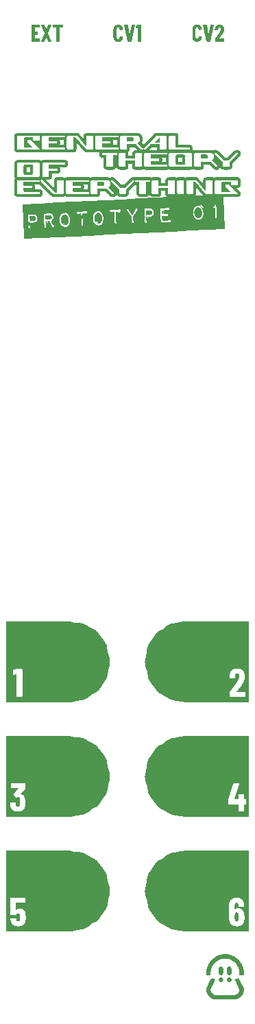
<source format=gbr>
%TF.GenerationSoftware,KiCad,Pcbnew,(6.0.10-0)*%
%TF.CreationDate,2023-02-15T20:01:37+02:00*%
%TF.ProjectId,panel,70616e65-6c2e-46b6-9963-61645f706362,rev?*%
%TF.SameCoordinates,Original*%
%TF.FileFunction,Legend,Top*%
%TF.FilePolarity,Positive*%
%FSLAX46Y46*%
G04 Gerber Fmt 4.6, Leading zero omitted, Abs format (unit mm)*
G04 Created by KiCad (PCBNEW (6.0.10-0)) date 2023-02-15 20:01:37*
%MOMM*%
%LPD*%
G01*
G04 APERTURE LIST*
%ADD10C,5.000000*%
%ADD11C,0.000000*%
G04 APERTURE END LIST*
D10*
X70350000Y-117400000D02*
G75*
G03*
X70350000Y-117400000I-2500000J0D01*
G01*
D11*
G36*
X62921272Y-62488441D02*
G01*
X62920732Y-62476773D01*
X62920366Y-62466285D01*
X62920173Y-62456984D01*
X62920153Y-62448875D01*
X62920305Y-62441965D01*
X62920446Y-62438962D01*
X62920629Y-62436260D01*
X62920855Y-62433862D01*
X62921124Y-62431767D01*
X62921435Y-62429977D01*
X62921789Y-62428493D01*
X62922941Y-62425491D01*
X62924076Y-62422743D01*
X62924637Y-62421465D01*
X62925194Y-62420249D01*
X62925746Y-62419097D01*
X62926295Y-62418007D01*
X62926840Y-62416981D01*
X62927380Y-62416017D01*
X62927917Y-62415115D01*
X62928449Y-62414276D01*
X62928978Y-62413500D01*
X62929503Y-62412785D01*
X62930024Y-62412133D01*
X62930541Y-62411542D01*
X62931054Y-62411013D01*
X62931564Y-62410546D01*
X62932070Y-62410140D01*
X62932572Y-62409796D01*
X62933071Y-62409513D01*
X62933566Y-62409291D01*
X62934057Y-62409130D01*
X62934545Y-62409030D01*
X62935030Y-62408991D01*
X62935511Y-62409013D01*
X62935988Y-62409095D01*
X62936462Y-62409237D01*
X62936933Y-62409439D01*
X62937401Y-62409702D01*
X62937865Y-62410025D01*
X62938326Y-62410407D01*
X62939676Y-62410764D01*
X62941055Y-62411088D01*
X62942462Y-62411380D01*
X62943898Y-62411639D01*
X62946851Y-62412064D01*
X62949911Y-62412368D01*
X62953072Y-62412556D01*
X62956332Y-62412633D01*
X62959686Y-62412605D01*
X62963129Y-62412475D01*
X62968657Y-62412374D01*
X62974742Y-62412590D01*
X62981386Y-62413118D01*
X62988592Y-62413951D01*
X62996361Y-62415085D01*
X63004696Y-62416512D01*
X63013600Y-62418228D01*
X63023075Y-62420226D01*
X63033437Y-62421329D01*
X63043345Y-62422210D01*
X63052799Y-62422879D01*
X63061804Y-62423343D01*
X63070359Y-62423612D01*
X63078468Y-62423693D01*
X63086133Y-62423595D01*
X63093355Y-62423327D01*
X63275772Y-62414542D01*
X63327967Y-62411960D01*
X63347170Y-62409412D01*
X63366423Y-62407219D01*
X63376060Y-62406280D01*
X63385698Y-62405459D01*
X63395334Y-62404763D01*
X63404964Y-62404204D01*
X63415442Y-62403777D01*
X63425886Y-62403482D01*
X63436333Y-62403291D01*
X63446821Y-62403174D01*
X63457388Y-62403139D01*
X63468002Y-62403214D01*
X63478619Y-62403399D01*
X63489197Y-62403689D01*
X63494382Y-62403480D01*
X63499436Y-62403381D01*
X63504357Y-62403392D01*
X63509146Y-62403515D01*
X63513803Y-62403751D01*
X63518329Y-62404100D01*
X63522723Y-62404563D01*
X63526986Y-62405141D01*
X63531118Y-62405836D01*
X63535118Y-62406648D01*
X63538988Y-62407577D01*
X63542726Y-62408625D01*
X63546334Y-62409793D01*
X63549812Y-62411081D01*
X63553159Y-62412491D01*
X63556376Y-62414023D01*
X63562640Y-62417319D01*
X63568831Y-62420817D01*
X63574947Y-62424517D01*
X63580990Y-62428418D01*
X63586959Y-62432518D01*
X63592854Y-62436817D01*
X63598677Y-62441314D01*
X63604427Y-62446007D01*
X63610105Y-62450896D01*
X63615710Y-62455979D01*
X63621244Y-62461255D01*
X63626705Y-62466724D01*
X63632096Y-62472385D01*
X63637415Y-62478236D01*
X63642664Y-62484276D01*
X63647842Y-62490504D01*
X63653277Y-62497153D01*
X63658417Y-62504495D01*
X63663263Y-62512533D01*
X63667815Y-62521268D01*
X63672073Y-62530699D01*
X63676037Y-62540828D01*
X63679707Y-62551655D01*
X63683083Y-62563182D01*
X63686165Y-62575409D01*
X63688953Y-62588337D01*
X63691448Y-62601967D01*
X63693649Y-62616300D01*
X63695557Y-62631336D01*
X63697171Y-62647077D01*
X63698492Y-62663523D01*
X63699520Y-62680675D01*
X63699799Y-62688929D01*
X63699804Y-62697060D01*
X63699533Y-62705068D01*
X63698987Y-62712954D01*
X63698163Y-62720716D01*
X63697061Y-62728356D01*
X63695681Y-62735872D01*
X63694021Y-62743266D01*
X63692081Y-62750536D01*
X63689860Y-62757683D01*
X63687356Y-62764707D01*
X63684570Y-62771608D01*
X63681501Y-62778386D01*
X63678147Y-62785041D01*
X63674507Y-62791572D01*
X63670582Y-62797980D01*
X63663084Y-62809657D01*
X63655216Y-62821142D01*
X63646988Y-62832432D01*
X63638411Y-62843523D01*
X63629495Y-62854412D01*
X63620251Y-62865096D01*
X63610688Y-62875570D01*
X63600819Y-62885833D01*
X63590803Y-62895704D01*
X63580790Y-62905017D01*
X63570770Y-62913776D01*
X63565754Y-62917949D01*
X63560732Y-62921985D01*
X63555703Y-62925884D01*
X63550666Y-62929647D01*
X63545620Y-62933275D01*
X63540563Y-62936767D01*
X63535494Y-62940124D01*
X63530411Y-62943348D01*
X63525315Y-62946437D01*
X63520203Y-62949393D01*
X63510274Y-62954019D01*
X63501066Y-62958068D01*
X63496734Y-62959876D01*
X63492585Y-62961538D01*
X63488619Y-62963054D01*
X63484836Y-62964424D01*
X63481239Y-62965647D01*
X63477827Y-62966723D01*
X63474601Y-62967651D01*
X63471562Y-62968431D01*
X63468710Y-62969063D01*
X63466047Y-62969545D01*
X63463574Y-62969878D01*
X63461290Y-62970061D01*
X63384293Y-62974196D01*
X63371103Y-62974701D01*
X63357788Y-62974866D01*
X63344349Y-62974698D01*
X63330784Y-62974202D01*
X63317093Y-62973382D01*
X63303274Y-62972243D01*
X63289329Y-62970791D01*
X63275255Y-62969031D01*
X63241573Y-62970506D01*
X63207028Y-62971616D01*
X63171585Y-62972338D01*
X63135214Y-62972648D01*
X63131651Y-62972872D01*
X63127972Y-62973177D01*
X63124180Y-62973574D01*
X63120281Y-62974073D01*
X63116277Y-62974684D01*
X63112174Y-62975418D01*
X63107977Y-62976286D01*
X63103689Y-62977298D01*
X63102404Y-62978659D01*
X63101040Y-62979979D01*
X63099597Y-62981256D01*
X63098074Y-62982488D01*
X63096469Y-62983675D01*
X63094783Y-62984814D01*
X63093014Y-62985905D01*
X63091161Y-62986947D01*
X63089222Y-62987937D01*
X63087198Y-62988874D01*
X63085088Y-62989758D01*
X63082889Y-62990586D01*
X63080602Y-62991358D01*
X63078226Y-62992071D01*
X63075759Y-62992726D01*
X63073200Y-62993319D01*
X63068873Y-62993576D01*
X63064646Y-62993905D01*
X63060524Y-62994316D01*
X63056514Y-62994819D01*
X63052619Y-62995426D01*
X63048844Y-62996146D01*
X63045196Y-62996990D01*
X63043421Y-62997463D01*
X63041679Y-62997970D01*
X63033635Y-63000761D01*
X63025866Y-63003051D01*
X63022084Y-63004007D01*
X63018372Y-63004837D01*
X63014729Y-63005541D01*
X63011155Y-63006119D01*
X63007649Y-63006571D01*
X63004213Y-63006897D01*
X63000846Y-63007097D01*
X62997547Y-63007170D01*
X62994318Y-63007117D01*
X62991157Y-63006937D01*
X62988066Y-63006630D01*
X62985044Y-63006196D01*
X62982090Y-63005636D01*
X62979206Y-63004949D01*
X62976390Y-63004135D01*
X62973644Y-63003193D01*
X62970967Y-63002125D01*
X62968359Y-63000929D01*
X62965820Y-62999605D01*
X62963350Y-62998155D01*
X62960949Y-62996576D01*
X62958617Y-62994870D01*
X62956354Y-62993036D01*
X62954161Y-62991075D01*
X62952036Y-62988985D01*
X62949981Y-62986768D01*
X62947994Y-62984422D01*
X62946077Y-62981948D01*
X62945513Y-62969789D01*
X62945078Y-62957825D01*
X62944770Y-62946063D01*
X62944586Y-62934509D01*
X62944524Y-62923168D01*
X62944581Y-62912046D01*
X62944755Y-62901149D01*
X62945044Y-62890483D01*
X62946011Y-62865676D01*
X63234947Y-62865676D01*
X63237272Y-62867724D01*
X63239648Y-62869713D01*
X63242076Y-62871644D01*
X63244555Y-62873516D01*
X63247087Y-62875330D01*
X63249670Y-62877086D01*
X63252304Y-62878785D01*
X63254991Y-62880426D01*
X63257730Y-62882010D01*
X63260520Y-62883537D01*
X63263363Y-62885007D01*
X63266257Y-62886421D01*
X63269204Y-62887778D01*
X63272203Y-62889080D01*
X63275253Y-62890326D01*
X63278357Y-62891517D01*
X63282844Y-62893770D01*
X63287290Y-62895699D01*
X63291696Y-62897303D01*
X63296060Y-62898583D01*
X63300382Y-62899537D01*
X63304661Y-62900166D01*
X63308897Y-62900468D01*
X63313090Y-62900443D01*
X63317239Y-62900091D01*
X63321344Y-62899411D01*
X63325404Y-62898402D01*
X63329419Y-62897065D01*
X63333388Y-62895398D01*
X63337312Y-62893401D01*
X63341189Y-62891074D01*
X63345018Y-62888415D01*
X63234947Y-62865676D01*
X62946011Y-62865676D01*
X62946482Y-62853591D01*
X62947252Y-62836466D01*
X62948145Y-62820201D01*
X62948533Y-62811582D01*
X62948829Y-62803316D01*
X62949032Y-62795397D01*
X62949144Y-62787817D01*
X62949162Y-62780572D01*
X62949088Y-62773654D01*
X62948921Y-62767058D01*
X62948662Y-62760776D01*
X62947977Y-62749854D01*
X62946652Y-62734597D01*
X62944652Y-62714989D01*
X62941942Y-62691012D01*
X62929541Y-62586108D01*
X62928080Y-62560328D01*
X62926232Y-62535480D01*
X62925154Y-62523395D01*
X62923971Y-62511530D01*
X62922808Y-62501057D01*
X62986895Y-62501057D01*
X62986957Y-62504352D01*
X62987202Y-62508021D01*
X62987632Y-62512066D01*
X62988248Y-62516486D01*
X62989050Y-62521284D01*
X62990039Y-62526458D01*
X62991216Y-62532010D01*
X62994137Y-62544250D01*
X62998071Y-62556845D01*
X63001526Y-62568715D01*
X63004503Y-62579853D01*
X63007002Y-62590253D01*
X63009023Y-62599909D01*
X63010566Y-62608814D01*
X63011159Y-62612983D01*
X63011633Y-62616962D01*
X63011987Y-62620750D01*
X63012222Y-62624347D01*
X63012673Y-62632329D01*
X63013269Y-62640517D01*
X63014003Y-62648915D01*
X63014866Y-62657523D01*
X63016950Y-62675382D01*
X63019459Y-62694110D01*
X63020482Y-62698417D01*
X63021364Y-62702674D01*
X63022103Y-62706880D01*
X63022700Y-62711035D01*
X63023155Y-62715141D01*
X63023470Y-62719198D01*
X63023644Y-62723206D01*
X63023678Y-62727166D01*
X63023572Y-62731078D01*
X63023326Y-62734942D01*
X63022941Y-62738760D01*
X63022417Y-62742530D01*
X63021755Y-62746255D01*
X63020955Y-62749933D01*
X63020017Y-62753567D01*
X63018942Y-62757155D01*
X63016039Y-62765756D01*
X63013433Y-62773697D01*
X63011124Y-62780975D01*
X63009109Y-62787586D01*
X63007386Y-62793526D01*
X63005954Y-62798791D01*
X63004811Y-62803379D01*
X63003956Y-62807284D01*
X63003197Y-62809047D01*
X63002496Y-62810749D01*
X63001851Y-62812390D01*
X63001262Y-62813970D01*
X63000728Y-62815491D01*
X63000248Y-62816953D01*
X62999822Y-62818357D01*
X62999449Y-62819703D01*
X62999127Y-62820992D01*
X62998857Y-62822225D01*
X62998637Y-62823402D01*
X62998467Y-62824523D01*
X62998346Y-62825591D01*
X62998274Y-62826604D01*
X62998248Y-62827564D01*
X62998270Y-62828471D01*
X63000022Y-62827860D01*
X63001819Y-62827078D01*
X63003663Y-62826126D01*
X63005553Y-62825003D01*
X63007489Y-62823711D01*
X63009472Y-62822250D01*
X63011501Y-62820622D01*
X63013576Y-62818825D01*
X63015698Y-62816862D01*
X63017866Y-62814733D01*
X63020081Y-62812437D01*
X63022343Y-62809977D01*
X63024652Y-62807353D01*
X63027008Y-62804565D01*
X63029411Y-62801613D01*
X63031860Y-62798499D01*
X63033518Y-62796605D01*
X63035170Y-62794602D01*
X63036815Y-62792490D01*
X63038454Y-62790269D01*
X63041714Y-62785499D01*
X63044951Y-62780293D01*
X63048167Y-62774649D01*
X63051362Y-62768567D01*
X63054539Y-62762047D01*
X63057697Y-62755088D01*
X63060791Y-62747931D01*
X63063774Y-62740807D01*
X63066648Y-62733707D01*
X63069412Y-62726622D01*
X63072069Y-62719543D01*
X63074619Y-62712459D01*
X63077063Y-62705363D01*
X63079403Y-62698245D01*
X63079311Y-62689856D01*
X63078993Y-62681363D01*
X63078451Y-62672767D01*
X63077684Y-62664070D01*
X63076692Y-62655270D01*
X63075475Y-62646370D01*
X63074034Y-62637371D01*
X63072368Y-62628272D01*
X63068364Y-62609779D01*
X63063464Y-62590899D01*
X63057669Y-62571638D01*
X63050980Y-62552001D01*
X63048392Y-62543840D01*
X63045755Y-62536209D01*
X63043070Y-62529109D01*
X63040337Y-62522538D01*
X63039539Y-62520803D01*
X63205124Y-62520803D01*
X63205126Y-62520910D01*
X63205138Y-62521017D01*
X63205161Y-62521123D01*
X63205194Y-62521229D01*
X63205291Y-62521439D01*
X63205429Y-62521647D01*
X63205609Y-62521854D01*
X63205830Y-62522060D01*
X63206093Y-62522263D01*
X63206397Y-62522465D01*
X63206743Y-62522666D01*
X63207131Y-62522865D01*
X63207560Y-62523063D01*
X63212085Y-62525321D01*
X63216646Y-62527283D01*
X63221243Y-62528948D01*
X63225877Y-62530314D01*
X63230548Y-62531381D01*
X63235257Y-62532148D01*
X63240004Y-62532613D01*
X63244791Y-62532776D01*
X63249617Y-62532635D01*
X63254484Y-62532190D01*
X63259391Y-62531439D01*
X63264339Y-62530381D01*
X63269330Y-62529015D01*
X63274362Y-62527341D01*
X63279438Y-62525357D01*
X63284557Y-62523063D01*
X63286691Y-62522475D01*
X63288762Y-62521803D01*
X63290770Y-62521048D01*
X63292715Y-62520211D01*
X63294599Y-62519292D01*
X63296422Y-62518291D01*
X63298185Y-62517210D01*
X63299888Y-62516048D01*
X63301531Y-62514807D01*
X63303116Y-62513487D01*
X63304643Y-62512088D01*
X63306113Y-62510612D01*
X63307526Y-62509059D01*
X63308883Y-62507430D01*
X63310184Y-62505724D01*
X63311430Y-62503943D01*
X63252003Y-62507041D01*
X63248986Y-62507216D01*
X63246064Y-62507439D01*
X63243233Y-62507712D01*
X63240494Y-62508034D01*
X63237845Y-62508406D01*
X63235285Y-62508828D01*
X63232812Y-62509300D01*
X63230425Y-62509821D01*
X63228123Y-62510394D01*
X63225904Y-62511016D01*
X63223768Y-62511690D01*
X63221713Y-62512415D01*
X63219738Y-62513190D01*
X63217841Y-62514017D01*
X63216021Y-62514896D01*
X63214277Y-62515826D01*
X63213435Y-62516087D01*
X63212633Y-62516346D01*
X63211872Y-62516602D01*
X63211151Y-62516855D01*
X63210470Y-62517106D01*
X63209830Y-62517354D01*
X63209231Y-62517599D01*
X63208672Y-62517843D01*
X63208154Y-62518083D01*
X63207676Y-62518322D01*
X63207240Y-62518558D01*
X63206844Y-62518792D01*
X63206489Y-62519024D01*
X63206175Y-62519253D01*
X63205901Y-62519481D01*
X63205669Y-62519706D01*
X63205478Y-62519930D01*
X63205328Y-62520151D01*
X63205219Y-62520370D01*
X63205179Y-62520479D01*
X63205151Y-62520588D01*
X63205132Y-62520696D01*
X63205124Y-62520803D01*
X63039539Y-62520803D01*
X63037557Y-62516496D01*
X63036149Y-62513673D01*
X63034729Y-62510982D01*
X63033298Y-62508423D01*
X63031855Y-62505997D01*
X63030400Y-62503702D01*
X63028934Y-62501539D01*
X63027456Y-62499508D01*
X63025968Y-62497609D01*
X63024467Y-62495841D01*
X63022956Y-62494205D01*
X63021433Y-62492701D01*
X63019899Y-62491328D01*
X63018354Y-62490087D01*
X63016798Y-62488977D01*
X63015230Y-62487998D01*
X63013652Y-62487151D01*
X63012063Y-62486434D01*
X63010463Y-62485849D01*
X63008852Y-62485396D01*
X63007231Y-62485073D01*
X63005599Y-62484881D01*
X63003956Y-62484820D01*
X63003190Y-62484835D01*
X63002425Y-62484877D01*
X63001660Y-62484949D01*
X63000896Y-62485048D01*
X63000132Y-62485176D01*
X62999367Y-62485332D01*
X62998600Y-62485517D01*
X62997832Y-62485729D01*
X62997061Y-62485970D01*
X62996287Y-62486239D01*
X62995510Y-62486536D01*
X62994729Y-62486861D01*
X62993943Y-62487214D01*
X62993152Y-62487595D01*
X62992355Y-62488004D01*
X62991552Y-62488441D01*
X62990347Y-62489128D01*
X62989321Y-62490186D01*
X62988474Y-62491615D01*
X62987807Y-62493416D01*
X62987321Y-62495590D01*
X62987017Y-62498137D01*
X62986895Y-62501057D01*
X62922808Y-62501057D01*
X62922678Y-62499880D01*
X62921272Y-62488441D01*
G37*
G36*
X83639040Y-38744375D02*
G01*
X83671463Y-38746215D01*
X83703030Y-38749283D01*
X83733740Y-38753577D01*
X83763593Y-38759099D01*
X83792590Y-38765848D01*
X83820730Y-38773823D01*
X83848014Y-38783026D01*
X83874441Y-38793455D01*
X83900011Y-38805112D01*
X83924725Y-38817995D01*
X83948582Y-38832106D01*
X83971583Y-38847443D01*
X83993727Y-38864008D01*
X84015014Y-38881800D01*
X84035445Y-38900818D01*
X84055181Y-38920867D01*
X84073645Y-38941749D01*
X84090835Y-38963465D01*
X84106751Y-38986014D01*
X84121394Y-39009397D01*
X84134764Y-39033613D01*
X84146860Y-39058662D01*
X84157684Y-39084545D01*
X84167233Y-39111261D01*
X84175510Y-39138811D01*
X84182513Y-39167194D01*
X84188243Y-39196411D01*
X84192700Y-39226461D01*
X84195883Y-39257344D01*
X84197793Y-39289061D01*
X84198429Y-39321612D01*
X84198429Y-39354208D01*
X84198383Y-39356049D01*
X84198244Y-39357866D01*
X84198013Y-39359660D01*
X84197688Y-39361431D01*
X84197271Y-39363179D01*
X84196762Y-39364904D01*
X84196160Y-39366606D01*
X84195465Y-39368284D01*
X84194678Y-39369939D01*
X84193798Y-39371572D01*
X84192825Y-39373181D01*
X84191760Y-39374766D01*
X84190602Y-39376329D01*
X84189352Y-39377869D01*
X84188009Y-39379385D01*
X84186573Y-39380878D01*
X84185439Y-39381955D01*
X84184258Y-39382962D01*
X84183031Y-39383900D01*
X84181757Y-39384768D01*
X84180438Y-39385567D01*
X84179072Y-39386296D01*
X84177660Y-39386956D01*
X84176201Y-39387546D01*
X84174697Y-39388067D01*
X84173146Y-39388518D01*
X84171548Y-39388900D01*
X84169905Y-39389213D01*
X84168215Y-39389456D01*
X84166479Y-39389630D01*
X84164697Y-39389734D01*
X84162868Y-39389769D01*
X83816158Y-39404585D01*
X83811852Y-39404458D01*
X83807823Y-39404076D01*
X83805913Y-39403789D01*
X83804073Y-39403439D01*
X83802301Y-39403025D01*
X83800600Y-39402548D01*
X83798968Y-39402007D01*
X83797405Y-39401402D01*
X83795911Y-39400733D01*
X83794488Y-39400001D01*
X83793133Y-39399205D01*
X83791848Y-39398346D01*
X83790633Y-39397423D01*
X83789487Y-39396436D01*
X83788410Y-39395385D01*
X83787403Y-39394271D01*
X83786466Y-39393093D01*
X83785597Y-39391852D01*
X83784799Y-39390547D01*
X83784069Y-39389178D01*
X83783409Y-39387746D01*
X83782819Y-39386249D01*
X83782298Y-39384690D01*
X83781847Y-39383066D01*
X83781465Y-39381379D01*
X83781152Y-39379628D01*
X83780909Y-39377814D01*
X83780735Y-39375936D01*
X83780631Y-39373994D01*
X83780596Y-39371988D01*
X83780596Y-39294942D01*
X83780411Y-39284327D01*
X83779856Y-39273967D01*
X83778930Y-39263862D01*
X83777633Y-39254011D01*
X83775966Y-39244415D01*
X83773929Y-39235073D01*
X83771521Y-39225986D01*
X83768743Y-39217154D01*
X83765595Y-39208577D01*
X83762076Y-39200254D01*
X83758186Y-39192186D01*
X83753927Y-39184372D01*
X83749297Y-39176814D01*
X83744296Y-39169510D01*
X83738925Y-39162460D01*
X83733184Y-39155665D01*
X83727130Y-39149206D01*
X83720821Y-39143164D01*
X83714258Y-39137538D01*
X83707440Y-39132329D01*
X83700367Y-39127537D01*
X83693040Y-39123161D01*
X83685458Y-39119202D01*
X83677622Y-39115660D01*
X83669530Y-39112535D01*
X83661185Y-39109826D01*
X83652584Y-39107534D01*
X83643729Y-39105659D01*
X83634619Y-39104200D01*
X83625254Y-39103159D01*
X83615635Y-39102534D01*
X83605761Y-39102325D01*
X83596246Y-39102534D01*
X83586962Y-39103159D01*
X83577910Y-39104200D01*
X83569090Y-39105659D01*
X83560501Y-39107534D01*
X83552143Y-39109826D01*
X83544017Y-39112535D01*
X83536123Y-39115660D01*
X83528460Y-39119202D01*
X83521028Y-39123161D01*
X83513829Y-39127537D01*
X83506860Y-39132329D01*
X83500123Y-39137538D01*
X83493618Y-39143164D01*
X83487344Y-39149206D01*
X83481301Y-39155665D01*
X83475560Y-39162460D01*
X83470189Y-39169510D01*
X83465188Y-39176814D01*
X83460558Y-39184372D01*
X83456299Y-39192186D01*
X83452409Y-39200254D01*
X83448890Y-39208577D01*
X83445742Y-39217154D01*
X83442964Y-39225986D01*
X83440556Y-39235073D01*
X83438519Y-39244415D01*
X83436852Y-39254011D01*
X83435555Y-39263862D01*
X83434629Y-39273967D01*
X83434074Y-39284327D01*
X83433889Y-39294942D01*
X83433889Y-40317292D01*
X83434074Y-40327907D01*
X83434629Y-40338267D01*
X83435555Y-40348372D01*
X83436852Y-40358223D01*
X83438519Y-40367819D01*
X83440556Y-40377161D01*
X83442964Y-40386247D01*
X83445742Y-40395080D01*
X83448890Y-40403657D01*
X83452409Y-40411980D01*
X83456299Y-40420048D01*
X83460558Y-40427861D01*
X83465188Y-40435420D01*
X83470189Y-40442724D01*
X83475560Y-40449774D01*
X83481301Y-40456569D01*
X83487344Y-40462669D01*
X83493618Y-40468376D01*
X83500123Y-40473689D01*
X83506860Y-40478608D01*
X83513829Y-40483134D01*
X83521028Y-40487267D01*
X83528460Y-40491006D01*
X83536123Y-40494351D01*
X83544017Y-40497303D01*
X83552143Y-40499861D01*
X83560501Y-40502026D01*
X83569090Y-40503797D01*
X83577910Y-40505174D01*
X83586962Y-40506158D01*
X83596246Y-40506748D01*
X83605761Y-40506945D01*
X83615635Y-40506748D01*
X83625254Y-40506158D01*
X83634619Y-40505174D01*
X83643729Y-40503797D01*
X83652584Y-40502026D01*
X83661185Y-40499861D01*
X83669530Y-40497303D01*
X83677622Y-40494351D01*
X83685458Y-40491006D01*
X83693040Y-40487267D01*
X83700367Y-40483134D01*
X83707440Y-40478608D01*
X83714258Y-40473689D01*
X83720821Y-40468376D01*
X83727130Y-40462669D01*
X83733184Y-40456569D01*
X83738925Y-40449774D01*
X83744296Y-40442724D01*
X83749297Y-40435420D01*
X83753927Y-40427861D01*
X83758186Y-40420048D01*
X83762076Y-40411980D01*
X83765595Y-40403657D01*
X83768743Y-40395080D01*
X83771521Y-40386247D01*
X83773929Y-40377161D01*
X83775966Y-40367819D01*
X83777633Y-40358223D01*
X83778930Y-40348372D01*
X83779856Y-40338267D01*
X83780411Y-40327907D01*
X83780596Y-40317292D01*
X83780596Y-40237282D01*
X83780631Y-40235453D01*
X83780735Y-40233670D01*
X83780909Y-40231934D01*
X83781152Y-40230244D01*
X83781465Y-40228600D01*
X83781847Y-40227003D01*
X83782298Y-40225452D01*
X83782820Y-40223947D01*
X83783410Y-40222488D01*
X83784070Y-40221076D01*
X83784799Y-40219710D01*
X83785598Y-40218391D01*
X83786467Y-40217117D01*
X83787404Y-40215890D01*
X83788412Y-40214710D01*
X83789489Y-40213575D01*
X83790982Y-40212140D01*
X83792499Y-40210797D01*
X83794038Y-40209547D01*
X83795601Y-40208389D01*
X83797187Y-40207325D01*
X83798796Y-40206352D01*
X83800428Y-40205473D01*
X83802083Y-40204685D01*
X83803762Y-40203991D01*
X83805463Y-40203389D01*
X83807188Y-40202880D01*
X83808936Y-40202463D01*
X83810707Y-40202139D01*
X83812501Y-40201907D01*
X83814318Y-40201768D01*
X83816158Y-40201722D01*
X84162868Y-40216539D01*
X84164698Y-40216585D01*
X84166481Y-40216724D01*
X84168217Y-40216955D01*
X84169908Y-40217279D01*
X84171551Y-40217696D01*
X84173149Y-40218205D01*
X84174700Y-40218807D01*
X84176205Y-40219502D01*
X84177663Y-40220289D01*
X84179075Y-40221169D01*
X84180441Y-40222141D01*
X84181760Y-40223206D01*
X84183033Y-40224364D01*
X84184259Y-40225614D01*
X84185440Y-40226957D01*
X84186573Y-40228392D01*
X84188009Y-40229526D01*
X84189352Y-40230707D01*
X84190602Y-40231934D01*
X84191760Y-40233208D01*
X84192825Y-40234527D01*
X84193798Y-40235893D01*
X84194678Y-40237305D01*
X84195465Y-40238764D01*
X84196160Y-40240269D01*
X84196762Y-40241820D01*
X84197271Y-40243417D01*
X84197688Y-40245061D01*
X84198013Y-40246751D01*
X84198244Y-40248487D01*
X84198383Y-40250270D01*
X84198429Y-40252099D01*
X84198429Y-40281732D01*
X84197793Y-40314653D01*
X84195883Y-40346740D01*
X84192700Y-40377994D01*
X84188243Y-40408415D01*
X84182513Y-40438002D01*
X84175510Y-40466755D01*
X84167233Y-40494675D01*
X84157684Y-40521762D01*
X84146860Y-40548015D01*
X84134764Y-40573435D01*
X84121394Y-40598021D01*
X84106751Y-40621774D01*
X84090835Y-40644694D01*
X84073645Y-40666780D01*
X84055181Y-40688033D01*
X84035445Y-40708452D01*
X84014667Y-40727470D01*
X83993078Y-40745262D01*
X83970679Y-40761827D01*
X83947470Y-40777164D01*
X83923451Y-40791275D01*
X83898621Y-40804158D01*
X83872981Y-40815815D01*
X83846531Y-40826244D01*
X83819271Y-40835447D01*
X83791200Y-40843422D01*
X83762319Y-40850171D01*
X83732628Y-40855692D01*
X83702127Y-40859987D01*
X83670815Y-40863054D01*
X83638693Y-40864895D01*
X83605761Y-40865508D01*
X83572828Y-40864895D01*
X83540706Y-40863054D01*
X83509394Y-40859987D01*
X83478893Y-40855692D01*
X83449202Y-40850171D01*
X83420321Y-40843422D01*
X83392250Y-40835447D01*
X83364990Y-40826244D01*
X83338540Y-40815815D01*
X83312900Y-40804158D01*
X83288070Y-40791275D01*
X83264051Y-40777164D01*
X83240842Y-40761827D01*
X83218443Y-40745262D01*
X83196854Y-40727470D01*
X83176076Y-40708452D01*
X83156699Y-40688033D01*
X83138572Y-40666780D01*
X83121694Y-40644694D01*
X83106067Y-40621774D01*
X83091691Y-40598021D01*
X83078564Y-40573435D01*
X83066687Y-40548015D01*
X83056061Y-40521762D01*
X83046685Y-40494675D01*
X83038559Y-40466755D01*
X83031683Y-40438001D01*
X83026057Y-40408414D01*
X83021681Y-40377994D01*
X83018556Y-40346740D01*
X83016681Y-40314653D01*
X83016056Y-40281732D01*
X83016056Y-39321612D01*
X83016681Y-39289061D01*
X83018556Y-39257344D01*
X83021681Y-39226461D01*
X83026057Y-39196411D01*
X83031683Y-39167194D01*
X83038559Y-39138811D01*
X83046685Y-39111261D01*
X83056061Y-39084545D01*
X83066687Y-39058662D01*
X83078564Y-39033613D01*
X83091691Y-39009397D01*
X83106067Y-38986014D01*
X83121694Y-38963465D01*
X83138572Y-38941749D01*
X83156699Y-38920867D01*
X83176076Y-38900818D01*
X83196854Y-38881800D01*
X83218443Y-38864008D01*
X83240842Y-38847443D01*
X83264051Y-38832106D01*
X83288070Y-38817995D01*
X83312900Y-38805112D01*
X83338540Y-38793455D01*
X83364990Y-38783026D01*
X83392250Y-38773823D01*
X83420321Y-38765848D01*
X83449202Y-38759099D01*
X83478893Y-38753577D01*
X83509394Y-38749283D01*
X83540706Y-38746215D01*
X83572828Y-38744375D01*
X83605761Y-38743761D01*
X83639040Y-38744375D01*
G37*
D10*
X84650000Y-131550000D02*
G75*
G03*
X84650000Y-131550000I-2500000J0D01*
G01*
D11*
G36*
X75027314Y-38779081D02*
G01*
X75031377Y-38779463D01*
X75033313Y-38779750D01*
X75035185Y-38780100D01*
X75036994Y-38780514D01*
X75038739Y-38780991D01*
X75040421Y-38781532D01*
X75042038Y-38782137D01*
X75043593Y-38782806D01*
X75045083Y-38783538D01*
X75046510Y-38784334D01*
X75047873Y-38785193D01*
X75049172Y-38786116D01*
X75050408Y-38787103D01*
X75051580Y-38788154D01*
X75052689Y-38789268D01*
X75053733Y-38790446D01*
X75054714Y-38791687D01*
X75055632Y-38792992D01*
X75056486Y-38794361D01*
X75057276Y-38795793D01*
X75058002Y-38797290D01*
X75058665Y-38798849D01*
X75059264Y-38800473D01*
X75059799Y-38802160D01*
X75060271Y-38803911D01*
X75060679Y-38805725D01*
X75061023Y-38807603D01*
X75061521Y-38811551D01*
X75265990Y-40115418D01*
X75266370Y-40116853D01*
X75266773Y-40118196D01*
X75267200Y-40119446D01*
X75267650Y-40120603D01*
X75268123Y-40121668D01*
X75268620Y-40122641D01*
X75269141Y-40123521D01*
X75269685Y-40124308D01*
X75270252Y-40125002D01*
X75270843Y-40125604D01*
X75271458Y-40126113D01*
X75272096Y-40126530D01*
X75272757Y-40126854D01*
X75273097Y-40126982D01*
X75273442Y-40127086D01*
X75273793Y-40127167D01*
X75274151Y-40127225D01*
X75274883Y-40127271D01*
X75275251Y-40127259D01*
X75275613Y-40127225D01*
X75275970Y-40127167D01*
X75276321Y-40127086D01*
X75276666Y-40126982D01*
X75277005Y-40126854D01*
X75277338Y-40126704D01*
X75277666Y-40126530D01*
X75277987Y-40126333D01*
X75278303Y-40126113D01*
X75278613Y-40125870D01*
X75278917Y-40125604D01*
X75279215Y-40125315D01*
X75279508Y-40125002D01*
X75279794Y-40124667D01*
X75280075Y-40124308D01*
X75280350Y-40123926D01*
X75280619Y-40123521D01*
X75280883Y-40123092D01*
X75281140Y-40122641D01*
X75281392Y-40122166D01*
X75281638Y-40121668D01*
X75281877Y-40121148D01*
X75282112Y-40120603D01*
X75282562Y-40119446D01*
X75282990Y-40118196D01*
X75283394Y-40116853D01*
X75283775Y-40115418D01*
X75482293Y-38811551D01*
X75482509Y-38809545D01*
X75482788Y-38807604D01*
X75483131Y-38805726D01*
X75483538Y-38803911D01*
X75484009Y-38802160D01*
X75484544Y-38800473D01*
X75485142Y-38798850D01*
X75485804Y-38797290D01*
X75486530Y-38795794D01*
X75487319Y-38794361D01*
X75488172Y-38792992D01*
X75489089Y-38791687D01*
X75490070Y-38790446D01*
X75491115Y-38789268D01*
X75492223Y-38788154D01*
X75493395Y-38787103D01*
X75494631Y-38786117D01*
X75495930Y-38785193D01*
X75497293Y-38784334D01*
X75498720Y-38783538D01*
X75500211Y-38782806D01*
X75501766Y-38782137D01*
X75503384Y-38781533D01*
X75505066Y-38780991D01*
X75506812Y-38780514D01*
X75508622Y-38780100D01*
X75510495Y-38779750D01*
X75512432Y-38779463D01*
X75514433Y-38779241D01*
X75516498Y-38779081D01*
X75518626Y-38778986D01*
X75520818Y-38778954D01*
X75891234Y-38778954D01*
X75893595Y-38778992D01*
X75895864Y-38779105D01*
X75898040Y-38779293D01*
X75900124Y-38779556D01*
X75902115Y-38779895D01*
X75904014Y-38780309D01*
X75905819Y-38780798D01*
X75907533Y-38781362D01*
X75909153Y-38782001D01*
X75910681Y-38782716D01*
X75912117Y-38783506D01*
X75913459Y-38784372D01*
X75914710Y-38785312D01*
X75915867Y-38786328D01*
X75916932Y-38787419D01*
X75917905Y-38788585D01*
X75918784Y-38789827D01*
X75919571Y-38791143D01*
X75920266Y-38792535D01*
X75920868Y-38794002D01*
X75921377Y-38795545D01*
X75921794Y-38797163D01*
X75922118Y-38798856D01*
X75922349Y-38800624D01*
X75922488Y-38802467D01*
X75922535Y-38804386D01*
X75922488Y-38806380D01*
X75922349Y-38808449D01*
X75922118Y-38810593D01*
X75921793Y-38812813D01*
X75921377Y-38815108D01*
X75920867Y-38817478D01*
X75494147Y-40820692D01*
X75493300Y-40824639D01*
X75492799Y-40826517D01*
X75492245Y-40828332D01*
X75491640Y-40830082D01*
X75490983Y-40831770D01*
X75490273Y-40833393D01*
X75489511Y-40834953D01*
X75488698Y-40836449D01*
X75487832Y-40837881D01*
X75486914Y-40839250D01*
X75485945Y-40840555D01*
X75484923Y-40841797D01*
X75483849Y-40842975D01*
X75482723Y-40844089D01*
X75481545Y-40845139D01*
X75480315Y-40846126D01*
X75479033Y-40847049D01*
X75477699Y-40847909D01*
X75476313Y-40848705D01*
X75474875Y-40849437D01*
X75473385Y-40850105D01*
X75471843Y-40850710D01*
X75470249Y-40851251D01*
X75468602Y-40851729D01*
X75466904Y-40852143D01*
X75465154Y-40852493D01*
X75463351Y-40852779D01*
X75461497Y-40853002D01*
X75459590Y-40853161D01*
X75457632Y-40853257D01*
X75455621Y-40853288D01*
X75073352Y-40853288D01*
X75069381Y-40853161D01*
X75065619Y-40852779D01*
X75063816Y-40852492D01*
X75062065Y-40852142D01*
X75060367Y-40851728D01*
X75058720Y-40851251D01*
X75057125Y-40850709D01*
X75055583Y-40850105D01*
X75054093Y-40849436D01*
X75052654Y-40848704D01*
X75051268Y-40847908D01*
X75049934Y-40847049D01*
X75048652Y-40846126D01*
X75047422Y-40845139D01*
X75046244Y-40844088D01*
X75045118Y-40842974D01*
X75044045Y-40841796D01*
X75043023Y-40840555D01*
X75042054Y-40839250D01*
X75041136Y-40837881D01*
X75040271Y-40836448D01*
X75039458Y-40834952D01*
X75038697Y-40833392D01*
X75037987Y-40831769D01*
X75037330Y-40830082D01*
X75036726Y-40828331D01*
X75035672Y-40824638D01*
X75034827Y-40820691D01*
X74611070Y-38817477D01*
X74608129Y-38805624D01*
X74608161Y-38803983D01*
X74608256Y-38802394D01*
X74608416Y-38800858D01*
X74608638Y-38799373D01*
X74608925Y-38797941D01*
X74609275Y-38796560D01*
X74609689Y-38795232D01*
X74610166Y-38793956D01*
X74610707Y-38792732D01*
X74611312Y-38791560D01*
X74611981Y-38790440D01*
X74612713Y-38789372D01*
X74613509Y-38788356D01*
X74614368Y-38787392D01*
X74615291Y-38786481D01*
X74616278Y-38785621D01*
X74617329Y-38784814D01*
X74618443Y-38784059D01*
X74619621Y-38783355D01*
X74620862Y-38782704D01*
X74622167Y-38782105D01*
X74623536Y-38781558D01*
X74624969Y-38781064D01*
X74626465Y-38780621D01*
X74628025Y-38780230D01*
X74629648Y-38779891D01*
X74631335Y-38779605D01*
X74633086Y-38779371D01*
X74634901Y-38779188D01*
X74636779Y-38779058D01*
X74638721Y-38778980D01*
X74640726Y-38778954D01*
X75022996Y-38778954D01*
X75027314Y-38779081D01*
G37*
G36*
X87590600Y-156366144D02*
G01*
X87604542Y-156367191D01*
X87618281Y-156368924D01*
X87631801Y-156371327D01*
X87645084Y-156374383D01*
X87658111Y-156378072D01*
X87670868Y-156382380D01*
X87683335Y-156387288D01*
X87695495Y-156392778D01*
X87707333Y-156398835D01*
X87718829Y-156405440D01*
X87729967Y-156412575D01*
X87740729Y-156420225D01*
X87751099Y-156428371D01*
X87761058Y-156436997D01*
X87770590Y-156446084D01*
X87779678Y-156455616D01*
X87788303Y-156465576D01*
X87796450Y-156475945D01*
X87804099Y-156486708D01*
X87811235Y-156497846D01*
X87817840Y-156509342D01*
X87823896Y-156521179D01*
X87829387Y-156533340D01*
X87834295Y-156545807D01*
X87838602Y-156558563D01*
X87842292Y-156571591D01*
X87845348Y-156584874D01*
X87847751Y-156598393D01*
X87849484Y-156612133D01*
X87850531Y-156626075D01*
X87850874Y-156640203D01*
X87850874Y-156674309D01*
X87850531Y-156688437D01*
X87849484Y-156702379D01*
X87847751Y-156716119D01*
X87845348Y-156729638D01*
X87842293Y-156742921D01*
X87838603Y-156755949D01*
X87834295Y-156768705D01*
X87829388Y-156781172D01*
X87823897Y-156793333D01*
X87817841Y-156805170D01*
X87811236Y-156816666D01*
X87804100Y-156827804D01*
X87796450Y-156838566D01*
X87788304Y-156848936D01*
X87779678Y-156858896D01*
X87770591Y-156868428D01*
X87761059Y-156877515D01*
X87751099Y-156886141D01*
X87740729Y-156894287D01*
X87729967Y-156901937D01*
X87718829Y-156909073D01*
X87707333Y-156915677D01*
X87695496Y-156921734D01*
X87683335Y-156927225D01*
X87670868Y-156932132D01*
X87658112Y-156936440D01*
X87645084Y-156940130D01*
X87631801Y-156943185D01*
X87618282Y-156945588D01*
X87604542Y-156947322D01*
X87590600Y-156948368D01*
X87576472Y-156948711D01*
X87562373Y-156948332D01*
X87548461Y-156947251D01*
X87534755Y-156945487D01*
X87521270Y-156943057D01*
X87508025Y-156939977D01*
X87495035Y-156936265D01*
X87482319Y-156931938D01*
X87469893Y-156927013D01*
X87457774Y-156921508D01*
X87445979Y-156915440D01*
X87434526Y-156908826D01*
X87423431Y-156901683D01*
X87412712Y-156894029D01*
X87402386Y-156885880D01*
X87392469Y-156877254D01*
X87382979Y-156868169D01*
X87373933Y-156858640D01*
X87365347Y-156848687D01*
X87357240Y-156838325D01*
X87349628Y-156827572D01*
X87342527Y-156816445D01*
X87335956Y-156804962D01*
X87329931Y-156793139D01*
X87324470Y-156780995D01*
X87319589Y-156768545D01*
X87315305Y-156755808D01*
X87311635Y-156742801D01*
X87308598Y-156729540D01*
X87306209Y-156716043D01*
X87304485Y-156702327D01*
X87303445Y-156688410D01*
X87303104Y-156674309D01*
X87303104Y-156640203D01*
X87303444Y-156626102D01*
X87304485Y-156612185D01*
X87306208Y-156598470D01*
X87308597Y-156584973D01*
X87311635Y-156571713D01*
X87315304Y-156558705D01*
X87319588Y-156545968D01*
X87324469Y-156533519D01*
X87329931Y-156521374D01*
X87335956Y-156509552D01*
X87342527Y-156498069D01*
X87349627Y-156486942D01*
X87357239Y-156476189D01*
X87365347Y-156465827D01*
X87373932Y-156455873D01*
X87382978Y-156446345D01*
X87392468Y-156437259D01*
X87402385Y-156428634D01*
X87412712Y-156420485D01*
X87423431Y-156412830D01*
X87434526Y-156405687D01*
X87445979Y-156399073D01*
X87457773Y-156393005D01*
X87469892Y-156387500D01*
X87482319Y-156382575D01*
X87495035Y-156378248D01*
X87508025Y-156374536D01*
X87521270Y-156371456D01*
X87534755Y-156369025D01*
X87548461Y-156367261D01*
X87562373Y-156366181D01*
X87576472Y-156365801D01*
X87590600Y-156366144D01*
G37*
G36*
X77281635Y-61767554D02*
G01*
X77281090Y-61755909D01*
X77280722Y-61745480D01*
X77280529Y-61736261D01*
X77280510Y-61728247D01*
X77280664Y-61721432D01*
X77280806Y-61718472D01*
X77280990Y-61715810D01*
X77281218Y-61713445D01*
X77281487Y-61711377D01*
X77281800Y-61709603D01*
X77282154Y-61708125D01*
X77283307Y-61705118D01*
X77284443Y-61702354D01*
X77285005Y-61701063D01*
X77285562Y-61699834D01*
X77286115Y-61698666D01*
X77286664Y-61697559D01*
X77287208Y-61696513D01*
X77287749Y-61695529D01*
X77288286Y-61694606D01*
X77288818Y-61693745D01*
X77289347Y-61692945D01*
X77289871Y-61692207D01*
X77290392Y-61691530D01*
X77290909Y-61690915D01*
X77291422Y-61690362D01*
X77291931Y-61689871D01*
X77292437Y-61689441D01*
X77292939Y-61689074D01*
X77293437Y-61688769D01*
X77293932Y-61688525D01*
X77294423Y-61688344D01*
X77294911Y-61688225D01*
X77295395Y-61688169D01*
X77295876Y-61688174D01*
X77296353Y-61688242D01*
X77296827Y-61688373D01*
X77297298Y-61688566D01*
X77297765Y-61688822D01*
X77298230Y-61689140D01*
X77298691Y-61689521D01*
X77301419Y-61690224D01*
X77304261Y-61690833D01*
X77307215Y-61691340D01*
X77310274Y-61691739D01*
X77313436Y-61692022D01*
X77316696Y-61692182D01*
X77320050Y-61692211D01*
X77323494Y-61692103D01*
X77329022Y-61691980D01*
X77335106Y-61692138D01*
X77341750Y-61692584D01*
X77348956Y-61693323D01*
X77356725Y-61694362D01*
X77365060Y-61695707D01*
X77373964Y-61697364D01*
X77383438Y-61699340D01*
X77393800Y-61700466D01*
X77403708Y-61701406D01*
X77413162Y-61702158D01*
X77422167Y-61702717D01*
X77430723Y-61703080D01*
X77438832Y-61703244D01*
X77446497Y-61703203D01*
X77453720Y-61702956D01*
X77635620Y-61693656D01*
X77688332Y-61691073D01*
X77697922Y-61689782D01*
X77707530Y-61688606D01*
X77717152Y-61687544D01*
X77726784Y-61686593D01*
X77736421Y-61685749D01*
X77746060Y-61685010D01*
X77765327Y-61683837D01*
X77775806Y-61683409D01*
X77786250Y-61683113D01*
X77796697Y-61682920D01*
X77807186Y-61682803D01*
X77817672Y-61682769D01*
X77828107Y-61682845D01*
X77838547Y-61683028D01*
X77849045Y-61683318D01*
X77854230Y-61683109D01*
X77859283Y-61683010D01*
X77864205Y-61683021D01*
X77868994Y-61683144D01*
X77873652Y-61683380D01*
X77878178Y-61683729D01*
X77882573Y-61684193D01*
X77886836Y-61684772D01*
X77890968Y-61685467D01*
X77894968Y-61686279D01*
X77898838Y-61687209D01*
X77902576Y-61688257D01*
X77906184Y-61689425D01*
X77909660Y-61690714D01*
X77913006Y-61692124D01*
X77916222Y-61693656D01*
X77922492Y-61696951D01*
X77928699Y-61700448D01*
X77934841Y-61704148D01*
X77940917Y-61708049D01*
X77946925Y-61712149D01*
X77952865Y-61716448D01*
X77958734Y-61720945D01*
X77964532Y-61725638D01*
X77970258Y-61730527D01*
X77975910Y-61735610D01*
X77981488Y-61740887D01*
X77986988Y-61746357D01*
X77992412Y-61752017D01*
X77997757Y-61757868D01*
X78003022Y-61763908D01*
X78008205Y-61770137D01*
X78013634Y-61776785D01*
X78018758Y-61784127D01*
X78023579Y-61792165D01*
X78028098Y-61800899D01*
X78032317Y-61810330D01*
X78036237Y-61820458D01*
X78039860Y-61831286D01*
X78043188Y-61842813D01*
X78046222Y-61855040D01*
X78048964Y-61867969D01*
X78051415Y-61881599D01*
X78053578Y-61895932D01*
X78055452Y-61910968D01*
X78057041Y-61926709D01*
X78058346Y-61943155D01*
X78059368Y-61960307D01*
X78059647Y-61968561D01*
X78059652Y-61976691D01*
X78059381Y-61984699D01*
X78058834Y-61992584D01*
X78058010Y-62000346D01*
X78056909Y-62007986D01*
X78055528Y-62015502D01*
X78053868Y-62022895D01*
X78051928Y-62030166D01*
X78049707Y-62037313D01*
X78047203Y-62044338D01*
X78044418Y-62051239D01*
X78041348Y-62058017D01*
X78037994Y-62064672D01*
X78034355Y-62071204D01*
X78030430Y-62077613D01*
X78022954Y-62089288D01*
X78015143Y-62100773D01*
X78006998Y-62112062D01*
X77998515Y-62123152D01*
X77989694Y-62134041D01*
X77980532Y-62144724D01*
X77971029Y-62155199D01*
X77961182Y-62165462D01*
X77951144Y-62175336D01*
X77941072Y-62184651D01*
X77936024Y-62189100D01*
X77930969Y-62193411D01*
X77925906Y-62197583D01*
X77920836Y-62201619D01*
X77915760Y-62205518D01*
X77910676Y-62209281D01*
X77905587Y-62212907D01*
X77900491Y-62216399D01*
X77895389Y-62219756D01*
X77890282Y-62222978D01*
X77885169Y-62226067D01*
X77880051Y-62229022D01*
X77870148Y-62233648D01*
X77861001Y-62237697D01*
X77856709Y-62239504D01*
X77852604Y-62241167D01*
X77848685Y-62242683D01*
X77844951Y-62244053D01*
X77841401Y-62245276D01*
X77838035Y-62246352D01*
X77834852Y-62247281D01*
X77831851Y-62248061D01*
X77829032Y-62248693D01*
X77826393Y-62249176D01*
X77823935Y-62249510D01*
X77821655Y-62249694D01*
X77744656Y-62253310D01*
X77731444Y-62253837D01*
X77718071Y-62254060D01*
X77704548Y-62253975D01*
X77690888Y-62253573D01*
X77677102Y-62252847D01*
X77663201Y-62251792D01*
X77649197Y-62250398D01*
X77635101Y-62248660D01*
X77601420Y-62250056D01*
X77566875Y-62250989D01*
X77531432Y-62251533D01*
X77495060Y-62251761D01*
X77491521Y-62252008D01*
X77487901Y-62252372D01*
X77484193Y-62252851D01*
X77480390Y-62253445D01*
X77476482Y-62254151D01*
X77472462Y-62254968D01*
X77468322Y-62255895D01*
X77464054Y-62256930D01*
X77462763Y-62258286D01*
X77461383Y-62259589D01*
X77459914Y-62260840D01*
X77458358Y-62262040D01*
X77456714Y-62263187D01*
X77454984Y-62264283D01*
X77453168Y-62265327D01*
X77451266Y-62266319D01*
X77449280Y-62267261D01*
X77447209Y-62268151D01*
X77445055Y-62268991D01*
X77442817Y-62269779D01*
X77440497Y-62270517D01*
X77438096Y-62271205D01*
X77435612Y-62271842D01*
X77433048Y-62272429D01*
X77428721Y-62272710D01*
X77424494Y-62273098D01*
X77420372Y-62273592D01*
X77416361Y-62274190D01*
X77412466Y-62274891D01*
X77408692Y-62275694D01*
X77405044Y-62276597D01*
X77401527Y-62277598D01*
X77393483Y-62280391D01*
X77385714Y-62282681D01*
X77381932Y-62283637D01*
X77378220Y-62284467D01*
X77374577Y-62285172D01*
X77371002Y-62285750D01*
X77367497Y-62286202D01*
X77364061Y-62286528D01*
X77360693Y-62286727D01*
X77357395Y-62286801D01*
X77354165Y-62286747D01*
X77351005Y-62286567D01*
X77347913Y-62286261D01*
X77344891Y-62285827D01*
X77341937Y-62285267D01*
X77339053Y-62284580D01*
X77336237Y-62283765D01*
X77333491Y-62282824D01*
X77330814Y-62281755D01*
X77328205Y-62280560D01*
X77325666Y-62279236D01*
X77323196Y-62277786D01*
X77320795Y-62276207D01*
X77318463Y-62274501D01*
X77316201Y-62272668D01*
X77314007Y-62270706D01*
X77311882Y-62268617D01*
X77309827Y-62266400D01*
X77307841Y-62264054D01*
X77305923Y-62261580D01*
X77304984Y-62237457D01*
X77304465Y-62214139D01*
X77304379Y-62202798D01*
X77304417Y-62191675D01*
X77304585Y-62180778D01*
X77304890Y-62170112D01*
X77305680Y-62151220D01*
X77305966Y-62145308D01*
X77595310Y-62145308D01*
X77597635Y-62147356D01*
X77600011Y-62149345D01*
X77602440Y-62151275D01*
X77604920Y-62153147D01*
X77607452Y-62154961D01*
X77610035Y-62156717D01*
X77612671Y-62158416D01*
X77615358Y-62160057D01*
X77618097Y-62161640D01*
X77620888Y-62163167D01*
X77623730Y-62164637D01*
X77626625Y-62166051D01*
X77629571Y-62167408D01*
X77632570Y-62168710D01*
X77635620Y-62169955D01*
X77638721Y-62171145D01*
X77643209Y-62173399D01*
X77647655Y-62175328D01*
X77652061Y-62176933D01*
X77656424Y-62178213D01*
X77660746Y-62179168D01*
X77665025Y-62179796D01*
X77669261Y-62180098D01*
X77673454Y-62180073D01*
X77677603Y-62179721D01*
X77681708Y-62179040D01*
X77685768Y-62178032D01*
X77689783Y-62176694D01*
X77693753Y-62175027D01*
X77697676Y-62173030D01*
X77701553Y-62170702D01*
X77705383Y-62168044D01*
X77595310Y-62145308D01*
X77305966Y-62145308D01*
X77306550Y-62133220D01*
X77307494Y-62116097D01*
X77308510Y-62099833D01*
X77308909Y-62091192D01*
X77309212Y-62082867D01*
X77309420Y-62074865D01*
X77309533Y-62067191D01*
X77309550Y-62059850D01*
X77309471Y-62052849D01*
X77309296Y-62046194D01*
X77309025Y-62039889D01*
X77308341Y-62028967D01*
X77307016Y-62013710D01*
X77305017Y-61994101D01*
X77302307Y-61970122D01*
X77289906Y-61865737D01*
X77288444Y-61839878D01*
X77286596Y-61814853D01*
X77285518Y-61802673D01*
X77284335Y-61790725D01*
X77283226Y-61780692D01*
X77346952Y-61780692D01*
X77347061Y-61783986D01*
X77347355Y-61787655D01*
X77347832Y-61791699D01*
X77348491Y-61796119D01*
X77349332Y-61800916D01*
X77351557Y-61811640D01*
X77354500Y-61823878D01*
X77358435Y-61836449D01*
X77361897Y-61848260D01*
X77364885Y-61859316D01*
X77367394Y-61869622D01*
X77369421Y-61879184D01*
X77370964Y-61888007D01*
X77371553Y-61892144D01*
X77372020Y-61896098D01*
X77372364Y-61899870D01*
X77372585Y-61903460D01*
X77373538Y-61919712D01*
X77374177Y-61928192D01*
X77374935Y-61936895D01*
X77375819Y-61945811D01*
X77376837Y-61954932D01*
X77377997Y-61964245D01*
X77379307Y-61973742D01*
X77380339Y-61978050D01*
X77381238Y-61982306D01*
X77382004Y-61986512D01*
X77382635Y-61990668D01*
X77383130Y-61994774D01*
X77383488Y-61998831D01*
X77383709Y-62002839D01*
X77383790Y-62006799D01*
X77383731Y-62010711D01*
X77383531Y-62014575D01*
X77383189Y-62018392D01*
X77382704Y-62022163D01*
X77382074Y-62025887D01*
X77381298Y-62029566D01*
X77380376Y-62033199D01*
X77379307Y-62036788D01*
X77376400Y-62045365D01*
X77373793Y-62053247D01*
X77371483Y-62060442D01*
X77369468Y-62066957D01*
X77367747Y-62072802D01*
X77366316Y-62077984D01*
X77365174Y-62082512D01*
X77364319Y-62086394D01*
X77363555Y-62088164D01*
X77362840Y-62089882D01*
X77362172Y-62091549D01*
X77361554Y-62093163D01*
X77360985Y-62094723D01*
X77360466Y-62096229D01*
X77359998Y-62097680D01*
X77359580Y-62099074D01*
X77359213Y-62100411D01*
X77358898Y-62101690D01*
X77358634Y-62102911D01*
X77358424Y-62104072D01*
X77358266Y-62105172D01*
X77358162Y-62106211D01*
X77358112Y-62107187D01*
X77358116Y-62108100D01*
X77359870Y-62107489D01*
X77361669Y-62106707D01*
X77363515Y-62105754D01*
X77365406Y-62104632D01*
X77367343Y-62103340D01*
X77369327Y-62101879D01*
X77371356Y-62100250D01*
X77373432Y-62098454D01*
X77375554Y-62096491D01*
X77377722Y-62094361D01*
X77379936Y-62092066D01*
X77382198Y-62089606D01*
X77384505Y-62086982D01*
X77386860Y-62084193D01*
X77389261Y-62081242D01*
X77391708Y-62078128D01*
X77393368Y-62076234D01*
X77395020Y-62074231D01*
X77396666Y-62072119D01*
X77398306Y-62069898D01*
X77401566Y-62065128D01*
X77404803Y-62059922D01*
X77408018Y-62054278D01*
X77411212Y-62048197D01*
X77414387Y-62041678D01*
X77417545Y-62034720D01*
X77420639Y-62027540D01*
X77423622Y-62020357D01*
X77426495Y-62013174D01*
X77429259Y-62005994D01*
X77431915Y-61998820D01*
X77434464Y-61991654D01*
X77436908Y-61984499D01*
X77439247Y-61977359D01*
X77439155Y-61968975D01*
X77438838Y-61960499D01*
X77438296Y-61951929D01*
X77437529Y-61943264D01*
X77436537Y-61934504D01*
X77435321Y-61925647D01*
X77433880Y-61916694D01*
X77432214Y-61907643D01*
X77428211Y-61889246D01*
X77423311Y-61870449D01*
X77417516Y-61851247D01*
X77410828Y-61831634D01*
X77408247Y-61823467D01*
X77405628Y-61815820D01*
X77402970Y-61808693D01*
X77400270Y-61802089D01*
X77399524Y-61800435D01*
X77564970Y-61800435D01*
X77564972Y-61800542D01*
X77564985Y-61800648D01*
X77565007Y-61800754D01*
X77565040Y-61800860D01*
X77565137Y-61801070D01*
X77565276Y-61801278D01*
X77565455Y-61801485D01*
X77565677Y-61801690D01*
X77565939Y-61801893D01*
X77566244Y-61802095D01*
X77566589Y-61802295D01*
X77566977Y-61802494D01*
X77567406Y-61802691D01*
X77571937Y-61804945D01*
X77576514Y-61806891D01*
X77581136Y-61808531D01*
X77585803Y-61809864D01*
X77590514Y-61810892D01*
X77595266Y-61811615D01*
X77600061Y-61812034D01*
X77604896Y-61812149D01*
X77609770Y-61811959D01*
X77614683Y-61811467D01*
X77619634Y-61810673D01*
X77624622Y-61809576D01*
X77629645Y-61808177D01*
X77634703Y-61806477D01*
X77639795Y-61804477D01*
X77644920Y-61802176D01*
X77647054Y-61801593D01*
X77649125Y-61800936D01*
X77651133Y-61800206D01*
X77653078Y-61799401D01*
X77654963Y-61798521D01*
X77656786Y-61797564D01*
X77658549Y-61796529D01*
X77660252Y-61795416D01*
X77661895Y-61794224D01*
X77663481Y-61792951D01*
X77665008Y-61791597D01*
X77666478Y-61790161D01*
X77667891Y-61788641D01*
X77669248Y-61787037D01*
X77670549Y-61785348D01*
X77671795Y-61783572D01*
X77612366Y-61786155D01*
X77609343Y-61786335D01*
X77606404Y-61786575D01*
X77603548Y-61786874D01*
X77600776Y-61787229D01*
X77598088Y-61787640D01*
X77595484Y-61788106D01*
X77592964Y-61788624D01*
X77590529Y-61789195D01*
X77588179Y-61789815D01*
X77585914Y-61790485D01*
X77583735Y-61791202D01*
X77581640Y-61791966D01*
X77579632Y-61792775D01*
X77577710Y-61793628D01*
X77575873Y-61794523D01*
X77574123Y-61795459D01*
X77573281Y-61795720D01*
X77572480Y-61795978D01*
X77571718Y-61796234D01*
X77570997Y-61796487D01*
X77570317Y-61796738D01*
X77569677Y-61796986D01*
X77569078Y-61797232D01*
X77568519Y-61797475D01*
X77568001Y-61797716D01*
X77567523Y-61797954D01*
X77567087Y-61798191D01*
X77566691Y-61798425D01*
X77566336Y-61798656D01*
X77566022Y-61798886D01*
X77565748Y-61799113D01*
X77565516Y-61799338D01*
X77565325Y-61799562D01*
X77565174Y-61799783D01*
X77565065Y-61800002D01*
X77565026Y-61800111D01*
X77564997Y-61800219D01*
X77564979Y-61800327D01*
X77564970Y-61800435D01*
X77399524Y-61800435D01*
X77397529Y-61796008D01*
X77396142Y-61793164D01*
X77394745Y-61790451D01*
X77393336Y-61787869D01*
X77391917Y-61785418D01*
X77390486Y-61783100D01*
X77389044Y-61780912D01*
X77387590Y-61778857D01*
X77386125Y-61776934D01*
X77384648Y-61775142D01*
X77383159Y-61773483D01*
X77381658Y-61771956D01*
X77380145Y-61770562D01*
X77378620Y-61769300D01*
X77377082Y-61768171D01*
X77375532Y-61767175D01*
X77373969Y-61766312D01*
X77372393Y-61765582D01*
X77370805Y-61764986D01*
X77369203Y-61764522D01*
X77367588Y-61764193D01*
X77365960Y-61763996D01*
X77364319Y-61763934D01*
X77363547Y-61763954D01*
X77362766Y-61764013D01*
X77361976Y-61764110D01*
X77361179Y-61764243D01*
X77360376Y-61764410D01*
X77359567Y-61764610D01*
X77358754Y-61764841D01*
X77357937Y-61765102D01*
X77357118Y-61765391D01*
X77356298Y-61765706D01*
X77355477Y-61766047D01*
X77354656Y-61766411D01*
X77353837Y-61766797D01*
X77353020Y-61767203D01*
X77351398Y-61768069D01*
X77350199Y-61768758D01*
X77349189Y-61769818D01*
X77348368Y-61771248D01*
X77347734Y-61773050D01*
X77347287Y-61775225D01*
X77347027Y-61777771D01*
X77346952Y-61780692D01*
X77283226Y-61780692D01*
X77283041Y-61779016D01*
X77281635Y-61767554D01*
G37*
G36*
X87181913Y-153490980D02*
G01*
X87300000Y-153500000D01*
X87416404Y-153514853D01*
X87530976Y-153535391D01*
X87643567Y-153561465D01*
X87754031Y-153592928D01*
X87862217Y-153629631D01*
X87967978Y-153671427D01*
X88071166Y-153718167D01*
X88171631Y-153769705D01*
X88269227Y-153825890D01*
X88363803Y-153886577D01*
X88455213Y-153951616D01*
X88543307Y-154020859D01*
X88627937Y-154094160D01*
X88708954Y-154171368D01*
X88786212Y-154252338D01*
X88859560Y-154336920D01*
X88928851Y-154424967D01*
X88993936Y-154516330D01*
X89054667Y-154610862D01*
X89110895Y-154708415D01*
X89162473Y-154808840D01*
X89209251Y-154911990D01*
X89251082Y-155017716D01*
X89287817Y-155125871D01*
X89319307Y-155236307D01*
X89345404Y-155348875D01*
X89365961Y-155463428D01*
X89380827Y-155579817D01*
X89389856Y-155697895D01*
X89392899Y-155817514D01*
X89392899Y-156091916D01*
X88844611Y-156091916D01*
X88844611Y-155817514D01*
X88842301Y-155725537D01*
X88835442Y-155634803D01*
X88824146Y-155545422D01*
X88808523Y-155457504D01*
X88788683Y-155371159D01*
X88764737Y-155286496D01*
X88736795Y-155203627D01*
X88704967Y-155122660D01*
X88669363Y-155043706D01*
X88630095Y-154966875D01*
X88587272Y-154892276D01*
X88541004Y-154820021D01*
X88491403Y-154750217D01*
X88438578Y-154682977D01*
X88382640Y-154618409D01*
X88323698Y-154556624D01*
X88261865Y-154497731D01*
X88197249Y-154441841D01*
X88129961Y-154389063D01*
X88060112Y-154339508D01*
X87987811Y-154293285D01*
X87913170Y-154250505D01*
X87836299Y-154211277D01*
X87757307Y-154175711D01*
X87676305Y-154143918D01*
X87593404Y-154116007D01*
X87508714Y-154092088D01*
X87422346Y-154072271D01*
X87334409Y-154056667D01*
X87245014Y-154045385D01*
X87154271Y-154038535D01*
X87062291Y-154036228D01*
X86970315Y-154038535D01*
X86879581Y-154045385D01*
X86790200Y-154056667D01*
X86702282Y-154072271D01*
X86615936Y-154092088D01*
X86531274Y-154116007D01*
X86448405Y-154143918D01*
X86367438Y-154175711D01*
X86288484Y-154211277D01*
X86211653Y-154250505D01*
X86137054Y-154293285D01*
X86064798Y-154339508D01*
X85994995Y-154389063D01*
X85927755Y-154441841D01*
X85863187Y-154497731D01*
X85801401Y-154556624D01*
X85742509Y-154618409D01*
X85686618Y-154682977D01*
X85633841Y-154750217D01*
X85584285Y-154820021D01*
X85538063Y-154892276D01*
X85495282Y-154966875D01*
X85456054Y-155043706D01*
X85420488Y-155122660D01*
X85388695Y-155203627D01*
X85360784Y-155286496D01*
X85336865Y-155371159D01*
X85317049Y-155457504D01*
X85301445Y-155545422D01*
X85290163Y-155634803D01*
X85283313Y-155725537D01*
X85281005Y-155817514D01*
X85281005Y-156091916D01*
X84732718Y-156091916D01*
X84732718Y-155817514D01*
X84735758Y-155697895D01*
X84744778Y-155579817D01*
X84759631Y-155463428D01*
X84780168Y-155348875D01*
X84806242Y-155236307D01*
X84837705Y-155125871D01*
X84874408Y-155017716D01*
X84916204Y-154911990D01*
X84962945Y-154808840D01*
X85014482Y-154708415D01*
X85070668Y-154610862D01*
X85131354Y-154516330D01*
X85196393Y-154424967D01*
X85265637Y-154336920D01*
X85338937Y-154252338D01*
X85416146Y-154171369D01*
X85497115Y-154094160D01*
X85581697Y-154020859D01*
X85669744Y-153951616D01*
X85761107Y-153886577D01*
X85855639Y-153825890D01*
X85953192Y-153769705D01*
X86053617Y-153718167D01*
X86156767Y-153671427D01*
X86262493Y-153629631D01*
X86370648Y-153592928D01*
X86481084Y-153561465D01*
X86593652Y-153535391D01*
X86708205Y-153514853D01*
X86824595Y-153500001D01*
X86942673Y-153490980D01*
X87062292Y-153487941D01*
X87181913Y-153490980D01*
G37*
G36*
X67850000Y-140700000D02*
G01*
X63450000Y-140700000D01*
X63450000Y-150700000D01*
X67850000Y-150700000D01*
X67850000Y-140700000D01*
G37*
G36*
X64849723Y-63765987D02*
G01*
X64853252Y-63767717D01*
X64857329Y-63769525D01*
X64861956Y-63771414D01*
X64867134Y-63773387D01*
X64872868Y-63775445D01*
X64879158Y-63777593D01*
X64886009Y-63779834D01*
X64888951Y-63780558D01*
X64891854Y-63781235D01*
X64894715Y-63781867D01*
X64897529Y-63782458D01*
X64903000Y-63783531D01*
X64908232Y-63784484D01*
X64905501Y-63786764D01*
X64902761Y-63788924D01*
X64900009Y-63790966D01*
X64897244Y-63792892D01*
X64894464Y-63794704D01*
X64891666Y-63796403D01*
X64888848Y-63797992D01*
X64886009Y-63799472D01*
X64846737Y-63764331D01*
X64849723Y-63765987D01*
G37*
G36*
X75554888Y-52659876D02*
G01*
X75569607Y-52660752D01*
X75583784Y-52662198D01*
X75597424Y-52664205D01*
X75610531Y-52666759D01*
X75623108Y-52669851D01*
X75635159Y-52673469D01*
X75646689Y-52677602D01*
X75657702Y-52682238D01*
X75668201Y-52687368D01*
X75678190Y-52692980D01*
X75687674Y-52699062D01*
X75696656Y-52705604D01*
X75705141Y-52712594D01*
X75713132Y-52720022D01*
X75720634Y-52727875D01*
X75727650Y-52736145D01*
X75734184Y-52744818D01*
X75740241Y-52753884D01*
X75745825Y-52763332D01*
X75750938Y-52773151D01*
X75755586Y-52783330D01*
X75759773Y-52793857D01*
X75763501Y-52804722D01*
X75766776Y-52815914D01*
X75769602Y-52827420D01*
X75771982Y-52839231D01*
X75773920Y-52851335D01*
X75776487Y-52876378D01*
X75777336Y-52902461D01*
X75776435Y-52932373D01*
X75775306Y-52946782D01*
X75773723Y-52960815D01*
X75771685Y-52974465D01*
X75769190Y-52987723D01*
X75766237Y-53000582D01*
X75762825Y-53013034D01*
X75758953Y-53025071D01*
X75754618Y-53036684D01*
X75749820Y-53047867D01*
X75744557Y-53058611D01*
X75738828Y-53068908D01*
X75732632Y-53078750D01*
X75725967Y-53088129D01*
X75718832Y-53097038D01*
X75711225Y-53105468D01*
X75703145Y-53113412D01*
X75694591Y-53120862D01*
X75685562Y-53127809D01*
X75676056Y-53134246D01*
X75666071Y-53140165D01*
X75655607Y-53145557D01*
X75644662Y-53150416D01*
X75633234Y-53154733D01*
X75621323Y-53158500D01*
X75608927Y-53161709D01*
X75596044Y-53164352D01*
X75582674Y-53166422D01*
X75568815Y-53167910D01*
X75554465Y-53168809D01*
X75539623Y-53169110D01*
X74951031Y-53169110D01*
X74949481Y-53169082D01*
X74947986Y-53168999D01*
X74946544Y-53168860D01*
X74945157Y-53168667D01*
X74943823Y-53168420D01*
X74942542Y-53168119D01*
X74941314Y-53167764D01*
X74940139Y-53167356D01*
X74939015Y-53166896D01*
X74937943Y-53166384D01*
X74936923Y-53165819D01*
X74935953Y-53165204D01*
X74935034Y-53164538D01*
X74934166Y-53163821D01*
X74933347Y-53163054D01*
X74932578Y-53162237D01*
X74931858Y-53161371D01*
X74931188Y-53160456D01*
X74930566Y-53159493D01*
X74929992Y-53158482D01*
X74929466Y-53157423D01*
X74928987Y-53156317D01*
X74928556Y-53155165D01*
X74928172Y-53153966D01*
X74927834Y-53152721D01*
X74927542Y-53151430D01*
X74927096Y-53148715D01*
X74926831Y-53145823D01*
X74926743Y-53142756D01*
X74926743Y-52691104D01*
X74926831Y-52687582D01*
X74927096Y-52684231D01*
X74927297Y-52682622D01*
X74927542Y-52681058D01*
X74927834Y-52679540D01*
X74928172Y-52678070D01*
X74928556Y-52676648D01*
X74928987Y-52675276D01*
X74929466Y-52673954D01*
X74929992Y-52672683D01*
X74930566Y-52671465D01*
X74931188Y-52670301D01*
X74931858Y-52669190D01*
X74932578Y-52668135D01*
X74933347Y-52667136D01*
X74934166Y-52666195D01*
X74935034Y-52665311D01*
X74935953Y-52664487D01*
X74936923Y-52663724D01*
X74937943Y-52663021D01*
X74939015Y-52662381D01*
X74940139Y-52661804D01*
X74941314Y-52661291D01*
X74942542Y-52660843D01*
X74943823Y-52660462D01*
X74945157Y-52660147D01*
X74946544Y-52659901D01*
X74947986Y-52659724D01*
X74949481Y-52659617D01*
X74951031Y-52659581D01*
X75539623Y-52659581D01*
X75554888Y-52659876D01*
G37*
G36*
X86563219Y-155030343D02*
G01*
X86577109Y-155031417D01*
X86590798Y-155033171D01*
X86604269Y-155035588D01*
X86617505Y-155038651D01*
X86630488Y-155042342D01*
X86643201Y-155046645D01*
X86655626Y-155051544D01*
X86667748Y-155057020D01*
X86679548Y-155063056D01*
X86691010Y-155069637D01*
X86702115Y-155076744D01*
X86712848Y-155084362D01*
X86723191Y-155092471D01*
X86733126Y-155101057D01*
X86742636Y-155110102D01*
X86751705Y-155119588D01*
X86760314Y-155129499D01*
X86768448Y-155139818D01*
X86776088Y-155150528D01*
X86783218Y-155161611D01*
X86789820Y-155173051D01*
X86795876Y-155184831D01*
X86801371Y-155196934D01*
X86806287Y-155209342D01*
X86810606Y-155222039D01*
X86814311Y-155235008D01*
X86817385Y-155248232D01*
X86819811Y-155261693D01*
X86821572Y-155275375D01*
X86822651Y-155289261D01*
X86823030Y-155303334D01*
X86823030Y-155817514D01*
X86822687Y-155831615D01*
X86821642Y-155845532D01*
X86819912Y-155859247D01*
X86817513Y-155872744D01*
X86814464Y-155886004D01*
X86810781Y-155899012D01*
X86806481Y-155911749D01*
X86801583Y-155924198D01*
X86796102Y-155936342D01*
X86790057Y-155948165D01*
X86783464Y-155959648D01*
X86776342Y-155970775D01*
X86768706Y-155981528D01*
X86760575Y-155991890D01*
X86751966Y-156001843D01*
X86742896Y-156011372D01*
X86733381Y-156020457D01*
X86723441Y-156029083D01*
X86713090Y-156037232D01*
X86702348Y-156044887D01*
X86691231Y-156052030D01*
X86679757Y-156058644D01*
X86667942Y-156064712D01*
X86655804Y-156070217D01*
X86643361Y-156075142D01*
X86630629Y-156079469D01*
X86617626Y-156083181D01*
X86604368Y-156086261D01*
X86590874Y-156088692D01*
X86577161Y-156090456D01*
X86563245Y-156091537D01*
X86549145Y-156091916D01*
X86535017Y-156091573D01*
X86521075Y-156090526D01*
X86507335Y-156088793D01*
X86493816Y-156086390D01*
X86480533Y-156083335D01*
X86467506Y-156079645D01*
X86454749Y-156075337D01*
X86442282Y-156070429D01*
X86430122Y-156064938D01*
X86418285Y-156058882D01*
X86406789Y-156052277D01*
X86395651Y-156045141D01*
X86384888Y-156037492D01*
X86374519Y-156029345D01*
X86364559Y-156020720D01*
X86355027Y-156011632D01*
X86345940Y-156002100D01*
X86337314Y-155992141D01*
X86329168Y-155981771D01*
X86321518Y-155971009D01*
X86314382Y-155959871D01*
X86307777Y-155948375D01*
X86301721Y-155936537D01*
X86296230Y-155924377D01*
X86291322Y-155911910D01*
X86287015Y-155899153D01*
X86283325Y-155886126D01*
X86280269Y-155872843D01*
X86277866Y-155859323D01*
X86276133Y-155845584D01*
X86275086Y-155831642D01*
X86274743Y-155817514D01*
X86274743Y-155303334D01*
X86275122Y-155289235D01*
X86276203Y-155275323D01*
X86277967Y-155261617D01*
X86280398Y-155248132D01*
X86283478Y-155234886D01*
X86287190Y-155221897D01*
X86291517Y-155209180D01*
X86296442Y-155196754D01*
X86301947Y-155184635D01*
X86308015Y-155172841D01*
X86314629Y-155161388D01*
X86321772Y-155150293D01*
X86329427Y-155139574D01*
X86337576Y-155129247D01*
X86346201Y-155119330D01*
X86355287Y-155109840D01*
X86364816Y-155100794D01*
X86374769Y-155092209D01*
X86385131Y-155084101D01*
X86395884Y-155076489D01*
X86407011Y-155069389D01*
X86418494Y-155062818D01*
X86430316Y-155056793D01*
X86442461Y-155051331D01*
X86454910Y-155046450D01*
X86467647Y-155042166D01*
X86480655Y-155038497D01*
X86493915Y-155035459D01*
X86507412Y-155033070D01*
X86521127Y-155031347D01*
X86535044Y-155030306D01*
X86549145Y-155029965D01*
X86563219Y-155030343D01*
G37*
G36*
X82150000Y-126550000D02*
G01*
X86750000Y-126550000D01*
X86750000Y-136550000D01*
X82150000Y-136550000D01*
X82150000Y-126550000D01*
G37*
G36*
X88849779Y-156654672D02*
G01*
X89363960Y-157682517D01*
X89367408Y-157689694D01*
X89370645Y-157696959D01*
X89373669Y-157704304D01*
X89376479Y-157711726D01*
X89379074Y-157719220D01*
X89381451Y-157726781D01*
X89383609Y-157734404D01*
X89385546Y-157742083D01*
X89387261Y-157749815D01*
X89388751Y-157757594D01*
X89390016Y-157765416D01*
X89391054Y-157773275D01*
X89391863Y-157781167D01*
X89392441Y-157789087D01*
X89392787Y-157797029D01*
X89392898Y-157804990D01*
X89391194Y-157871712D01*
X89386139Y-157937595D01*
X89377814Y-158002554D01*
X89366305Y-158066506D01*
X89351695Y-158129366D01*
X89334067Y-158191051D01*
X89313506Y-158251477D01*
X89290094Y-158310561D01*
X89263916Y-158368218D01*
X89235055Y-158424364D01*
X89203595Y-158478917D01*
X89169619Y-158531791D01*
X89133211Y-158582903D01*
X89094455Y-158632169D01*
X89053434Y-158679505D01*
X89010233Y-158724829D01*
X88964934Y-158768054D01*
X88917621Y-158809099D01*
X88868379Y-158847879D01*
X88817290Y-158884310D01*
X88764438Y-158918308D01*
X88709907Y-158949789D01*
X88653781Y-158978671D01*
X88596143Y-159004868D01*
X88537077Y-159028297D01*
X88476666Y-159048874D01*
X88414995Y-159066515D01*
X88352146Y-159081137D01*
X88288204Y-159092656D01*
X88223252Y-159100987D01*
X88157373Y-159106047D01*
X88090652Y-159107753D01*
X86034964Y-159107753D01*
X85968243Y-159106047D01*
X85902365Y-159100987D01*
X85837413Y-159092656D01*
X85773470Y-159081137D01*
X85710622Y-159066515D01*
X85648950Y-159048874D01*
X85588540Y-159028297D01*
X85529473Y-159004868D01*
X85471835Y-158978670D01*
X85415709Y-158949789D01*
X85361178Y-158918308D01*
X85308327Y-158884309D01*
X85257238Y-158847879D01*
X85207995Y-158809099D01*
X85160682Y-158768054D01*
X85115384Y-158724828D01*
X85072182Y-158679505D01*
X85031161Y-158632169D01*
X84992405Y-158582902D01*
X84955998Y-158531790D01*
X84922022Y-158478916D01*
X84890562Y-158424364D01*
X84861701Y-158368218D01*
X84835522Y-158310561D01*
X84812111Y-158251477D01*
X84791549Y-158191051D01*
X84773922Y-158129366D01*
X84759311Y-158066505D01*
X84747802Y-158002554D01*
X84739478Y-157937595D01*
X84734422Y-157871712D01*
X84732718Y-157804990D01*
X84732830Y-157797029D01*
X84733176Y-157789086D01*
X84733754Y-157781166D01*
X84734563Y-157773273D01*
X84735600Y-157765413D01*
X84736865Y-157757590D01*
X84738356Y-157749810D01*
X84740071Y-157742078D01*
X84742008Y-157734397D01*
X84744166Y-157726774D01*
X84746543Y-157719214D01*
X84749137Y-157711720D01*
X84751947Y-157704299D01*
X84754972Y-157696954D01*
X84758209Y-157689692D01*
X84761657Y-157682517D01*
X85275837Y-156654672D01*
X85398311Y-156409209D01*
X85888720Y-156654672D01*
X85766247Y-156899619D01*
X85286173Y-157859767D01*
X85289625Y-157896384D01*
X85294750Y-157932448D01*
X85301511Y-157967918D01*
X85309867Y-158002756D01*
X85319782Y-158036920D01*
X85331215Y-158070371D01*
X85344128Y-158103070D01*
X85358483Y-158134975D01*
X85374241Y-158166048D01*
X85391363Y-158196247D01*
X85409811Y-158225534D01*
X85429546Y-158253868D01*
X85450529Y-158281210D01*
X85472722Y-158307519D01*
X85496086Y-158332755D01*
X85520582Y-158356879D01*
X85546171Y-158379850D01*
X85572816Y-158401629D01*
X85600477Y-158422175D01*
X85629115Y-158441449D01*
X85658693Y-158459411D01*
X85689171Y-158476020D01*
X85720511Y-158491237D01*
X85752673Y-158505022D01*
X85785620Y-158517335D01*
X85819313Y-158528136D01*
X85853713Y-158537384D01*
X85888781Y-158545041D01*
X85924479Y-158551066D01*
X85960768Y-158555419D01*
X85997609Y-158558060D01*
X86034964Y-158558949D01*
X88090653Y-158558949D01*
X88128008Y-158558060D01*
X88164849Y-158555419D01*
X88201138Y-158551066D01*
X88236836Y-158545041D01*
X88271904Y-158537384D01*
X88306304Y-158528136D01*
X88339997Y-158517335D01*
X88372944Y-158505022D01*
X88405107Y-158491237D01*
X88436446Y-158476020D01*
X88466924Y-158459410D01*
X88496502Y-158441449D01*
X88525141Y-158422175D01*
X88552802Y-158401628D01*
X88579446Y-158379849D01*
X88605036Y-158356878D01*
X88629532Y-158332755D01*
X88652896Y-158307518D01*
X88675089Y-158281209D01*
X88696072Y-158253868D01*
X88715806Y-158225534D01*
X88734254Y-158196247D01*
X88751377Y-158166047D01*
X88767134Y-158134974D01*
X88781489Y-158103069D01*
X88794403Y-158070371D01*
X88805836Y-158036919D01*
X88815750Y-158002755D01*
X88824107Y-157967918D01*
X88830867Y-157932447D01*
X88835992Y-157896384D01*
X88839444Y-157859767D01*
X88359370Y-156899619D01*
X88236897Y-156654672D01*
X88727306Y-156409209D01*
X88849779Y-156654672D01*
G37*
G36*
X84771718Y-38767595D02*
G01*
X84775781Y-38767977D01*
X84777717Y-38768264D01*
X84779590Y-38768614D01*
X84781398Y-38769028D01*
X84783143Y-38769505D01*
X84784825Y-38770046D01*
X84786443Y-38770651D01*
X84787997Y-38771320D01*
X84789487Y-38772052D01*
X84790914Y-38772848D01*
X84792277Y-38773707D01*
X84793576Y-38774630D01*
X84794812Y-38775617D01*
X84795984Y-38776668D01*
X84797093Y-38777782D01*
X84798138Y-38778960D01*
X84799119Y-38780201D01*
X84800036Y-38781506D01*
X84800890Y-38782875D01*
X84801680Y-38784307D01*
X84802406Y-38785804D01*
X84803069Y-38787363D01*
X84803668Y-38788987D01*
X84804203Y-38790674D01*
X84804675Y-38792425D01*
X84805083Y-38794239D01*
X84805428Y-38796117D01*
X84805925Y-38800065D01*
X85010395Y-40103932D01*
X85010774Y-40105367D01*
X85011177Y-40106710D01*
X85011604Y-40107960D01*
X85012054Y-40109117D01*
X85012527Y-40110182D01*
X85013024Y-40111155D01*
X85013545Y-40112035D01*
X85014089Y-40112822D01*
X85014656Y-40113516D01*
X85015247Y-40114118D01*
X85015862Y-40114627D01*
X85016500Y-40115044D01*
X85017161Y-40115368D01*
X85017501Y-40115496D01*
X85017846Y-40115600D01*
X85018198Y-40115681D01*
X85018555Y-40115739D01*
X85019287Y-40115785D01*
X85019655Y-40115773D01*
X85020017Y-40115739D01*
X85020374Y-40115681D01*
X85020725Y-40115600D01*
X85021070Y-40115496D01*
X85021409Y-40115368D01*
X85021742Y-40115218D01*
X85022070Y-40115044D01*
X85022391Y-40114847D01*
X85022707Y-40114627D01*
X85023017Y-40114384D01*
X85023321Y-40114118D01*
X85023620Y-40113829D01*
X85023912Y-40113516D01*
X85024199Y-40113181D01*
X85024479Y-40112822D01*
X85024754Y-40112440D01*
X85025024Y-40112035D01*
X85025287Y-40111606D01*
X85025544Y-40111155D01*
X85025796Y-40110680D01*
X85026042Y-40110182D01*
X85026282Y-40109662D01*
X85026516Y-40109117D01*
X85026967Y-40107960D01*
X85027394Y-40106710D01*
X85027798Y-40105367D01*
X85028179Y-40103932D01*
X85226697Y-38800065D01*
X85226913Y-38798059D01*
X85227192Y-38796118D01*
X85227536Y-38794240D01*
X85227943Y-38792425D01*
X85228413Y-38790674D01*
X85228948Y-38788987D01*
X85229546Y-38787364D01*
X85230208Y-38785804D01*
X85230934Y-38784308D01*
X85231723Y-38782875D01*
X85232577Y-38781506D01*
X85233494Y-38780201D01*
X85234474Y-38778960D01*
X85235519Y-38777782D01*
X85236627Y-38776668D01*
X85237799Y-38775617D01*
X85239035Y-38774631D01*
X85240334Y-38773707D01*
X85241698Y-38772848D01*
X85243125Y-38772052D01*
X85244615Y-38771320D01*
X85246170Y-38770651D01*
X85247788Y-38770047D01*
X85249470Y-38769505D01*
X85251216Y-38769028D01*
X85253026Y-38768614D01*
X85254899Y-38768264D01*
X85256836Y-38767977D01*
X85258837Y-38767755D01*
X85260902Y-38767595D01*
X85263030Y-38767500D01*
X85265222Y-38767468D01*
X85635638Y-38767468D01*
X85637999Y-38767506D01*
X85640268Y-38767619D01*
X85642445Y-38767807D01*
X85644528Y-38768070D01*
X85646519Y-38768409D01*
X85648418Y-38768823D01*
X85650224Y-38769312D01*
X85651937Y-38769876D01*
X85653557Y-38770515D01*
X85655085Y-38771230D01*
X85656521Y-38772020D01*
X85657864Y-38772886D01*
X85659114Y-38773826D01*
X85660271Y-38774842D01*
X85661336Y-38775933D01*
X85662309Y-38777099D01*
X85663188Y-38778341D01*
X85663976Y-38779657D01*
X85664670Y-38781049D01*
X85665272Y-38782516D01*
X85665781Y-38784059D01*
X85666198Y-38785677D01*
X85666522Y-38787370D01*
X85666754Y-38789138D01*
X85666893Y-38790981D01*
X85666939Y-38792900D01*
X85666892Y-38794894D01*
X85666753Y-38796963D01*
X85666522Y-38799107D01*
X85666198Y-38801327D01*
X85665781Y-38803622D01*
X85665271Y-38805992D01*
X85238551Y-40809206D01*
X85237704Y-40813153D01*
X85237203Y-40815031D01*
X85236650Y-40816846D01*
X85236044Y-40818596D01*
X85235387Y-40820284D01*
X85234677Y-40821907D01*
X85233916Y-40823467D01*
X85233102Y-40824963D01*
X85232236Y-40826395D01*
X85231319Y-40827764D01*
X85230349Y-40829069D01*
X85229327Y-40830311D01*
X85228253Y-40831489D01*
X85227127Y-40832603D01*
X85225950Y-40833653D01*
X85224720Y-40834640D01*
X85223438Y-40835563D01*
X85222104Y-40836423D01*
X85220717Y-40837219D01*
X85219279Y-40837951D01*
X85217789Y-40838619D01*
X85216247Y-40839224D01*
X85214653Y-40839765D01*
X85213006Y-40840243D01*
X85211308Y-40840657D01*
X85209558Y-40841007D01*
X85207755Y-40841293D01*
X85205901Y-40841516D01*
X85203995Y-40841675D01*
X85202036Y-40841771D01*
X85200026Y-40841802D01*
X84817756Y-40841802D01*
X84813786Y-40841675D01*
X84810023Y-40841293D01*
X84808220Y-40841006D01*
X84806470Y-40840656D01*
X84804771Y-40840242D01*
X84803124Y-40839765D01*
X84801530Y-40839223D01*
X84799987Y-40838619D01*
X84798497Y-40837950D01*
X84797058Y-40837218D01*
X84795672Y-40836422D01*
X84794338Y-40835563D01*
X84793056Y-40834640D01*
X84791826Y-40833653D01*
X84790648Y-40832602D01*
X84789523Y-40831488D01*
X84788449Y-40830310D01*
X84787427Y-40829069D01*
X84786458Y-40827764D01*
X84785540Y-40826395D01*
X84784675Y-40824962D01*
X84783862Y-40823466D01*
X84783101Y-40821906D01*
X84782392Y-40820283D01*
X84781735Y-40818596D01*
X84781130Y-40816845D01*
X84780076Y-40813152D01*
X84779231Y-40809205D01*
X84355474Y-38805991D01*
X84352533Y-38794138D01*
X84352565Y-38792497D01*
X84352661Y-38790908D01*
X84352820Y-38789372D01*
X84353043Y-38787887D01*
X84353329Y-38786455D01*
X84353679Y-38785074D01*
X84354093Y-38783746D01*
X84354571Y-38782470D01*
X84355112Y-38781246D01*
X84355716Y-38780074D01*
X84356385Y-38778954D01*
X84357117Y-38777886D01*
X84357913Y-38776870D01*
X84358772Y-38775906D01*
X84359696Y-38774995D01*
X84360682Y-38774135D01*
X84361733Y-38773328D01*
X84362847Y-38772573D01*
X84364025Y-38771869D01*
X84365266Y-38771218D01*
X84366571Y-38770619D01*
X84367940Y-38770072D01*
X84369373Y-38769578D01*
X84370869Y-38769135D01*
X84372429Y-38768744D01*
X84374052Y-38768405D01*
X84375740Y-38768119D01*
X84377490Y-38767885D01*
X84379305Y-38767702D01*
X84381183Y-38767572D01*
X84383125Y-38767494D01*
X84385131Y-38767468D01*
X84767400Y-38767468D01*
X84771718Y-38767595D01*
G37*
G36*
X67850000Y-126550000D02*
G01*
X64100000Y-126550000D01*
X64100000Y-136550000D01*
X67850000Y-136550000D01*
X67850000Y-126550000D01*
G37*
G36*
X64801060Y-112402133D02*
G01*
X64801060Y-122402040D01*
X60025123Y-122402040D01*
X60025123Y-118508223D01*
X60835409Y-118508223D01*
X60850395Y-118933002D01*
X60850448Y-118936345D01*
X60850607Y-118939581D01*
X60850871Y-118942710D01*
X60851241Y-118945733D01*
X60851717Y-118948650D01*
X60852299Y-118951460D01*
X60852987Y-118954164D01*
X60853780Y-118956761D01*
X60854680Y-118959252D01*
X60855685Y-118961637D01*
X60856796Y-118963916D01*
X60858013Y-118966088D01*
X60859337Y-118968154D01*
X60860766Y-118970114D01*
X60862301Y-118971968D01*
X60863943Y-118973715D01*
X60865690Y-118975357D01*
X60867544Y-118976892D01*
X60869504Y-118978322D01*
X60871570Y-118979645D01*
X60873742Y-118980862D01*
X60876021Y-118981973D01*
X60878406Y-118982979D01*
X60880897Y-118983878D01*
X60883494Y-118984672D01*
X60886198Y-118985359D01*
X60889008Y-118985941D01*
X60891925Y-118986417D01*
X60894948Y-118986787D01*
X60898077Y-118987051D01*
X60901313Y-118987210D01*
X60904655Y-118987263D01*
X60914475Y-118987263D01*
X61294813Y-118942822D01*
X61296333Y-118942843D01*
X61297805Y-118942904D01*
X61299230Y-118943006D01*
X61300607Y-118943148D01*
X61301936Y-118943331D01*
X61303217Y-118943553D01*
X61304450Y-118943816D01*
X61305635Y-118944119D01*
X61306773Y-118944461D01*
X61307863Y-118944843D01*
X61308904Y-118945265D01*
X61309898Y-118945725D01*
X61310843Y-118946225D01*
X61311740Y-118946764D01*
X61312589Y-118947342D01*
X61313390Y-118947959D01*
X61314143Y-118948614D01*
X61314848Y-118949307D01*
X61315504Y-118950039D01*
X61316111Y-118950809D01*
X61316671Y-118951617D01*
X61317182Y-118952463D01*
X61317644Y-118953347D01*
X61318058Y-118954268D01*
X61318424Y-118955227D01*
X61318740Y-118956222D01*
X61319008Y-118957256D01*
X61319228Y-118958326D01*
X61319399Y-118959432D01*
X61319521Y-118960576D01*
X61319594Y-118961756D01*
X61319618Y-118962973D01*
X61319618Y-121659450D01*
X61319672Y-121662518D01*
X61319835Y-121665548D01*
X61320107Y-121668538D01*
X61320490Y-121671490D01*
X61320984Y-121674402D01*
X61321592Y-121677276D01*
X61322312Y-121680111D01*
X61323148Y-121682907D01*
X61324099Y-121685665D01*
X61325168Y-121688384D01*
X61326354Y-121691064D01*
X61327659Y-121693706D01*
X61329084Y-121696309D01*
X61330629Y-121698875D01*
X61332297Y-121701401D01*
X61334088Y-121703890D01*
X61336577Y-121705688D01*
X61339105Y-121707373D01*
X61341670Y-121708946D01*
X61344275Y-121710404D01*
X61346918Y-121711749D01*
X61349599Y-121712979D01*
X61352318Y-121714094D01*
X61355076Y-121715093D01*
X61357873Y-121715977D01*
X61360708Y-121716744D01*
X61363582Y-121717395D01*
X61366494Y-121717928D01*
X61369445Y-121718344D01*
X61372435Y-121718641D01*
X61375463Y-121718820D01*
X61378530Y-121718880D01*
X61956788Y-121718880D01*
X61959833Y-121718820D01*
X61962797Y-121718642D01*
X61965678Y-121718345D01*
X61968480Y-121717930D01*
X61971201Y-121717397D01*
X61973843Y-121716747D01*
X61976407Y-121715980D01*
X61978893Y-121715097D01*
X61981302Y-121714098D01*
X61983634Y-121712983D01*
X61985891Y-121711753D01*
X61988073Y-121710409D01*
X61990180Y-121708949D01*
X61992213Y-121707376D01*
X61994174Y-121705690D01*
X61996063Y-121703890D01*
X61998455Y-121701401D01*
X62000690Y-121698875D01*
X62002768Y-121696309D01*
X62004690Y-121693706D01*
X62006456Y-121691064D01*
X62008066Y-121688384D01*
X62009522Y-121685665D01*
X62010822Y-121682907D01*
X62011969Y-121680111D01*
X62012961Y-121677276D01*
X62013799Y-121674402D01*
X62014484Y-121671490D01*
X62015017Y-121668538D01*
X62015396Y-121665548D01*
X62015624Y-121662518D01*
X62015700Y-121659450D01*
X62015700Y-118320635D01*
X62015624Y-118317590D01*
X62015396Y-118314627D01*
X62015016Y-118311745D01*
X62014484Y-118308943D01*
X62013799Y-118306222D01*
X62012960Y-118303580D01*
X62011968Y-118301016D01*
X62010821Y-118298530D01*
X62009521Y-118296121D01*
X62008065Y-118293789D01*
X62006455Y-118291532D01*
X62004689Y-118289351D01*
X62002767Y-118287243D01*
X62000689Y-118285210D01*
X61998454Y-118283249D01*
X61996063Y-118281361D01*
X61994175Y-118278963D01*
X61992216Y-118276712D01*
X61990183Y-118274609D01*
X61988076Y-118272654D01*
X61985895Y-118270849D01*
X61983639Y-118269194D01*
X61981307Y-118267692D01*
X61978898Y-118266343D01*
X61976412Y-118265149D01*
X61973848Y-118264110D01*
X61971206Y-118263228D01*
X61968484Y-118262503D01*
X61965682Y-118261938D01*
X61962799Y-118261532D01*
X61959835Y-118261288D01*
X61956788Y-118261207D01*
X61358893Y-118261207D01*
X61358892Y-118261205D01*
X61354553Y-118261264D01*
X61350180Y-118261443D01*
X61345771Y-118261741D01*
X61341326Y-118262157D01*
X61336845Y-118262690D01*
X61332327Y-118263341D01*
X61327771Y-118264109D01*
X61323178Y-118264993D01*
X61318545Y-118265992D01*
X61313874Y-118267107D01*
X61304412Y-118269681D01*
X61294787Y-118272710D01*
X61284994Y-118276191D01*
X60879851Y-118438972D01*
X60874468Y-118441559D01*
X60869433Y-118444379D01*
X60864746Y-118447432D01*
X60860405Y-118450718D01*
X60856412Y-118454237D01*
X60852767Y-118457989D01*
X60849469Y-118461972D01*
X60846518Y-118466187D01*
X60843914Y-118470634D01*
X60841658Y-118475313D01*
X60839748Y-118480222D01*
X60838186Y-118485362D01*
X60836971Y-118490732D01*
X60836104Y-118496333D01*
X60835583Y-118502163D01*
X60835409Y-118508223D01*
X60025123Y-118508223D01*
X60025123Y-112402133D01*
X64801060Y-112402133D01*
G37*
G36*
X67850000Y-112400000D02*
G01*
X63500000Y-112400000D01*
X63500000Y-122400000D01*
X67850000Y-122400000D01*
X67850000Y-112400000D01*
G37*
D10*
X84650000Y-117400000D02*
G75*
G03*
X84650000Y-117400000I-2500000J0D01*
G01*
D11*
G36*
X64892413Y-62670977D02*
G01*
X64892468Y-62670053D01*
X64892484Y-62669152D01*
X64892460Y-62668273D01*
X64892397Y-62667415D01*
X64892295Y-62666579D01*
X64892153Y-62665765D01*
X64891973Y-62664972D01*
X64891753Y-62664200D01*
X64891495Y-62663449D01*
X64891198Y-62662719D01*
X64890863Y-62662010D01*
X64890489Y-62661322D01*
X64890077Y-62660654D01*
X64889627Y-62660007D01*
X64888596Y-62657026D01*
X64887528Y-62653258D01*
X64886421Y-62648710D01*
X64885277Y-62643390D01*
X64884095Y-62637304D01*
X64882876Y-62630460D01*
X64881619Y-62622866D01*
X64880325Y-62614528D01*
X64879992Y-62609905D01*
X64879435Y-62604780D01*
X64878648Y-62599143D01*
X64877625Y-62592981D01*
X64876357Y-62586282D01*
X64874839Y-62579036D01*
X64873064Y-62571230D01*
X64871023Y-62562854D01*
X64860172Y-62485854D01*
X64857381Y-62465560D01*
X64854622Y-62446539D01*
X64853331Y-62438061D01*
X64921377Y-62438061D01*
X64921610Y-62440629D01*
X64922095Y-62443295D01*
X64922832Y-62446058D01*
X64923820Y-62448917D01*
X64925060Y-62451874D01*
X64926549Y-62454927D01*
X64928290Y-62458077D01*
X64930280Y-62461324D01*
X64932520Y-62464667D01*
X64935219Y-62467573D01*
X64937753Y-62470430D01*
X64940123Y-62473238D01*
X64942328Y-62475999D01*
X64944368Y-62478711D01*
X64946242Y-62481376D01*
X64947950Y-62483994D01*
X64949491Y-62486565D01*
X64950865Y-62489089D01*
X64952072Y-62491568D01*
X64953111Y-62494001D01*
X64953982Y-62496388D01*
X64954684Y-62498731D01*
X64955217Y-62501029D01*
X64955581Y-62503282D01*
X64955774Y-62505492D01*
X64955945Y-62507267D01*
X64956283Y-62509091D01*
X64956786Y-62510965D01*
X64957456Y-62512887D01*
X64958293Y-62514858D01*
X64959296Y-62516877D01*
X64960466Y-62518943D01*
X64961802Y-62521057D01*
X64963306Y-62523216D01*
X64964976Y-62525422D01*
X64966814Y-62527674D01*
X64968819Y-62529971D01*
X64970991Y-62532312D01*
X64973330Y-62534697D01*
X64975837Y-62537127D01*
X64978512Y-62539599D01*
X64985746Y-62546317D01*
X64982090Y-62541183D01*
X64978651Y-62535929D01*
X64975427Y-62530554D01*
X64972417Y-62525059D01*
X64969620Y-62519444D01*
X64967034Y-62513708D01*
X64964659Y-62507852D01*
X64962492Y-62501876D01*
X64959359Y-62496865D01*
X64956617Y-62492028D01*
X64955392Y-62489674D01*
X64954265Y-62487365D01*
X64953236Y-62485098D01*
X64952305Y-62482875D01*
X64951471Y-62480695D01*
X64950735Y-62478559D01*
X64950098Y-62476466D01*
X64949558Y-62474416D01*
X64949116Y-62472409D01*
X64948772Y-62470446D01*
X64948527Y-62468525D01*
X64948379Y-62466648D01*
X64948330Y-62464814D01*
X64948379Y-62463023D01*
X64948526Y-62461275D01*
X64948771Y-62459569D01*
X64949114Y-62457907D01*
X64949556Y-62456288D01*
X64950096Y-62454711D01*
X64950735Y-62453178D01*
X64951472Y-62451687D01*
X64952308Y-62450239D01*
X64953242Y-62448833D01*
X64954274Y-62447471D01*
X64955405Y-62446151D01*
X64956635Y-62444874D01*
X64957964Y-62443639D01*
X64959391Y-62442447D01*
X64965002Y-62440504D01*
X64971505Y-62438710D01*
X64978899Y-62437075D01*
X64987181Y-62435607D01*
X64996350Y-62434316D01*
X65006403Y-62433210D01*
X65017338Y-62432300D01*
X65029154Y-62431594D01*
X65078247Y-62429526D01*
X65000732Y-62419192D01*
X64995429Y-62418198D01*
X64990163Y-62417318D01*
X64984943Y-62416553D01*
X64979780Y-62415906D01*
X64974685Y-62415379D01*
X64969667Y-62414975D01*
X64964738Y-62414695D01*
X64959908Y-62414542D01*
X64958311Y-62414532D01*
X64956736Y-62414559D01*
X64955179Y-62414615D01*
X64953635Y-62414692D01*
X64947504Y-62415057D01*
X64944967Y-62415208D01*
X64942595Y-62415399D01*
X64941471Y-62415510D01*
X64940389Y-62415630D01*
X64939347Y-62415762D01*
X64938347Y-62415904D01*
X64937389Y-62416056D01*
X64936472Y-62416219D01*
X64935596Y-62416394D01*
X64934762Y-62416579D01*
X64933970Y-62416776D01*
X64933219Y-62416983D01*
X64932509Y-62417203D01*
X64931841Y-62417434D01*
X64931215Y-62417676D01*
X64930630Y-62417931D01*
X64930087Y-62418197D01*
X64929586Y-62418476D01*
X64929127Y-62418767D01*
X64928709Y-62419070D01*
X64928333Y-62419385D01*
X64927999Y-62419713D01*
X64927706Y-62420054D01*
X64927456Y-62420408D01*
X64927247Y-62420775D01*
X64927081Y-62421155D01*
X64926956Y-62421548D01*
X64926873Y-62421955D01*
X64926833Y-62422375D01*
X64926834Y-62422809D01*
X64926032Y-62423740D01*
X64925293Y-62424695D01*
X64924618Y-62425675D01*
X64924006Y-62426679D01*
X64923458Y-62427708D01*
X64922973Y-62428761D01*
X64922552Y-62429838D01*
X64922194Y-62430940D01*
X64921900Y-62432066D01*
X64921669Y-62433216D01*
X64921501Y-62434391D01*
X64921397Y-62435590D01*
X64921377Y-62438061D01*
X64853331Y-62438061D01*
X64851925Y-62428831D01*
X64849319Y-62412475D01*
X64847095Y-62398576D01*
X64845506Y-62388193D01*
X64844943Y-62384310D01*
X64844532Y-62381295D01*
X64844269Y-62379144D01*
X64844152Y-62377852D01*
X64843789Y-62368547D01*
X64843674Y-62359890D01*
X64843710Y-62355805D01*
X64843809Y-62351882D01*
X64843970Y-62348120D01*
X64844195Y-62344520D01*
X64844483Y-62341082D01*
X64844835Y-62337804D01*
X64845250Y-62334689D01*
X64845729Y-62331734D01*
X64846272Y-62328940D01*
X64846879Y-62326308D01*
X64847551Y-62323836D01*
X64848288Y-62321525D01*
X64850501Y-62318946D01*
X64853029Y-62316682D01*
X64855872Y-62314733D01*
X64859030Y-62313098D01*
X64862504Y-62311777D01*
X64866293Y-62310770D01*
X64870399Y-62310076D01*
X64874822Y-62309696D01*
X64879562Y-62309629D01*
X64884621Y-62309874D01*
X64889997Y-62310433D01*
X64895692Y-62311304D01*
X64901706Y-62312487D01*
X64908040Y-62313982D01*
X64914693Y-62315789D01*
X64921667Y-62317908D01*
X64924762Y-62319442D01*
X64927742Y-62320844D01*
X64930608Y-62322116D01*
X64933360Y-62323257D01*
X64935996Y-62324267D01*
X64938517Y-62325146D01*
X64940922Y-62325893D01*
X64943212Y-62326509D01*
X64945385Y-62326994D01*
X64947442Y-62327347D01*
X64949382Y-62327568D01*
X64951205Y-62327658D01*
X64952911Y-62327615D01*
X64954500Y-62327440D01*
X64955250Y-62327303D01*
X64955970Y-62327133D01*
X64956662Y-62326930D01*
X64957323Y-62326694D01*
X64959112Y-62325756D01*
X64961066Y-62324856D01*
X64963186Y-62323996D01*
X64965471Y-62323176D01*
X64967922Y-62322397D01*
X64970539Y-62321661D01*
X64973322Y-62320969D01*
X64976272Y-62320321D01*
X64982673Y-62319163D01*
X64989743Y-62318197D01*
X64997484Y-62317431D01*
X65005899Y-62316875D01*
X65012960Y-62316489D01*
X65020128Y-62316003D01*
X65027404Y-62315412D01*
X65034785Y-62314710D01*
X65042270Y-62313891D01*
X65049856Y-62312948D01*
X65057543Y-62311877D01*
X65065329Y-62310672D01*
X65073944Y-62308610D01*
X65082459Y-62306769D01*
X65090873Y-62305147D01*
X65099189Y-62303745D01*
X65107406Y-62302563D01*
X65115525Y-62301602D01*
X65123547Y-62300860D01*
X65131474Y-62300338D01*
X65139190Y-62300049D01*
X65148333Y-62299930D01*
X65170909Y-62300171D01*
X65199219Y-62301013D01*
X65233276Y-62302405D01*
X65242720Y-62302312D01*
X65251750Y-62302123D01*
X65260365Y-62301840D01*
X65268567Y-62301463D01*
X65276353Y-62300993D01*
X65283725Y-62300432D01*
X65290682Y-62299780D01*
X65297223Y-62299038D01*
X65303349Y-62298208D01*
X65309058Y-62297290D01*
X65314351Y-62296286D01*
X65319228Y-62295196D01*
X65323687Y-62294021D01*
X65327730Y-62292763D01*
X65331355Y-62291422D01*
X65334562Y-62290000D01*
X65335803Y-62288235D01*
X65337077Y-62286585D01*
X65338383Y-62285049D01*
X65339723Y-62283625D01*
X65341095Y-62282314D01*
X65342501Y-62281113D01*
X65343938Y-62280023D01*
X65345409Y-62279042D01*
X65346911Y-62278169D01*
X65348447Y-62277404D01*
X65350014Y-62276745D01*
X65351614Y-62276191D01*
X65353246Y-62275743D01*
X65354910Y-62275398D01*
X65356606Y-62275156D01*
X65358334Y-62275016D01*
X65362112Y-62273934D01*
X65366543Y-62272793D01*
X65371628Y-62271602D01*
X65377368Y-62270370D01*
X65383764Y-62269104D01*
X65390819Y-62267815D01*
X65398534Y-62266509D01*
X65406910Y-62265197D01*
X65409096Y-62265108D01*
X65411284Y-62265052D01*
X65413475Y-62265026D01*
X65415668Y-62265025D01*
X65420064Y-62265084D01*
X65424479Y-62265197D01*
X65432293Y-62265564D01*
X65440166Y-62266199D01*
X65448095Y-62267104D01*
X65456082Y-62268277D01*
X65464125Y-62269721D01*
X65472224Y-62271433D01*
X65480379Y-62273416D01*
X65488591Y-62275669D01*
X65496857Y-62278191D01*
X65505179Y-62280985D01*
X65513556Y-62284049D01*
X65521988Y-62287383D01*
X65530473Y-62290989D01*
X65539013Y-62294866D01*
X65547607Y-62299015D01*
X65556253Y-62303435D01*
X65561600Y-62306361D01*
X65566826Y-62309536D01*
X65571933Y-62312960D01*
X65576918Y-62316635D01*
X65581782Y-62320560D01*
X65586523Y-62324736D01*
X65591141Y-62329164D01*
X65595635Y-62333844D01*
X65600005Y-62338777D01*
X65604250Y-62343964D01*
X65608368Y-62349404D01*
X65612361Y-62355099D01*
X65616226Y-62361049D01*
X65619963Y-62367255D01*
X65623571Y-62373716D01*
X65627050Y-62380435D01*
X65630376Y-62386894D01*
X65633567Y-62393446D01*
X65636623Y-62400092D01*
X65639544Y-62406830D01*
X65644984Y-62420581D01*
X65649892Y-62434693D01*
X65654269Y-62449161D01*
X65658120Y-62463978D01*
X65661448Y-62479140D01*
X65664257Y-62494639D01*
X65666212Y-62502454D01*
X65667786Y-62510317D01*
X65668980Y-62518230D01*
X65669793Y-62526192D01*
X65670224Y-62534203D01*
X65670275Y-62542261D01*
X65669945Y-62550367D01*
X65669233Y-62558519D01*
X65668139Y-62566719D01*
X65666664Y-62574964D01*
X65664807Y-62583255D01*
X65662568Y-62591592D01*
X65659946Y-62599973D01*
X65656943Y-62608398D01*
X65653557Y-62616868D01*
X65649788Y-62625380D01*
X65645770Y-62633820D01*
X65641634Y-62642072D01*
X65637380Y-62650137D01*
X65633006Y-62658014D01*
X65628514Y-62665704D01*
X65623903Y-62673208D01*
X65619173Y-62680525D01*
X65614324Y-62687656D01*
X65609356Y-62694602D01*
X65604269Y-62701361D01*
X65599062Y-62707935D01*
X65593736Y-62714325D01*
X65588291Y-62720529D01*
X65582727Y-62726549D01*
X65577043Y-62732385D01*
X65571239Y-62738036D01*
X65565699Y-62743469D01*
X65559928Y-62748695D01*
X65553926Y-62753714D01*
X65547693Y-62758525D01*
X65541230Y-62763129D01*
X65534537Y-62767525D01*
X65527613Y-62771713D01*
X65520460Y-62775694D01*
X65513076Y-62779467D01*
X65505463Y-62783031D01*
X65497620Y-62786388D01*
X65489548Y-62789537D01*
X65481247Y-62792477D01*
X65472716Y-62795209D01*
X65463956Y-62797733D01*
X65454968Y-62800048D01*
X65437411Y-62803331D01*
X65419492Y-62806190D01*
X65401213Y-62808627D01*
X65382581Y-62810643D01*
X65363598Y-62812239D01*
X65344269Y-62813415D01*
X65324598Y-62814175D01*
X65304590Y-62814517D01*
X65295565Y-62814779D01*
X65285989Y-62814743D01*
X65275860Y-62814409D01*
X65265172Y-62813779D01*
X65253921Y-62812853D01*
X65242102Y-62811633D01*
X65229709Y-62810120D01*
X65216740Y-62808314D01*
X65192172Y-62804552D01*
X65168024Y-62801267D01*
X65144333Y-62798405D01*
X65121138Y-62795913D01*
X65098874Y-62793483D01*
X65077943Y-62790896D01*
X65058326Y-62788234D01*
X65040007Y-62785579D01*
X65032375Y-62784330D01*
X65025409Y-62783282D01*
X65019110Y-62782430D01*
X65013479Y-62781769D01*
X65008515Y-62781293D01*
X65004218Y-62780997D01*
X65000590Y-62780878D01*
X64999027Y-62780882D01*
X64997631Y-62780929D01*
X64996566Y-62781076D01*
X64995124Y-62781428D01*
X64991108Y-62782749D01*
X64985588Y-62784898D01*
X64978569Y-62787884D01*
X64970058Y-62791711D01*
X64960059Y-62796388D01*
X64948578Y-62801920D01*
X64935619Y-62808314D01*
X64928928Y-62811540D01*
X64922548Y-62814400D01*
X64916480Y-62816894D01*
X64910724Y-62819019D01*
X64905279Y-62820776D01*
X64902673Y-62821516D01*
X64900144Y-62822163D01*
X64897694Y-62822718D01*
X64895321Y-62823181D01*
X64893026Y-62823550D01*
X64890808Y-62823827D01*
X64888668Y-62824011D01*
X64886605Y-62824102D01*
X64884620Y-62824100D01*
X64882713Y-62824004D01*
X64880883Y-62823816D01*
X64879130Y-62823533D01*
X64877455Y-62823158D01*
X64875857Y-62822688D01*
X64874336Y-62822125D01*
X64872893Y-62821468D01*
X64871527Y-62820717D01*
X64870239Y-62819873D01*
X64869027Y-62818934D01*
X64867893Y-62817900D01*
X64866836Y-62816773D01*
X64865856Y-62815551D01*
X64864121Y-62813760D01*
X64862589Y-62811715D01*
X64861263Y-62809413D01*
X64860141Y-62806856D01*
X64859224Y-62804043D01*
X64858512Y-62800974D01*
X64858006Y-62797647D01*
X64857706Y-62794065D01*
X64857612Y-62790224D01*
X64857725Y-62786127D01*
X64858045Y-62781772D01*
X64858572Y-62777159D01*
X64859306Y-62772287D01*
X64860248Y-62767158D01*
X64861398Y-62761769D01*
X64862757Y-62756122D01*
X64865672Y-62744994D01*
X64868547Y-62734722D01*
X64871373Y-62725315D01*
X64874141Y-62716779D01*
X64876842Y-62709125D01*
X64879468Y-62702359D01*
X64880751Y-62699312D01*
X64882011Y-62696490D01*
X64883248Y-62693895D01*
X64884460Y-62691527D01*
X64886007Y-62688864D01*
X64887385Y-62686298D01*
X64888596Y-62683828D01*
X64889641Y-62681454D01*
X64890521Y-62679174D01*
X64891237Y-62676988D01*
X64891790Y-62674894D01*
X64892006Y-62673881D01*
X64892182Y-62672890D01*
X64892222Y-62672602D01*
X64946437Y-62672602D01*
X64946441Y-62673566D01*
X64946472Y-62674476D01*
X64994015Y-62703929D01*
X65180050Y-62704963D01*
X65168713Y-62704488D01*
X65157552Y-62703664D01*
X65146577Y-62702495D01*
X65135796Y-62700982D01*
X65125218Y-62699126D01*
X65114850Y-62696931D01*
X65104703Y-62694397D01*
X65094784Y-62691527D01*
X65080316Y-62687055D01*
X65065430Y-62682682D01*
X65050106Y-62678339D01*
X65034323Y-62673957D01*
X65030398Y-62672820D01*
X65026632Y-62671640D01*
X65023027Y-62670420D01*
X65019583Y-62669159D01*
X65016300Y-62667859D01*
X65013178Y-62666521D01*
X65010218Y-62665145D01*
X65007420Y-62663732D01*
X65004785Y-62662284D01*
X65002312Y-62660800D01*
X65000002Y-62659283D01*
X64997856Y-62657733D01*
X64995874Y-62656151D01*
X64994056Y-62654538D01*
X64992402Y-62652894D01*
X64990913Y-62651221D01*
X64968693Y-62620730D01*
X64960941Y-62610911D01*
X64961019Y-62613535D01*
X64960987Y-62616158D01*
X64960845Y-62618781D01*
X64960593Y-62621404D01*
X64960231Y-62624029D01*
X64959760Y-62626656D01*
X64959180Y-62629287D01*
X64958490Y-62631923D01*
X64957691Y-62634564D01*
X64956784Y-62637212D01*
X64955767Y-62639867D01*
X64954642Y-62642530D01*
X64953408Y-62645203D01*
X64952066Y-62647887D01*
X64950615Y-62650582D01*
X64949057Y-62653289D01*
X64948389Y-62656719D01*
X64947815Y-62659924D01*
X64947339Y-62662905D01*
X64946960Y-62665662D01*
X64946683Y-62668196D01*
X64946507Y-62670510D01*
X64946459Y-62671584D01*
X64946437Y-62672602D01*
X64892222Y-62672602D01*
X64892317Y-62671922D01*
X64892413Y-62670977D01*
G37*
G36*
X64178274Y-38776881D02*
G01*
X64180057Y-38777020D01*
X64181793Y-38777251D01*
X64183482Y-38777575D01*
X64185126Y-38777992D01*
X64186723Y-38778501D01*
X64188274Y-38779103D01*
X64189779Y-38779798D01*
X64191238Y-38780585D01*
X64192650Y-38781465D01*
X64194016Y-38782437D01*
X64195336Y-38783502D01*
X64196609Y-38784660D01*
X64197836Y-38785910D01*
X64199017Y-38787253D01*
X64200152Y-38788688D01*
X64201587Y-38789823D01*
X64202929Y-38791003D01*
X64204179Y-38792230D01*
X64205336Y-38793504D01*
X64206401Y-38794823D01*
X64207373Y-38796189D01*
X64208253Y-38797601D01*
X64209040Y-38799060D01*
X64209734Y-38800565D01*
X64210336Y-38802116D01*
X64210845Y-38803713D01*
X64211262Y-38805357D01*
X64211586Y-38807047D01*
X64211817Y-38808783D01*
X64211956Y-38810566D01*
X64212002Y-38812395D01*
X64212002Y-39099838D01*
X64211956Y-39101679D01*
X64211817Y-39103496D01*
X64211586Y-39105290D01*
X64211262Y-39107061D01*
X64210845Y-39108809D01*
X64210336Y-39110534D01*
X64209734Y-39112236D01*
X64209040Y-39113914D01*
X64208253Y-39115569D01*
X64207373Y-39117201D01*
X64206401Y-39118810D01*
X64205336Y-39120396D01*
X64204179Y-39121959D01*
X64202929Y-39123498D01*
X64201587Y-39125015D01*
X64200152Y-39126508D01*
X64199017Y-39127585D01*
X64197836Y-39128592D01*
X64196609Y-39129529D01*
X64195336Y-39130397D01*
X64194016Y-39131196D01*
X64192650Y-39131926D01*
X64191238Y-39132585D01*
X64189779Y-39133176D01*
X64188274Y-39133697D01*
X64186723Y-39134148D01*
X64185126Y-39134530D01*
X64183482Y-39134843D01*
X64181793Y-39135086D01*
X64180057Y-39135259D01*
X64178274Y-39135364D01*
X64176445Y-39135398D01*
X63557108Y-39135398D01*
X63556197Y-39135413D01*
X63555314Y-39135456D01*
X63554460Y-39135529D01*
X63553635Y-39135630D01*
X63552839Y-39135760D01*
X63552072Y-39135919D01*
X63551334Y-39136107D01*
X63550625Y-39136324D01*
X63549945Y-39136570D01*
X63549293Y-39136845D01*
X63548671Y-39137149D01*
X63548078Y-39137482D01*
X63547513Y-39137844D01*
X63546978Y-39138234D01*
X63546471Y-39138654D01*
X63545993Y-39139102D01*
X63545545Y-39139580D01*
X63545125Y-39140086D01*
X63544734Y-39140622D01*
X63544372Y-39141186D01*
X63544040Y-39141779D01*
X63543736Y-39142401D01*
X63543461Y-39143052D01*
X63543215Y-39143732D01*
X63542997Y-39144441D01*
X63542809Y-39145179D01*
X63542650Y-39145946D01*
X63542520Y-39146742D01*
X63542419Y-39147567D01*
X63542346Y-39148421D01*
X63542303Y-39149303D01*
X63542288Y-39150215D01*
X63542288Y-39618421D01*
X63542303Y-39619333D01*
X63542346Y-39620216D01*
X63542419Y-39621069D01*
X63542520Y-39621894D01*
X63542650Y-39622690D01*
X63542809Y-39623457D01*
X63542997Y-39624195D01*
X63543215Y-39624904D01*
X63543461Y-39625584D01*
X63543736Y-39626235D01*
X63544040Y-39626857D01*
X63544372Y-39627450D01*
X63544734Y-39628014D01*
X63545125Y-39628550D01*
X63545545Y-39629056D01*
X63545993Y-39629534D01*
X63546471Y-39629982D01*
X63546978Y-39630402D01*
X63547513Y-39630793D01*
X63548078Y-39631154D01*
X63548671Y-39631487D01*
X63549293Y-39631791D01*
X63549945Y-39632066D01*
X63550625Y-39632312D01*
X63551334Y-39632529D01*
X63552072Y-39632717D01*
X63552839Y-39632876D01*
X63553635Y-39633006D01*
X63554460Y-39633108D01*
X63555314Y-39633180D01*
X63556197Y-39633223D01*
X63557108Y-39633238D01*
X63912708Y-39633238D01*
X63914538Y-39633284D01*
X63916321Y-39633423D01*
X63918057Y-39633654D01*
X63919747Y-39633979D01*
X63921391Y-39634395D01*
X63922989Y-39634905D01*
X63924540Y-39635507D01*
X63926045Y-39636201D01*
X63927503Y-39636988D01*
X63928915Y-39637868D01*
X63930281Y-39638840D01*
X63931601Y-39639905D01*
X63932874Y-39641063D01*
X63934100Y-39642313D01*
X63935281Y-39643656D01*
X63936415Y-39645091D01*
X63937850Y-39646226D01*
X63939192Y-39647406D01*
X63940442Y-39648633D01*
X63941599Y-39649907D01*
X63942664Y-39651226D01*
X63943636Y-39652592D01*
X63944515Y-39654005D01*
X63945302Y-39655463D01*
X63945997Y-39656968D01*
X63946599Y-39658519D01*
X63947108Y-39660116D01*
X63947524Y-39661760D01*
X63947848Y-39663450D01*
X63948080Y-39665186D01*
X63948219Y-39666969D01*
X63948265Y-39668798D01*
X63948265Y-39956241D01*
X63948219Y-39958082D01*
X63948080Y-39959899D01*
X63947848Y-39961693D01*
X63947524Y-39963464D01*
X63947108Y-39965212D01*
X63946599Y-39966937D01*
X63945997Y-39968638D01*
X63945302Y-39970317D01*
X63944515Y-39971972D01*
X63943636Y-39973604D01*
X63942664Y-39975213D01*
X63941599Y-39976799D01*
X63940442Y-39978362D01*
X63939192Y-39979901D01*
X63937850Y-39981418D01*
X63936415Y-39982911D01*
X63935280Y-39983988D01*
X63934099Y-39984995D01*
X63932872Y-39985932D01*
X63931599Y-39986801D01*
X63930279Y-39987599D01*
X63928913Y-39988329D01*
X63927501Y-39988989D01*
X63926042Y-39989579D01*
X63924537Y-39990100D01*
X63922986Y-39990551D01*
X63921389Y-39990933D01*
X63919745Y-39991246D01*
X63918056Y-39991489D01*
X63916319Y-39991663D01*
X63914537Y-39991767D01*
X63912708Y-39991801D01*
X63557108Y-39991801D01*
X63556197Y-39991816D01*
X63555314Y-39991859D01*
X63554460Y-39991932D01*
X63553635Y-39992033D01*
X63552839Y-39992163D01*
X63552072Y-39992322D01*
X63551334Y-39992510D01*
X63550625Y-39992727D01*
X63549945Y-39992973D01*
X63549293Y-39993248D01*
X63548671Y-39993552D01*
X63548078Y-39993885D01*
X63547513Y-39994247D01*
X63546978Y-39994637D01*
X63546471Y-39995057D01*
X63545993Y-39995506D01*
X63545545Y-39995983D01*
X63545125Y-39996489D01*
X63544734Y-39997025D01*
X63544372Y-39997589D01*
X63544040Y-39998182D01*
X63543736Y-39998804D01*
X63543461Y-39999456D01*
X63543215Y-40000136D01*
X63542997Y-40000845D01*
X63542809Y-40001583D01*
X63542650Y-40002349D01*
X63542520Y-40003145D01*
X63542419Y-40003970D01*
X63542346Y-40004824D01*
X63542303Y-40005706D01*
X63542288Y-40006618D01*
X63542288Y-40477788D01*
X63542303Y-40478700D01*
X63542346Y-40479582D01*
X63542419Y-40480436D01*
X63542520Y-40481261D01*
X63542650Y-40482056D01*
X63542809Y-40482823D01*
X63542997Y-40483561D01*
X63543215Y-40484270D01*
X63543461Y-40484950D01*
X63543736Y-40485601D01*
X63544040Y-40486224D01*
X63544372Y-40486817D01*
X63544734Y-40487381D01*
X63545125Y-40487916D01*
X63545545Y-40488423D01*
X63545993Y-40488900D01*
X63546471Y-40489349D01*
X63546978Y-40489768D01*
X63547513Y-40490159D01*
X63548078Y-40490521D01*
X63548671Y-40490854D01*
X63549293Y-40491157D01*
X63549945Y-40491432D01*
X63550625Y-40491678D01*
X63551334Y-40491895D01*
X63552072Y-40492083D01*
X63552839Y-40492243D01*
X63553635Y-40492373D01*
X63554460Y-40492474D01*
X63555314Y-40492546D01*
X63556197Y-40492590D01*
X63557108Y-40492604D01*
X64176445Y-40492604D01*
X64178274Y-40492651D01*
X64180057Y-40492790D01*
X64181793Y-40493021D01*
X64183482Y-40493345D01*
X64185126Y-40493762D01*
X64186723Y-40494271D01*
X64188274Y-40494873D01*
X64189779Y-40495568D01*
X64191238Y-40496355D01*
X64192650Y-40497235D01*
X64194016Y-40498207D01*
X64195336Y-40499272D01*
X64196609Y-40500429D01*
X64197836Y-40501680D01*
X64199017Y-40503022D01*
X64200152Y-40504458D01*
X64201587Y-40505592D01*
X64202929Y-40506773D01*
X64204179Y-40508000D01*
X64205336Y-40509273D01*
X64206401Y-40510593D01*
X64207373Y-40511959D01*
X64208253Y-40513371D01*
X64209040Y-40514830D01*
X64209734Y-40516335D01*
X64210336Y-40517886D01*
X64210845Y-40519483D01*
X64211262Y-40521127D01*
X64211586Y-40522817D01*
X64211817Y-40524553D01*
X64211956Y-40526336D01*
X64212002Y-40528165D01*
X64212002Y-40815608D01*
X64211956Y-40817449D01*
X64211817Y-40819266D01*
X64211586Y-40821060D01*
X64211262Y-40822831D01*
X64210845Y-40824579D01*
X64210336Y-40826304D01*
X64209734Y-40828006D01*
X64209040Y-40829684D01*
X64208253Y-40831340D01*
X64207373Y-40832972D01*
X64206401Y-40834581D01*
X64205336Y-40836166D01*
X64204179Y-40837729D01*
X64202929Y-40839269D01*
X64201587Y-40840785D01*
X64200152Y-40842278D01*
X64199017Y-40843355D01*
X64197836Y-40844362D01*
X64196609Y-40845299D01*
X64195336Y-40846168D01*
X64194016Y-40846966D01*
X64192650Y-40847696D01*
X64191238Y-40848355D01*
X64189779Y-40848946D01*
X64188274Y-40849467D01*
X64186723Y-40849918D01*
X64185126Y-40850300D01*
X64183482Y-40850613D01*
X64181793Y-40850856D01*
X64180057Y-40851029D01*
X64178274Y-40851134D01*
X64176445Y-40851168D01*
X63160021Y-40851168D01*
X63158181Y-40851134D01*
X63156364Y-40851029D01*
X63154570Y-40850856D01*
X63152799Y-40850613D01*
X63151051Y-40850300D01*
X63149327Y-40849918D01*
X63147625Y-40849467D01*
X63145947Y-40848946D01*
X63144291Y-40848355D01*
X63142659Y-40847696D01*
X63141050Y-40846966D01*
X63139464Y-40846168D01*
X63137901Y-40845299D01*
X63136361Y-40844362D01*
X63134844Y-40843355D01*
X63133351Y-40842278D01*
X63132274Y-40840785D01*
X63131267Y-40839268D01*
X63130329Y-40837729D01*
X63129461Y-40836166D01*
X63128662Y-40834580D01*
X63127932Y-40832971D01*
X63127272Y-40831339D01*
X63126682Y-40829684D01*
X63126161Y-40828005D01*
X63125709Y-40826304D01*
X63125327Y-40824579D01*
X63125015Y-40822831D01*
X63124771Y-40821060D01*
X63124598Y-40819266D01*
X63124493Y-40817449D01*
X63124459Y-40815608D01*
X63124459Y-38812395D01*
X63124493Y-38810566D01*
X63124598Y-38808783D01*
X63124771Y-38807047D01*
X63125015Y-38805357D01*
X63125327Y-38803713D01*
X63125709Y-38802116D01*
X63126161Y-38800565D01*
X63126682Y-38799060D01*
X63127272Y-38797601D01*
X63127932Y-38796189D01*
X63128662Y-38794823D01*
X63129461Y-38793504D01*
X63130329Y-38792230D01*
X63131267Y-38791003D01*
X63132274Y-38789823D01*
X63133351Y-38788688D01*
X63134844Y-38787253D01*
X63136361Y-38785910D01*
X63137901Y-38784660D01*
X63139464Y-38783502D01*
X63141050Y-38782437D01*
X63142659Y-38781465D01*
X63144291Y-38780585D01*
X63145947Y-38779798D01*
X63147625Y-38779103D01*
X63149327Y-38778501D01*
X63151051Y-38777992D01*
X63152799Y-38777575D01*
X63154570Y-38777251D01*
X63156364Y-38777020D01*
X63158181Y-38776881D01*
X63160021Y-38776835D01*
X64176445Y-38776835D01*
X64178274Y-38776881D01*
G37*
G36*
X86425002Y-38744375D02*
G01*
X86454971Y-38746215D01*
X86484176Y-38749283D01*
X86512617Y-38753577D01*
X86540294Y-38759099D01*
X86567207Y-38765848D01*
X86593357Y-38773823D01*
X86618742Y-38783026D01*
X86643363Y-38793455D01*
X86667220Y-38805112D01*
X86690314Y-38817995D01*
X86712643Y-38832106D01*
X86734208Y-38847443D01*
X86755010Y-38864008D01*
X86775047Y-38881800D01*
X86794320Y-38900818D01*
X86812980Y-38920844D01*
X86830436Y-38941657D01*
X86846688Y-38963257D01*
X86861736Y-38985644D01*
X86875580Y-39008818D01*
X86888221Y-39032779D01*
X86899657Y-39057528D01*
X86909890Y-39083063D01*
X86918919Y-39109386D01*
X86926744Y-39136496D01*
X86933365Y-39164393D01*
X86938782Y-39193077D01*
X86942995Y-39222548D01*
X86946005Y-39252807D01*
X86947811Y-39283852D01*
X86948413Y-39315685D01*
X86947625Y-39353977D01*
X86945264Y-39391805D01*
X86943493Y-39410546D01*
X86941328Y-39429171D01*
X86938770Y-39447680D01*
X86935818Y-39466074D01*
X86932473Y-39484352D01*
X86928734Y-39502514D01*
X86924601Y-39520560D01*
X86920075Y-39538490D01*
X86915156Y-39556305D01*
X86909843Y-39574004D01*
X86904136Y-39591587D01*
X86898036Y-39609055D01*
X86891866Y-39626546D01*
X86885210Y-39644198D01*
X86878068Y-39662013D01*
X86870440Y-39679990D01*
X86853725Y-39716429D01*
X86835065Y-39753517D01*
X86814461Y-39791254D01*
X86791912Y-39829638D01*
X86767418Y-39868671D01*
X86740979Y-39908352D01*
X86718384Y-39940856D01*
X86692084Y-39977620D01*
X86662080Y-40018643D01*
X86628373Y-40063927D01*
X86549845Y-40167273D01*
X86456500Y-40287658D01*
X86317200Y-40465458D01*
X86316493Y-40466199D01*
X86315855Y-40466940D01*
X86315287Y-40467681D01*
X86314789Y-40468422D01*
X86314361Y-40469163D01*
X86314003Y-40469904D01*
X86313850Y-40470274D01*
X86313714Y-40470645D01*
X86313596Y-40471015D01*
X86313495Y-40471386D01*
X86313412Y-40471756D01*
X86313346Y-40472126D01*
X86313298Y-40472497D01*
X86313267Y-40472867D01*
X86313254Y-40473238D01*
X86313258Y-40473608D01*
X86313280Y-40473978D01*
X86313319Y-40474349D01*
X86313375Y-40474719D01*
X86313449Y-40475089D01*
X86313540Y-40475460D01*
X86313649Y-40475830D01*
X86313775Y-40476200D01*
X86313919Y-40476571D01*
X86314080Y-40476941D01*
X86314259Y-40477311D01*
X86314449Y-40477676D01*
X86314650Y-40478029D01*
X86314863Y-40478371D01*
X86315088Y-40478701D01*
X86315324Y-40479019D01*
X86315572Y-40479326D01*
X86315831Y-40479621D01*
X86316103Y-40479905D01*
X86316385Y-40480177D01*
X86316680Y-40480437D01*
X86316986Y-40480686D01*
X86317304Y-40480924D01*
X86317633Y-40481149D01*
X86317975Y-40481364D01*
X86318327Y-40481566D01*
X86318692Y-40481757D01*
X86319068Y-40481937D01*
X86319456Y-40482105D01*
X86319855Y-40482261D01*
X86320266Y-40482406D01*
X86320689Y-40482539D01*
X86321123Y-40482660D01*
X86321569Y-40482770D01*
X86322027Y-40482869D01*
X86322496Y-40482956D01*
X86322977Y-40483031D01*
X86323470Y-40483095D01*
X86323974Y-40483147D01*
X86324490Y-40483187D01*
X86325018Y-40483216D01*
X86326108Y-40483239D01*
X86945444Y-40483239D01*
X86947273Y-40483286D01*
X86949055Y-40483425D01*
X86950791Y-40483656D01*
X86952481Y-40483980D01*
X86954124Y-40484397D01*
X86955722Y-40484906D01*
X86957273Y-40485508D01*
X86958777Y-40486203D01*
X86960236Y-40486990D01*
X86961648Y-40487870D01*
X86963014Y-40488842D01*
X86964333Y-40489907D01*
X86965607Y-40491064D01*
X86966834Y-40492315D01*
X86968015Y-40493657D01*
X86969149Y-40495093D01*
X86970585Y-40496227D01*
X86971928Y-40497408D01*
X86973178Y-40498635D01*
X86974336Y-40499908D01*
X86975401Y-40501228D01*
X86976374Y-40502594D01*
X86977254Y-40504006D01*
X86978041Y-40505465D01*
X86978736Y-40506969D01*
X86979338Y-40508521D01*
X86979847Y-40510118D01*
X86980264Y-40511762D01*
X86980589Y-40513452D01*
X86980820Y-40515188D01*
X86980959Y-40516971D01*
X86981005Y-40518800D01*
X86981005Y-40806243D01*
X86980959Y-40808083D01*
X86980820Y-40809901D01*
X86980589Y-40811695D01*
X86980264Y-40813466D01*
X86979847Y-40815214D01*
X86979338Y-40816939D01*
X86978736Y-40818640D01*
X86978041Y-40820319D01*
X86977254Y-40821974D01*
X86976374Y-40823606D01*
X86975401Y-40825215D01*
X86974336Y-40826801D01*
X86973178Y-40828364D01*
X86971928Y-40829903D01*
X86970585Y-40831420D01*
X86969149Y-40832913D01*
X86968015Y-40833989D01*
X86966834Y-40834996D01*
X86965607Y-40835934D01*
X86964333Y-40836802D01*
X86963014Y-40837601D01*
X86961648Y-40838330D01*
X86960236Y-40838990D01*
X86958777Y-40839580D01*
X86957273Y-40840101D01*
X86955722Y-40840553D01*
X86954124Y-40840935D01*
X86952481Y-40841247D01*
X86950791Y-40841491D01*
X86949055Y-40841664D01*
X86947273Y-40841768D01*
X86945444Y-40841803D01*
X85849011Y-40841803D01*
X85847170Y-40841768D01*
X85845352Y-40841664D01*
X85843557Y-40841491D01*
X85841786Y-40841247D01*
X85840038Y-40840935D01*
X85838313Y-40840553D01*
X85836611Y-40840101D01*
X85834933Y-40839580D01*
X85833278Y-40838990D01*
X85831646Y-40838330D01*
X85830037Y-40837601D01*
X85828451Y-40836802D01*
X85826889Y-40835934D01*
X85825350Y-40834996D01*
X85823834Y-40833989D01*
X85822341Y-40832913D01*
X85821265Y-40831419D01*
X85820257Y-40829903D01*
X85819320Y-40828363D01*
X85818451Y-40826801D01*
X85817652Y-40825215D01*
X85816923Y-40823606D01*
X85816263Y-40821974D01*
X85815672Y-40820318D01*
X85815151Y-40818640D01*
X85814700Y-40816938D01*
X85814318Y-40815214D01*
X85814005Y-40813466D01*
X85813762Y-40811695D01*
X85813588Y-40809901D01*
X85813484Y-40808083D01*
X85813449Y-40806243D01*
X85813449Y-40506945D01*
X85813507Y-40503646D01*
X85813681Y-40500417D01*
X85813970Y-40497257D01*
X85814376Y-40494166D01*
X85814897Y-40491145D01*
X85815533Y-40488193D01*
X85816286Y-40485311D01*
X85817154Y-40482498D01*
X85818138Y-40479755D01*
X85819238Y-40477081D01*
X85820454Y-40474476D01*
X85821785Y-40471941D01*
X85823233Y-40469475D01*
X85824796Y-40467079D01*
X85826475Y-40464753D01*
X85828270Y-40462496D01*
X85883091Y-40390264D01*
X85929022Y-40330627D01*
X85966064Y-40283584D01*
X85994216Y-40249136D01*
X86115157Y-40091894D01*
X86217207Y-39955025D01*
X86261148Y-39894230D01*
X86300366Y-39838529D01*
X86334861Y-39787920D01*
X86364634Y-39742406D01*
X86384011Y-39710862D01*
X86402138Y-39679944D01*
X86419015Y-39649651D01*
X86434642Y-39619983D01*
X86449019Y-39590940D01*
X86462146Y-39562522D01*
X86474022Y-39534729D01*
X86484649Y-39507561D01*
X86494025Y-39481019D01*
X86502151Y-39455101D01*
X86509027Y-39429809D01*
X86514653Y-39405141D01*
X86519028Y-39381099D01*
X86522154Y-39357682D01*
X86524029Y-39334889D01*
X86524654Y-39312722D01*
X86524492Y-39300313D01*
X86524006Y-39288275D01*
X86523195Y-39276607D01*
X86522061Y-39265309D01*
X86520603Y-39254381D01*
X86518820Y-39243825D01*
X86516713Y-39233638D01*
X86514282Y-39223822D01*
X86511528Y-39214377D01*
X86508449Y-39205301D01*
X86505046Y-39196597D01*
X86501318Y-39188262D01*
X86497267Y-39180298D01*
X86492892Y-39172705D01*
X86488193Y-39165482D01*
X86483169Y-39158629D01*
X86478238Y-39151811D01*
X86473075Y-39145433D01*
X86467681Y-39139495D01*
X86462055Y-39133996D01*
X86456198Y-39128938D01*
X86453182Y-39126573D01*
X86450109Y-39124319D01*
X86446977Y-39122175D01*
X86443788Y-39120140D01*
X86440541Y-39118216D01*
X86437237Y-39116401D01*
X86433874Y-39114697D01*
X86430453Y-39113102D01*
X86426975Y-39111618D01*
X86423439Y-39110243D01*
X86419844Y-39108978D01*
X86416192Y-39107824D01*
X86408715Y-39105844D01*
X86401006Y-39104305D01*
X86393065Y-39103205D01*
X86384893Y-39102545D01*
X86376490Y-39102325D01*
X86368074Y-39102545D01*
X86359867Y-39103205D01*
X86351869Y-39104305D01*
X86344078Y-39105844D01*
X86336496Y-39107824D01*
X86329123Y-39110243D01*
X86321957Y-39113102D01*
X86315000Y-39116401D01*
X86308252Y-39120140D01*
X86301712Y-39124319D01*
X86295380Y-39128938D01*
X86289256Y-39133996D01*
X86283341Y-39139495D01*
X86277635Y-39145433D01*
X86272136Y-39151811D01*
X86266846Y-39158629D01*
X86261834Y-39165424D01*
X86257170Y-39172473D01*
X86252852Y-39179777D01*
X86248882Y-39187336D01*
X86245259Y-39195150D01*
X86241984Y-39203218D01*
X86239055Y-39211541D01*
X86236474Y-39220118D01*
X86234240Y-39228950D01*
X86232353Y-39238037D01*
X86230814Y-39247378D01*
X86229622Y-39256974D01*
X86228777Y-39266825D01*
X86228279Y-39276931D01*
X86228128Y-39287291D01*
X86228325Y-39297906D01*
X86228325Y-39419402D01*
X86228279Y-39421242D01*
X86228140Y-39423060D01*
X86227908Y-39424854D01*
X86227584Y-39426625D01*
X86227167Y-39428373D01*
X86226658Y-39430097D01*
X86226056Y-39431799D01*
X86225361Y-39433477D01*
X86224574Y-39435133D01*
X86223694Y-39436765D01*
X86222721Y-39438374D01*
X86221656Y-39439960D01*
X86220498Y-39441522D01*
X86219248Y-39443062D01*
X86217905Y-39444578D01*
X86216469Y-39446072D01*
X86215335Y-39447148D01*
X86214154Y-39448155D01*
X86212927Y-39449093D01*
X86211653Y-39449961D01*
X86210334Y-39450760D01*
X86208968Y-39451489D01*
X86207555Y-39452149D01*
X86206097Y-39452739D01*
X86204592Y-39453260D01*
X86203041Y-39453712D01*
X86201444Y-39454094D01*
X86199801Y-39454406D01*
X86198111Y-39454649D01*
X86196375Y-39454823D01*
X86194592Y-39454927D01*
X86192764Y-39454962D01*
X85840128Y-39454962D01*
X85838288Y-39454927D01*
X85836471Y-39454823D01*
X85834677Y-39454649D01*
X85832906Y-39454406D01*
X85831158Y-39454094D01*
X85829433Y-39453712D01*
X85827732Y-39453260D01*
X85826053Y-39452739D01*
X85824398Y-39452149D01*
X85822766Y-39451489D01*
X85821157Y-39450760D01*
X85819571Y-39449961D01*
X85818008Y-39449093D01*
X85816469Y-39448155D01*
X85814952Y-39447148D01*
X85813459Y-39446072D01*
X85812382Y-39444578D01*
X85811375Y-39443062D01*
X85810437Y-39441522D01*
X85809568Y-39439960D01*
X85808769Y-39438374D01*
X85808040Y-39436765D01*
X85807380Y-39435133D01*
X85806790Y-39433477D01*
X85806269Y-39431799D01*
X85805817Y-39430097D01*
X85805435Y-39428373D01*
X85805122Y-39426625D01*
X85804879Y-39424854D01*
X85804705Y-39423060D01*
X85804601Y-39421242D01*
X85804567Y-39419402D01*
X85804567Y-39280125D01*
X85806639Y-39250133D01*
X85809892Y-39220905D01*
X85814325Y-39192440D01*
X85819940Y-39164740D01*
X85826735Y-39137804D01*
X85834710Y-39111632D01*
X85843867Y-39086223D01*
X85854204Y-39061579D01*
X85865721Y-39037699D01*
X85878419Y-39014582D01*
X85892298Y-38992230D01*
X85907358Y-38970642D01*
X85923598Y-38949817D01*
X85941019Y-38929757D01*
X85959620Y-38910461D01*
X85979402Y-38891928D01*
X86000123Y-38873986D01*
X86021538Y-38857202D01*
X86043647Y-38841575D01*
X86066451Y-38827105D01*
X86089950Y-38813793D01*
X86114142Y-38801639D01*
X86139030Y-38790642D01*
X86164612Y-38780803D01*
X86190888Y-38772121D01*
X86217859Y-38764597D01*
X86245524Y-38758231D01*
X86273884Y-38753022D01*
X86302939Y-38748970D01*
X86332688Y-38746077D01*
X86363131Y-38744340D01*
X86394269Y-38743761D01*
X86425002Y-38744375D01*
G37*
G36*
X88494744Y-148342409D02*
G01*
X88497693Y-148342451D01*
X88500720Y-148342476D01*
X88512319Y-148342725D01*
X88523655Y-148343473D01*
X88534728Y-148344721D01*
X88545536Y-148346468D01*
X88556079Y-148348716D01*
X88566354Y-148351464D01*
X88576362Y-148354712D01*
X88586101Y-148358462D01*
X88595570Y-148362714D01*
X88604768Y-148367468D01*
X88613693Y-148372724D01*
X88622346Y-148378483D01*
X88630724Y-148384745D01*
X88638826Y-148391511D01*
X88646652Y-148398781D01*
X88654201Y-148406555D01*
X88661432Y-148414774D01*
X88668313Y-148423377D01*
X88674843Y-148432366D01*
X88681024Y-148441740D01*
X88686855Y-148451499D01*
X88692337Y-148461644D01*
X88697471Y-148472175D01*
X88702258Y-148483091D01*
X88706697Y-148494393D01*
X88710789Y-148506081D01*
X88714536Y-148518155D01*
X88717937Y-148530615D01*
X88720993Y-148543462D01*
X88723704Y-148556695D01*
X88726071Y-148570314D01*
X88728095Y-148584320D01*
X88732722Y-148626906D01*
X88736722Y-148668237D01*
X88740099Y-148708320D01*
X88742855Y-148747161D01*
X88744994Y-148784768D01*
X88746518Y-148821147D01*
X88747430Y-148856304D01*
X88747733Y-148890247D01*
X88747127Y-148928841D01*
X88745299Y-148990288D01*
X88737914Y-149181702D01*
X88735870Y-149198143D01*
X88733438Y-149214127D01*
X88730620Y-149229653D01*
X88727415Y-149244721D01*
X88723824Y-149259329D01*
X88719846Y-149273477D01*
X88715482Y-149287164D01*
X88710732Y-149300389D01*
X88705596Y-149313150D01*
X88700075Y-149325448D01*
X88694167Y-149337280D01*
X88687875Y-149348647D01*
X88681196Y-149359547D01*
X88674133Y-149369980D01*
X88666685Y-149379944D01*
X88658851Y-149389439D01*
X88651288Y-149398408D01*
X88643414Y-149406794D01*
X88635230Y-149414598D01*
X88626736Y-149421821D01*
X88617932Y-149428463D01*
X88608819Y-149434525D01*
X88599396Y-149440006D01*
X88589665Y-149444909D01*
X88579625Y-149449232D01*
X88569276Y-149452977D01*
X88558619Y-149456145D01*
X88547654Y-149458736D01*
X88536382Y-149460749D01*
X88524802Y-149462187D01*
X88512914Y-149463050D01*
X88500720Y-149463337D01*
X88488511Y-149463066D01*
X88476576Y-149462252D01*
X88464914Y-149460897D01*
X88453526Y-149458999D01*
X88442410Y-149456561D01*
X88431565Y-149453581D01*
X88420992Y-149450061D01*
X88410690Y-149446000D01*
X88400657Y-149441399D01*
X88390894Y-149436258D01*
X88381400Y-149430577D01*
X88372174Y-149424357D01*
X88363215Y-149417599D01*
X88354524Y-149410302D01*
X88346099Y-149402466D01*
X88337940Y-149394093D01*
X88330708Y-149385220D01*
X88323827Y-149375887D01*
X88317297Y-149366093D01*
X88311116Y-149355839D01*
X88305285Y-149345124D01*
X88299802Y-149333947D01*
X88294668Y-149322308D01*
X88289881Y-149310206D01*
X88285442Y-149297642D01*
X88281349Y-149284613D01*
X88277602Y-149271121D01*
X88274201Y-149257165D01*
X88271145Y-149242743D01*
X88268433Y-149227857D01*
X88266065Y-149212504D01*
X88264041Y-149196686D01*
X88257532Y-149107133D01*
X88252844Y-149026180D01*
X88251193Y-148988942D01*
X88250009Y-148953871D01*
X88249296Y-148920971D01*
X88249057Y-148890247D01*
X88250009Y-148832867D01*
X88252844Y-148764418D01*
X88257532Y-148684856D01*
X88264041Y-148594139D01*
X88266065Y-148579533D01*
X88268432Y-148565348D01*
X88271142Y-148551583D01*
X88274198Y-148538240D01*
X88277599Y-148525319D01*
X88281345Y-148512821D01*
X88285438Y-148500745D01*
X88289877Y-148489094D01*
X88294663Y-148477867D01*
X88299798Y-148467064D01*
X88305281Y-148456687D01*
X88311112Y-148446737D01*
X88317294Y-148437212D01*
X88323825Y-148428115D01*
X88330707Y-148419446D01*
X88337940Y-148411205D01*
X88345584Y-148403342D01*
X88353467Y-148395956D01*
X88361591Y-148389047D01*
X88369953Y-148382616D01*
X88378555Y-148376660D01*
X88387395Y-148371181D01*
X88396473Y-148366177D01*
X88405789Y-148361649D01*
X88415343Y-148357595D01*
X88425133Y-148354015D01*
X88435160Y-148350909D01*
X88445424Y-148348277D01*
X88455923Y-148346118D01*
X88466658Y-148344432D01*
X88477629Y-148343218D01*
X88488834Y-148342476D01*
X88490332Y-148342424D01*
X88491812Y-148342400D01*
X88494744Y-148342409D01*
G37*
G36*
X64754973Y-38776950D02*
G01*
X64758434Y-38777298D01*
X64761733Y-38777876D01*
X64763321Y-38778253D01*
X64764870Y-38778687D01*
X64766377Y-38779179D01*
X64767845Y-38779728D01*
X64769271Y-38780336D01*
X64770658Y-38781002D01*
X64772003Y-38781725D01*
X64773309Y-38782507D01*
X64774573Y-38783346D01*
X64775797Y-38784243D01*
X64776981Y-38785198D01*
X64778124Y-38786211D01*
X64779227Y-38787281D01*
X64780289Y-38788410D01*
X64781311Y-38789597D01*
X64782292Y-38790841D01*
X64783233Y-38792143D01*
X64784133Y-38793503D01*
X64785811Y-38796397D01*
X64787328Y-38799523D01*
X64788683Y-38802880D01*
X64789875Y-38806468D01*
X64988419Y-39375428D01*
X64988798Y-39376505D01*
X64989201Y-39377512D01*
X64989628Y-39378449D01*
X64990078Y-39379318D01*
X64990551Y-39380116D01*
X64991048Y-39380846D01*
X64991569Y-39381506D01*
X64992113Y-39382096D01*
X64992680Y-39382617D01*
X64993271Y-39383068D01*
X64993576Y-39383268D01*
X64993886Y-39383450D01*
X64994202Y-39383615D01*
X64994524Y-39383763D01*
X64994852Y-39383893D01*
X64995185Y-39384006D01*
X64995525Y-39384101D01*
X64995870Y-39384180D01*
X64996222Y-39384240D01*
X64996579Y-39384284D01*
X64997311Y-39384318D01*
X64997679Y-39384310D01*
X64998041Y-39384284D01*
X64998398Y-39384240D01*
X64998749Y-39384180D01*
X64999094Y-39384101D01*
X64999433Y-39384006D01*
X64999766Y-39383893D01*
X65000094Y-39383763D01*
X65000415Y-39383615D01*
X65000731Y-39383450D01*
X65001041Y-39383268D01*
X65001345Y-39383068D01*
X65001644Y-39382851D01*
X65001936Y-39382617D01*
X65002223Y-39382365D01*
X65002503Y-39382096D01*
X65002778Y-39381809D01*
X65003048Y-39381506D01*
X65003311Y-39381184D01*
X65003568Y-39380846D01*
X65003820Y-39380490D01*
X65004066Y-39380116D01*
X65004306Y-39379726D01*
X65004540Y-39379318D01*
X65004991Y-39378449D01*
X65005418Y-39377512D01*
X65005822Y-39376505D01*
X65006203Y-39375428D01*
X65204719Y-38806468D01*
X65205911Y-38802880D01*
X65207266Y-38799523D01*
X65208004Y-38797931D01*
X65208783Y-38796397D01*
X65209602Y-38794921D01*
X65210461Y-38793503D01*
X65211361Y-38792143D01*
X65212302Y-38790841D01*
X65213283Y-38789597D01*
X65214305Y-38788410D01*
X65215367Y-38787281D01*
X65216470Y-38786211D01*
X65217613Y-38785198D01*
X65218797Y-38784243D01*
X65220021Y-38783346D01*
X65221285Y-38782507D01*
X65222591Y-38781725D01*
X65223936Y-38781002D01*
X65225323Y-38780336D01*
X65226749Y-38779728D01*
X65228216Y-38779179D01*
X65229724Y-38778687D01*
X65231272Y-38778253D01*
X65232861Y-38777876D01*
X65234490Y-38777558D01*
X65236160Y-38777298D01*
X65237870Y-38777095D01*
X65239621Y-38776950D01*
X65243244Y-38776835D01*
X65595880Y-38776835D01*
X65598415Y-38776881D01*
X65600834Y-38777020D01*
X65603137Y-38777251D01*
X65605325Y-38777575D01*
X65607396Y-38777992D01*
X65609353Y-38778501D01*
X65611193Y-38779103D01*
X65612918Y-38779798D01*
X65614527Y-38780585D01*
X65616020Y-38781465D01*
X65617397Y-38782437D01*
X65618659Y-38783502D01*
X65619805Y-38784660D01*
X65620836Y-38785910D01*
X65621751Y-38787253D01*
X65622550Y-38788688D01*
X65623246Y-38790193D01*
X65623849Y-38791744D01*
X65624359Y-38793342D01*
X65624777Y-38794985D01*
X65625102Y-38796675D01*
X65625334Y-38798412D01*
X65625473Y-38800194D01*
X65625519Y-38802023D01*
X65625473Y-38803898D01*
X65625334Y-38805820D01*
X65625102Y-38807788D01*
X65624777Y-38809802D01*
X65624359Y-38811862D01*
X65623849Y-38813969D01*
X65623246Y-38816122D01*
X65622550Y-38818321D01*
X65219537Y-39805112D01*
X65219192Y-39806223D01*
X65218893Y-39807334D01*
X65218640Y-39808446D01*
X65218433Y-39809557D01*
X65218272Y-39810668D01*
X65218157Y-39811779D01*
X65218089Y-39812891D01*
X65218066Y-39814002D01*
X65218089Y-39815113D01*
X65218157Y-39816224D01*
X65218272Y-39817336D01*
X65218433Y-39818447D01*
X65218640Y-39819558D01*
X65218893Y-39820669D01*
X65219192Y-39821780D01*
X65219537Y-39822892D01*
X65622550Y-40809682D01*
X65622906Y-40810446D01*
X65623239Y-40811256D01*
X65623549Y-40812113D01*
X65623837Y-40813016D01*
X65624101Y-40813965D01*
X65624342Y-40814961D01*
X65624560Y-40816003D01*
X65624756Y-40817091D01*
X65624928Y-40818225D01*
X65625077Y-40819406D01*
X65625204Y-40820633D01*
X65625307Y-40821906D01*
X65625387Y-40823225D01*
X65625445Y-40824591D01*
X65625479Y-40826003D01*
X65625491Y-40827461D01*
X65625462Y-40828920D01*
X65625375Y-40830332D01*
X65625230Y-40831698D01*
X65625028Y-40833018D01*
X65624767Y-40834291D01*
X65624449Y-40835518D01*
X65624073Y-40836699D01*
X65623638Y-40837833D01*
X65623146Y-40838921D01*
X65622597Y-40839963D01*
X65621989Y-40840958D01*
X65621323Y-40841907D01*
X65620600Y-40842810D01*
X65619818Y-40843667D01*
X65618979Y-40844477D01*
X65618082Y-40845241D01*
X65617127Y-40845959D01*
X65616114Y-40846630D01*
X65615043Y-40847255D01*
X65613915Y-40847834D01*
X65612728Y-40848367D01*
X65611484Y-40848853D01*
X65610182Y-40849293D01*
X65608822Y-40849686D01*
X65607404Y-40850033D01*
X65605928Y-40850334D01*
X65604394Y-40850589D01*
X65602802Y-40850797D01*
X65601153Y-40850959D01*
X65599446Y-40851075D01*
X65597680Y-40851145D01*
X65595857Y-40851168D01*
X65243219Y-40851168D01*
X65239596Y-40851052D01*
X65236135Y-40850705D01*
X65232836Y-40850126D01*
X65231247Y-40849750D01*
X65229699Y-40849316D01*
X65228191Y-40848824D01*
X65226724Y-40848274D01*
X65225297Y-40847666D01*
X65223911Y-40847001D01*
X65222565Y-40846277D01*
X65221260Y-40845496D01*
X65219996Y-40844656D01*
X65218771Y-40843759D01*
X65217588Y-40842804D01*
X65216444Y-40841792D01*
X65215342Y-40840721D01*
X65214280Y-40839592D01*
X65213258Y-40838406D01*
X65212277Y-40837161D01*
X65211336Y-40835859D01*
X65210436Y-40834499D01*
X65208757Y-40831605D01*
X65207241Y-40828480D01*
X65205886Y-40825123D01*
X65204694Y-40821534D01*
X65006150Y-40255538D01*
X65005771Y-40254461D01*
X65005368Y-40253454D01*
X65004941Y-40252516D01*
X65004491Y-40251648D01*
X65004017Y-40250849D01*
X65003520Y-40250120D01*
X65003000Y-40249460D01*
X65002456Y-40248870D01*
X65001888Y-40248349D01*
X65001297Y-40247898D01*
X65000993Y-40247698D01*
X65000683Y-40247516D01*
X65000367Y-40247351D01*
X65000045Y-40247203D01*
X64999717Y-40247073D01*
X64999383Y-40246960D01*
X64999044Y-40246864D01*
X64998699Y-40246786D01*
X64998347Y-40246726D01*
X64997990Y-40246682D01*
X64997258Y-40246647D01*
X64996890Y-40246656D01*
X64996527Y-40246682D01*
X64996171Y-40246726D01*
X64995820Y-40246786D01*
X64995475Y-40246864D01*
X64995136Y-40246960D01*
X64994802Y-40247073D01*
X64994475Y-40247203D01*
X64994153Y-40247351D01*
X64993838Y-40247516D01*
X64993528Y-40247698D01*
X64993223Y-40247898D01*
X64992925Y-40248115D01*
X64992633Y-40248349D01*
X64992346Y-40248601D01*
X64992065Y-40248870D01*
X64991790Y-40249156D01*
X64991521Y-40249460D01*
X64991258Y-40249782D01*
X64991000Y-40250120D01*
X64990749Y-40250476D01*
X64990503Y-40250849D01*
X64990263Y-40251240D01*
X64990029Y-40251648D01*
X64989578Y-40252516D01*
X64989151Y-40253454D01*
X64988747Y-40254461D01*
X64988366Y-40255538D01*
X64786861Y-40821534D01*
X64785668Y-40825123D01*
X64784314Y-40828480D01*
X64783576Y-40830071D01*
X64782797Y-40831605D01*
X64781978Y-40833081D01*
X64781118Y-40834499D01*
X64780218Y-40835859D01*
X64779278Y-40837161D01*
X64778296Y-40838406D01*
X64777275Y-40839592D01*
X64776213Y-40840721D01*
X64775110Y-40841792D01*
X64773967Y-40842804D01*
X64772783Y-40843759D01*
X64771559Y-40844656D01*
X64770294Y-40845496D01*
X64768989Y-40846277D01*
X64767643Y-40847001D01*
X64766257Y-40847666D01*
X64764830Y-40848274D01*
X64763363Y-40848824D01*
X64761855Y-40849316D01*
X64760307Y-40849750D01*
X64758718Y-40850126D01*
X64757089Y-40850444D01*
X64755419Y-40850705D01*
X64753709Y-40850907D01*
X64751958Y-40851052D01*
X64748335Y-40851168D01*
X64395727Y-40851168D01*
X64393192Y-40851122D01*
X64390773Y-40850983D01*
X64388470Y-40850752D01*
X64386282Y-40850428D01*
X64384211Y-40850011D01*
X64382255Y-40849501D01*
X64380414Y-40848900D01*
X64378689Y-40848205D01*
X64377080Y-40847418D01*
X64375587Y-40846538D01*
X64374210Y-40845566D01*
X64372948Y-40844501D01*
X64371802Y-40843343D01*
X64370771Y-40842093D01*
X64369857Y-40840750D01*
X64369058Y-40839315D01*
X64368361Y-40837810D01*
X64367758Y-40836258D01*
X64367248Y-40834661D01*
X64366830Y-40833017D01*
X64366505Y-40831327D01*
X64366273Y-40829591D01*
X64366134Y-40827808D01*
X64366088Y-40825979D01*
X64366134Y-40824104D01*
X64366273Y-40822183D01*
X64366505Y-40820215D01*
X64366830Y-40818201D01*
X64367248Y-40816140D01*
X64367758Y-40814034D01*
X64368361Y-40811881D01*
X64369058Y-40809681D01*
X64772070Y-39822891D01*
X64772415Y-39821780D01*
X64772714Y-39820668D01*
X64772967Y-39819557D01*
X64773174Y-39818446D01*
X64773335Y-39817335D01*
X64773450Y-39816223D01*
X64773519Y-39815112D01*
X64773542Y-39814001D01*
X64773519Y-39812890D01*
X64773450Y-39811778D01*
X64773335Y-39810667D01*
X64773174Y-39809556D01*
X64772967Y-39808445D01*
X64772714Y-39807334D01*
X64772415Y-39806222D01*
X64772070Y-39805111D01*
X64369058Y-38818321D01*
X64368701Y-38817557D01*
X64368368Y-38816747D01*
X64368058Y-38815890D01*
X64367770Y-38814987D01*
X64367506Y-38814038D01*
X64367265Y-38813042D01*
X64367047Y-38812000D01*
X64366851Y-38810912D01*
X64366679Y-38809778D01*
X64366530Y-38808597D01*
X64366403Y-38807370D01*
X64366300Y-38806097D01*
X64366220Y-38804778D01*
X64366162Y-38803412D01*
X64366128Y-38802000D01*
X64366116Y-38800541D01*
X64366145Y-38799083D01*
X64366232Y-38797671D01*
X64366377Y-38796305D01*
X64366579Y-38794985D01*
X64366840Y-38793712D01*
X64367158Y-38792485D01*
X64367534Y-38791304D01*
X64367969Y-38790170D01*
X64368461Y-38789081D01*
X64369010Y-38788040D01*
X64369618Y-38787044D01*
X64370284Y-38786095D01*
X64371007Y-38785192D01*
X64371789Y-38784336D01*
X64372628Y-38783525D01*
X64373525Y-38782761D01*
X64374480Y-38782044D01*
X64375493Y-38781372D01*
X64376564Y-38780747D01*
X64377692Y-38780168D01*
X64378879Y-38779636D01*
X64380123Y-38779150D01*
X64381425Y-38778710D01*
X64382785Y-38778316D01*
X64384203Y-38777969D01*
X64385679Y-38777668D01*
X64387213Y-38777413D01*
X64388805Y-38777205D01*
X64390454Y-38777043D01*
X64392161Y-38776927D01*
X64393927Y-38776858D01*
X64395750Y-38776835D01*
X64751350Y-38776835D01*
X64754973Y-38776950D01*
G37*
G36*
X64787968Y-126550047D02*
G01*
X64787968Y-136549953D01*
X60012032Y-136549953D01*
X60012032Y-134824478D01*
X60516394Y-134824478D01*
X60516633Y-134862438D01*
X60517346Y-134899770D01*
X60518530Y-134936476D01*
X60520182Y-134972560D01*
X60522296Y-135008027D01*
X60524870Y-135042881D01*
X60527899Y-135077125D01*
X60531380Y-135110763D01*
X60534774Y-135155270D01*
X60540018Y-135198656D01*
X60547113Y-135240921D01*
X60556057Y-135282065D01*
X60566853Y-135322089D01*
X60579500Y-135360993D01*
X60593998Y-135398777D01*
X60610348Y-135435442D01*
X60628550Y-135470988D01*
X60648604Y-135505416D01*
X60670511Y-135538725D01*
X60694271Y-135570916D01*
X60719885Y-135601990D01*
X60747352Y-135631946D01*
X60776673Y-135660785D01*
X60807848Y-135688507D01*
X60840548Y-135714825D01*
X60874441Y-135739450D01*
X60909528Y-135762381D01*
X60945809Y-135783619D01*
X60983285Y-135803162D01*
X61021956Y-135821009D01*
X61061823Y-135837159D01*
X61102885Y-135851613D01*
X61145143Y-135864369D01*
X61188598Y-135875426D01*
X61233250Y-135884784D01*
X61279099Y-135892443D01*
X61326145Y-135898400D01*
X61374390Y-135902657D01*
X61423833Y-135905211D01*
X61474474Y-135906063D01*
X61523228Y-135905271D01*
X61570711Y-135902896D01*
X61616922Y-135898937D01*
X61661862Y-135893395D01*
X61705529Y-135886271D01*
X61747925Y-135877563D01*
X61789047Y-135867274D01*
X61828897Y-135855402D01*
X61867473Y-135841948D01*
X61904776Y-135826912D01*
X61940805Y-135810295D01*
X61975559Y-135792097D01*
X62009039Y-135772317D01*
X62041244Y-135750957D01*
X62072174Y-135728016D01*
X62101828Y-135703495D01*
X62130688Y-135676984D01*
X62158003Y-135649311D01*
X62183773Y-135620476D01*
X62207997Y-135590480D01*
X62230677Y-135559323D01*
X62251812Y-135527007D01*
X62271403Y-135493532D01*
X62289451Y-135458899D01*
X62305955Y-135423109D01*
X62320916Y-135386161D01*
X62334335Y-135348057D01*
X62346211Y-135308798D01*
X62356544Y-135268384D01*
X62365336Y-135226816D01*
X62372587Y-135184095D01*
X62378296Y-135140220D01*
X62382922Y-135100959D01*
X62386921Y-135059719D01*
X62390298Y-135016493D01*
X62393054Y-134971269D01*
X62395192Y-134924040D01*
X62396716Y-134874794D01*
X62397629Y-134823524D01*
X62397932Y-134770218D01*
X62397541Y-134725596D01*
X62396371Y-134680638D01*
X62394424Y-134635354D01*
X62391702Y-134589751D01*
X62388209Y-134543840D01*
X62383947Y-134497629D01*
X62378919Y-134451128D01*
X62373127Y-134404346D01*
X62373646Y-134404346D01*
X62368857Y-134371357D01*
X62363132Y-134339064D01*
X62356475Y-134307467D01*
X62348885Y-134276566D01*
X62340364Y-134246360D01*
X62330913Y-134216850D01*
X62320534Y-134188034D01*
X62309228Y-134159914D01*
X62296995Y-134132488D01*
X62283838Y-134105756D01*
X62269757Y-134079718D01*
X62254754Y-134054374D01*
X62238830Y-134029723D01*
X62221986Y-134005766D01*
X62204223Y-133982502D01*
X62185543Y-133959930D01*
X62166754Y-133938325D01*
X62147427Y-133917957D01*
X62127561Y-133898827D01*
X62107158Y-133880933D01*
X62086216Y-133864276D01*
X62064734Y-133848855D01*
X62042714Y-133834670D01*
X62020153Y-133821719D01*
X61997052Y-133810004D01*
X61973411Y-133799522D01*
X61949229Y-133790275D01*
X61924505Y-133782260D01*
X61899240Y-133775479D01*
X61873433Y-133769930D01*
X61847083Y-133765613D01*
X61820191Y-133762527D01*
X61818992Y-133762489D01*
X61818423Y-133762442D01*
X61817873Y-133762376D01*
X61817343Y-133762291D01*
X61816833Y-133762187D01*
X61816342Y-133762063D01*
X61815871Y-133761921D01*
X61815420Y-133761760D01*
X61814988Y-133761579D01*
X61814576Y-133761379D01*
X61814183Y-133761161D01*
X61813809Y-133760922D01*
X61813455Y-133760665D01*
X61813121Y-133760388D01*
X61812806Y-133760093D01*
X61812510Y-133759777D01*
X61812233Y-133759443D01*
X61811976Y-133759089D01*
X61811738Y-133758715D01*
X61811519Y-133758322D01*
X61811319Y-133757910D01*
X61811139Y-133757478D01*
X61810977Y-133757027D01*
X61810835Y-133756556D01*
X61810712Y-133756065D01*
X61810608Y-133755555D01*
X61810523Y-133755025D01*
X61810457Y-133754475D01*
X61810409Y-133753906D01*
X61810372Y-133752708D01*
X61810388Y-133751471D01*
X61810437Y-133750226D01*
X61810521Y-133748973D01*
X61810639Y-133747715D01*
X61810792Y-133746451D01*
X61810982Y-133745183D01*
X61811208Y-133743913D01*
X61811472Y-133742642D01*
X61811775Y-133741370D01*
X61812116Y-133740099D01*
X61812497Y-133738830D01*
X61812918Y-133737564D01*
X61813381Y-133736302D01*
X61813886Y-133735046D01*
X61814433Y-133733797D01*
X61815024Y-133732555D01*
X62368477Y-133036472D01*
X62371468Y-133032128D01*
X62374269Y-133027738D01*
X62376879Y-133023303D01*
X62379297Y-133018826D01*
X62381524Y-133014305D01*
X62383559Y-133009744D01*
X62385402Y-133005142D01*
X62387052Y-133000500D01*
X62388510Y-132995820D01*
X62389774Y-132991102D01*
X62390844Y-132986347D01*
X62391721Y-132981557D01*
X62392403Y-132976732D01*
X62392891Y-132971874D01*
X62393184Y-132966982D01*
X62393282Y-132962059D01*
X62393282Y-132468548D01*
X62393200Y-132465497D01*
X62392956Y-132462517D01*
X62392551Y-132459610D01*
X62391985Y-132456775D01*
X62391261Y-132454015D01*
X62390379Y-132451329D01*
X62389339Y-132448719D01*
X62388145Y-132446184D01*
X62386796Y-132443727D01*
X62385294Y-132441348D01*
X62383639Y-132439048D01*
X62381834Y-132436827D01*
X62379879Y-132434687D01*
X62377776Y-132432628D01*
X62375525Y-132430651D01*
X62373127Y-132428757D01*
X62371239Y-132426365D01*
X62369278Y-132424131D01*
X62367244Y-132422053D01*
X62365137Y-132420131D01*
X62362956Y-132418365D01*
X62360699Y-132416754D01*
X62358367Y-132415299D01*
X62355958Y-132413998D01*
X62353472Y-132412851D01*
X62350908Y-132411859D01*
X62348266Y-132411020D01*
X62345545Y-132410335D01*
X62342744Y-132409802D01*
X62339862Y-132409422D01*
X62336900Y-132409194D01*
X62333855Y-132409118D01*
X60634733Y-132409118D01*
X60631665Y-132409194D01*
X60628636Y-132409422D01*
X60625645Y-132409802D01*
X60622693Y-132410335D01*
X60619781Y-132411020D01*
X60616906Y-132411859D01*
X60614071Y-132412851D01*
X60611274Y-132413998D01*
X60608516Y-132415299D01*
X60605797Y-132416754D01*
X60603116Y-132418365D01*
X60600474Y-132420131D01*
X60597870Y-132422053D01*
X60595305Y-132424131D01*
X60592778Y-132426365D01*
X60590290Y-132428757D01*
X60588500Y-132430651D01*
X60586832Y-132432628D01*
X60585286Y-132434687D01*
X60583861Y-132436827D01*
X60582556Y-132439048D01*
X60581370Y-132441348D01*
X60580302Y-132443727D01*
X60579351Y-132446184D01*
X60578515Y-132448719D01*
X60577794Y-132451329D01*
X60577187Y-132454015D01*
X60576692Y-132456775D01*
X60576310Y-132459610D01*
X60576038Y-132462517D01*
X60575875Y-132465497D01*
X60575821Y-132468548D01*
X60575821Y-132942421D01*
X60575875Y-132945489D01*
X60576038Y-132948519D01*
X60576310Y-132951509D01*
X60576692Y-132954461D01*
X60577187Y-132957374D01*
X60577794Y-132960248D01*
X60578515Y-132963083D01*
X60579351Y-132965880D01*
X60580302Y-132968638D01*
X60581370Y-132971357D01*
X60582556Y-132974038D01*
X60583861Y-132976680D01*
X60585286Y-132979283D01*
X60586832Y-132981848D01*
X60588500Y-132984374D01*
X60590290Y-132986862D01*
X60592778Y-132988658D01*
X60595305Y-132990343D01*
X60597870Y-132991914D01*
X60600474Y-132993372D01*
X60603116Y-132994716D01*
X60605797Y-132995946D01*
X60608516Y-132997061D01*
X60611274Y-132998061D01*
X60614071Y-132998945D01*
X60616906Y-132999713D01*
X60619781Y-133000364D01*
X60622693Y-133000897D01*
X60625645Y-133001313D01*
X60628636Y-133001611D01*
X60631665Y-133001790D01*
X60634733Y-133001850D01*
X61524084Y-133001850D01*
X61525901Y-133001888D01*
X61526780Y-133001935D01*
X61527638Y-133002001D01*
X61528477Y-133002086D01*
X61529295Y-133002190D01*
X61530094Y-133002313D01*
X61530873Y-133002456D01*
X61531632Y-133002617D01*
X61532371Y-133002797D01*
X61533090Y-133002997D01*
X61533790Y-133003215D01*
X61534470Y-133003453D01*
X61535130Y-133003711D01*
X61535771Y-133003987D01*
X61536393Y-133004283D01*
X61536995Y-133004598D01*
X61537577Y-133004932D01*
X61538141Y-133005286D01*
X61538685Y-133005659D01*
X61539209Y-133006052D01*
X61539715Y-133006464D01*
X61540201Y-133006896D01*
X61540668Y-133007347D01*
X61541116Y-133007818D01*
X61541545Y-133008309D01*
X61541955Y-133008819D01*
X61542345Y-133009349D01*
X61542717Y-133009898D01*
X61543071Y-133010467D01*
X61543405Y-133011056D01*
X61543720Y-133011665D01*
X61544018Y-133012281D01*
X61544284Y-133012897D01*
X61544521Y-133013512D01*
X61544726Y-133014126D01*
X61544902Y-133014740D01*
X61545047Y-133015354D01*
X61545163Y-133015967D01*
X61545248Y-133016580D01*
X61545303Y-133017193D01*
X61545329Y-133017805D01*
X61545325Y-133018417D01*
X61545291Y-133019029D01*
X61545228Y-133019641D01*
X61545136Y-133020252D01*
X61545014Y-133020864D01*
X61544863Y-133021476D01*
X61544682Y-133022087D01*
X61544473Y-133022699D01*
X61544235Y-133023311D01*
X61543968Y-133023924D01*
X61543348Y-133025149D01*
X61542615Y-133026375D01*
X61541767Y-133027604D01*
X61540807Y-133028834D01*
X61539736Y-133030067D01*
X61538553Y-133031303D01*
X60941174Y-133767177D01*
X60939377Y-133769650D01*
X60937693Y-133772129D01*
X60936122Y-133774612D01*
X60934664Y-133777100D01*
X60933320Y-133779591D01*
X60932090Y-133782084D01*
X60930975Y-133784579D01*
X60929976Y-133787074D01*
X60929092Y-133789570D01*
X60928324Y-133792065D01*
X60927673Y-133794558D01*
X60927140Y-133797048D01*
X60926724Y-133799535D01*
X60926426Y-133802018D01*
X60926247Y-133804496D01*
X60926188Y-133806968D01*
X60926263Y-133810036D01*
X60926491Y-133813065D01*
X60926871Y-133816055D01*
X60927404Y-133819006D01*
X60928089Y-133821919D01*
X60928928Y-133824793D01*
X60929920Y-133827628D01*
X60931066Y-133830425D01*
X60932367Y-133833183D01*
X60933823Y-133835903D01*
X60935433Y-133838583D01*
X60937199Y-133841226D01*
X60939121Y-133843829D01*
X60941200Y-133846395D01*
X60943434Y-133848921D01*
X60945826Y-133851410D01*
X61242449Y-134152683D01*
X61245517Y-134155675D01*
X61248546Y-134158477D01*
X61251536Y-134161087D01*
X61254487Y-134163506D01*
X61257400Y-134165733D01*
X61260274Y-134167768D01*
X61263109Y-134169610D01*
X61265906Y-134171260D01*
X61268664Y-134172717D01*
X61271384Y-134173981D01*
X61274065Y-134175050D01*
X61276707Y-134175927D01*
X61279311Y-134176608D01*
X61281876Y-134177096D01*
X61284402Y-134177389D01*
X61286890Y-134177486D01*
X61288200Y-134177405D01*
X61289658Y-134177161D01*
X61291267Y-134176755D01*
X61293027Y-134176190D01*
X61294939Y-134175465D01*
X61297002Y-134174583D01*
X61299219Y-134173544D01*
X61301589Y-134172349D01*
X61306793Y-134169498D01*
X61312620Y-134166039D01*
X61319075Y-134161981D01*
X61326164Y-134157333D01*
X61335427Y-134149560D01*
X61344692Y-134142290D01*
X61353960Y-134135525D01*
X61363229Y-134129263D01*
X61372501Y-134123504D01*
X61381773Y-134118247D01*
X61391047Y-134113494D01*
X61400321Y-134109242D01*
X61409594Y-134105492D01*
X61418868Y-134102243D01*
X61428140Y-134099494D01*
X61437411Y-134097247D01*
X61446681Y-134095499D01*
X61455948Y-134094252D01*
X61465212Y-134093503D01*
X61474474Y-134093254D01*
X61486067Y-134093503D01*
X61497387Y-134094252D01*
X61508434Y-134095499D01*
X61519209Y-134097247D01*
X61529713Y-134099494D01*
X61539945Y-134102243D01*
X61549906Y-134105492D01*
X61559597Y-134109242D01*
X61569018Y-134113494D01*
X61578169Y-134118247D01*
X61587051Y-134123504D01*
X61595664Y-134129263D01*
X61604009Y-134135525D01*
X61612086Y-134142290D01*
X61619895Y-134149560D01*
X61627438Y-134157333D01*
X61635292Y-134164957D01*
X61642805Y-134173010D01*
X61649975Y-134181492D01*
X61656802Y-134190402D01*
X61663285Y-134199740D01*
X61669424Y-134209504D01*
X61675217Y-134219694D01*
X61680663Y-134230310D01*
X61685763Y-134241350D01*
X61690514Y-134252813D01*
X61694917Y-134264700D01*
X61698970Y-134277009D01*
X61702672Y-134289739D01*
X61706024Y-134302890D01*
X61709023Y-134316461D01*
X61711670Y-134330452D01*
X61717462Y-134365327D01*
X61722490Y-134403279D01*
X61726752Y-134444313D01*
X61730245Y-134488431D01*
X61732967Y-134535636D01*
X61734914Y-134585931D01*
X61736084Y-134639318D01*
X61736475Y-134695801D01*
X61736236Y-134741328D01*
X61735523Y-134786543D01*
X61734338Y-134831445D01*
X61732686Y-134876038D01*
X61730571Y-134920321D01*
X61727997Y-134964298D01*
X61724968Y-135007968D01*
X61721487Y-135051334D01*
X61718842Y-135065957D01*
X61715844Y-135080193D01*
X61712494Y-135094041D01*
X61708792Y-135107502D01*
X61704739Y-135120576D01*
X61700337Y-135133263D01*
X61695586Y-135145563D01*
X61690487Y-135157478D01*
X61685040Y-135169006D01*
X61679247Y-135180149D01*
X61673109Y-135190906D01*
X61666625Y-135201279D01*
X61659797Y-135211266D01*
X61652626Y-135220869D01*
X61645112Y-135230088D01*
X61637257Y-135238922D01*
X61629098Y-135247295D01*
X61620674Y-135255131D01*
X61611983Y-135262428D01*
X61603024Y-135269187D01*
X61593798Y-135275407D01*
X61584304Y-135281087D01*
X61574541Y-135286228D01*
X61564509Y-135290829D01*
X61554206Y-135294890D01*
X61543633Y-135298410D01*
X61532788Y-135301390D01*
X61521671Y-135303829D01*
X61510282Y-135305726D01*
X61498620Y-135307081D01*
X61486684Y-135307895D01*
X61474474Y-135308166D01*
X61461664Y-135307895D01*
X61449163Y-135307081D01*
X61436969Y-135305726D01*
X61425084Y-135303829D01*
X61413507Y-135301390D01*
X61402238Y-135298410D01*
X61391277Y-135294890D01*
X61380625Y-135290829D01*
X61370282Y-135286228D01*
X61360247Y-135281087D01*
X61350522Y-135275407D01*
X61341104Y-135269187D01*
X61331996Y-135262428D01*
X61323197Y-135255131D01*
X61314707Y-135247295D01*
X61306526Y-135238922D01*
X61298694Y-135229454D01*
X61291246Y-135219571D01*
X61284184Y-135209271D01*
X61277506Y-135198553D01*
X61271214Y-135187416D01*
X61265307Y-135175859D01*
X61259785Y-135163879D01*
X61254649Y-135151477D01*
X61249899Y-135138650D01*
X61245535Y-135125397D01*
X61241557Y-135111717D01*
X61237965Y-135097609D01*
X61234760Y-135083072D01*
X61231941Y-135068103D01*
X61229509Y-135052703D01*
X61227463Y-135036869D01*
X61223982Y-135011942D01*
X61220953Y-134986550D01*
X61218379Y-134960695D01*
X61216264Y-134934377D01*
X61214612Y-134907596D01*
X61213427Y-134880352D01*
X61212714Y-134852646D01*
X61212475Y-134824478D01*
X61212247Y-134817298D01*
X61211963Y-134813881D01*
X61211564Y-134810579D01*
X61211052Y-134807392D01*
X61210424Y-134804320D01*
X61209683Y-134801363D01*
X61208827Y-134798521D01*
X61207856Y-134795795D01*
X61206770Y-134793184D01*
X61205569Y-134790689D01*
X61204254Y-134788309D01*
X61202823Y-134786044D01*
X61201276Y-134783895D01*
X61199615Y-134781862D01*
X61197837Y-134779945D01*
X61195944Y-134778143D01*
X61193935Y-134776457D01*
X61191809Y-134774887D01*
X61189568Y-134773433D01*
X61187211Y-134772095D01*
X61184737Y-134770873D01*
X61182146Y-134769767D01*
X61179439Y-134768778D01*
X61176615Y-134767904D01*
X61173674Y-134767147D01*
X61170616Y-134766506D01*
X61167440Y-134765982D01*
X61164148Y-134765574D01*
X61160738Y-134765282D01*
X61157210Y-134765107D01*
X61153565Y-134765049D01*
X60575821Y-134765049D01*
X60572174Y-134765107D01*
X60568642Y-134765282D01*
X60565225Y-134765574D01*
X60561923Y-134765982D01*
X60558736Y-134766506D01*
X60555664Y-134767147D01*
X60552708Y-134767904D01*
X60549866Y-134768778D01*
X60547140Y-134769767D01*
X60544529Y-134770873D01*
X60542034Y-134772095D01*
X60539654Y-134773433D01*
X60537390Y-134774887D01*
X60535241Y-134776457D01*
X60533208Y-134778143D01*
X60531290Y-134779945D01*
X60529489Y-134781862D01*
X60527803Y-134783895D01*
X60526233Y-134786044D01*
X60524779Y-134788309D01*
X60523441Y-134790689D01*
X60522219Y-134793184D01*
X60521113Y-134795795D01*
X60520123Y-134798521D01*
X60519249Y-134801363D01*
X60518492Y-134804320D01*
X60517851Y-134807392D01*
X60517327Y-134810579D01*
X60516919Y-134813881D01*
X60516627Y-134817298D01*
X60516452Y-134820831D01*
X60516394Y-134824478D01*
X60012032Y-134824478D01*
X60012032Y-126550047D01*
X64787968Y-126550047D01*
G37*
G36*
X89987968Y-112400048D02*
G01*
X89987968Y-122399952D01*
X85212032Y-122399952D01*
X85212032Y-119345875D01*
X87602585Y-119345875D01*
X87602644Y-119348943D01*
X87602823Y-119351973D01*
X87603121Y-119354964D01*
X87603536Y-119357915D01*
X87604070Y-119360828D01*
X87604721Y-119363703D01*
X87605488Y-119366538D01*
X87606372Y-119369335D01*
X87607371Y-119372093D01*
X87608486Y-119374812D01*
X87609715Y-119377493D01*
X87611059Y-119380135D01*
X87612517Y-119382739D01*
X87614088Y-119385304D01*
X87615772Y-119387830D01*
X87617569Y-119390318D01*
X87620058Y-119392109D01*
X87622586Y-119393777D01*
X87625153Y-119395322D01*
X87627757Y-119396747D01*
X87630400Y-119398052D01*
X87633081Y-119399238D01*
X87635801Y-119400306D01*
X87638559Y-119401258D01*
X87641356Y-119402093D01*
X87644191Y-119402814D01*
X87647064Y-119403422D01*
X87649976Y-119403916D01*
X87652927Y-119404299D01*
X87655916Y-119404571D01*
X87658944Y-119404733D01*
X87662010Y-119404787D01*
X88249573Y-119404787D01*
X88252623Y-119404733D01*
X88255603Y-119404571D01*
X88258510Y-119404299D01*
X88261345Y-119403916D01*
X88264105Y-119403422D01*
X88266791Y-119402814D01*
X88269402Y-119402093D01*
X88271936Y-119401258D01*
X88274393Y-119400306D01*
X88276772Y-119399238D01*
X88279072Y-119398052D01*
X88281293Y-119396747D01*
X88283433Y-119395322D01*
X88285492Y-119393777D01*
X88287469Y-119392109D01*
X88289364Y-119390318D01*
X88291755Y-119387830D01*
X88293989Y-119385304D01*
X88296067Y-119382739D01*
X88297989Y-119380135D01*
X88299755Y-119377493D01*
X88301366Y-119374812D01*
X88302821Y-119372093D01*
X88304122Y-119369335D01*
X88305269Y-119366538D01*
X88306261Y-119363703D01*
X88307100Y-119360828D01*
X88307786Y-119357915D01*
X88308318Y-119354964D01*
X88308698Y-119351973D01*
X88308926Y-119348943D01*
X88309002Y-119345875D01*
X88309002Y-119143303D01*
X88308673Y-119125613D01*
X88308920Y-119108350D01*
X88309744Y-119091513D01*
X88311144Y-119075101D01*
X88313122Y-119059115D01*
X88315677Y-119043555D01*
X88318810Y-119028419D01*
X88322521Y-119013708D01*
X88326811Y-118999422D01*
X88331681Y-118985560D01*
X88337129Y-118972121D01*
X88343157Y-118959106D01*
X88349766Y-118946515D01*
X88356955Y-118934346D01*
X88364726Y-118922600D01*
X88373077Y-118911276D01*
X88381897Y-118899911D01*
X88391068Y-118889274D01*
X88400589Y-118879366D01*
X88410460Y-118870189D01*
X88420681Y-118861742D01*
X88431251Y-118854027D01*
X88442169Y-118847043D01*
X88453435Y-118840792D01*
X88465048Y-118835274D01*
X88477008Y-118830490D01*
X88489314Y-118826440D01*
X88501965Y-118823125D01*
X88514962Y-118820545D01*
X88528302Y-118818702D01*
X88541987Y-118817596D01*
X88556015Y-118817227D01*
X88570020Y-118817596D01*
X88583639Y-118818702D01*
X88596872Y-118820545D01*
X88609718Y-118823125D01*
X88622178Y-118826440D01*
X88628263Y-118828373D01*
X88634252Y-118830490D01*
X88640144Y-118832790D01*
X88645940Y-118835274D01*
X88651640Y-118837941D01*
X88657243Y-118840792D01*
X88662749Y-118843826D01*
X88668159Y-118847043D01*
X88673473Y-118850443D01*
X88678690Y-118854027D01*
X88688835Y-118861742D01*
X88698595Y-118870189D01*
X88707969Y-118879366D01*
X88716958Y-118889274D01*
X88725561Y-118899911D01*
X88733780Y-118911276D01*
X88742153Y-118922698D01*
X88749989Y-118934736D01*
X88757286Y-118947393D01*
X88764045Y-118960667D01*
X88770265Y-118974558D01*
X88775946Y-118989067D01*
X88781087Y-119004193D01*
X88785689Y-119019937D01*
X88789750Y-119036298D01*
X88793271Y-119053276D01*
X88796251Y-119070872D01*
X88798690Y-119089085D01*
X88800587Y-119107915D01*
X88801943Y-119127362D01*
X88802757Y-119147427D01*
X88803028Y-119168108D01*
X88801987Y-119205049D01*
X88798863Y-119243023D01*
X88793656Y-119282031D01*
X88786367Y-119322075D01*
X88776994Y-119363155D01*
X88765538Y-119405274D01*
X88751999Y-119448432D01*
X88736377Y-119492631D01*
X88718671Y-119537871D01*
X88698881Y-119584154D01*
X88677008Y-119631482D01*
X88653050Y-119679855D01*
X88627008Y-119729275D01*
X88598882Y-119779743D01*
X88568672Y-119831260D01*
X88536377Y-119883828D01*
X88486749Y-119959702D01*
X88429237Y-120044089D01*
X88363847Y-120136983D01*
X88290581Y-120238373D01*
X88120438Y-120466611D01*
X87918842Y-120728737D01*
X87871940Y-120786141D01*
X87810242Y-120864524D01*
X87733727Y-120963896D01*
X87642376Y-121084271D01*
X87639383Y-121088031D01*
X87636582Y-121091902D01*
X87633971Y-121095887D01*
X87631552Y-121099984D01*
X87629325Y-121104195D01*
X87627290Y-121108520D01*
X87625447Y-121112960D01*
X87623797Y-121117515D01*
X87622340Y-121122186D01*
X87621076Y-121126973D01*
X87620005Y-121131877D01*
X87619129Y-121136898D01*
X87618447Y-121142038D01*
X87617959Y-121147296D01*
X87617666Y-121152673D01*
X87617569Y-121158169D01*
X87617569Y-121657362D01*
X87617629Y-121660429D01*
X87617808Y-121663458D01*
X87618105Y-121666447D01*
X87618521Y-121669398D01*
X87619055Y-121672311D01*
X87619706Y-121675184D01*
X87620474Y-121678020D01*
X87621358Y-121680816D01*
X87622357Y-121683574D01*
X87623473Y-121686294D01*
X87624702Y-121688975D01*
X87626047Y-121691618D01*
X87627505Y-121694223D01*
X87629076Y-121696789D01*
X87630760Y-121699316D01*
X87632557Y-121701805D01*
X87635044Y-121703596D01*
X87637570Y-121705264D01*
X87640135Y-121706810D01*
X87642739Y-121708234D01*
X87645381Y-121709539D01*
X87648061Y-121710725D01*
X87650780Y-121711794D01*
X87653538Y-121712745D01*
X87656335Y-121713581D01*
X87659171Y-121714302D01*
X87662045Y-121714909D01*
X87664958Y-121715403D01*
X87667910Y-121715786D01*
X87670900Y-121716058D01*
X87673930Y-121716221D01*
X87676998Y-121716275D01*
X89504276Y-121716275D01*
X89507321Y-121716221D01*
X89510284Y-121716058D01*
X89513166Y-121715786D01*
X89515967Y-121715403D01*
X89518688Y-121714909D01*
X89521331Y-121714302D01*
X89523894Y-121713581D01*
X89526380Y-121712745D01*
X89528788Y-121711794D01*
X89531121Y-121710725D01*
X89533377Y-121709539D01*
X89535559Y-121708234D01*
X89537666Y-121706810D01*
X89539699Y-121705264D01*
X89541660Y-121703596D01*
X89543548Y-121701805D01*
X89545946Y-121699316D01*
X89548197Y-121696789D01*
X89550301Y-121694223D01*
X89552256Y-121691618D01*
X89554062Y-121688975D01*
X89555716Y-121686294D01*
X89557219Y-121683574D01*
X89558568Y-121680816D01*
X89559762Y-121678020D01*
X89560802Y-121675184D01*
X89561684Y-121672311D01*
X89562409Y-121669398D01*
X89562974Y-121666447D01*
X89563380Y-121663458D01*
X89563624Y-121660429D01*
X89563705Y-121657362D01*
X89563705Y-121177805D01*
X89563624Y-121174761D01*
X89563380Y-121171798D01*
X89562974Y-121168916D01*
X89562409Y-121166115D01*
X89561684Y-121163393D01*
X89560802Y-121160751D01*
X89559762Y-121158187D01*
X89558568Y-121155701D01*
X89557219Y-121153292D01*
X89555716Y-121150960D01*
X89554062Y-121148703D01*
X89552256Y-121146521D01*
X89550301Y-121144414D01*
X89548197Y-121142380D01*
X89545946Y-121140420D01*
X89543548Y-121138531D01*
X89541661Y-121136141D01*
X89539702Y-121133907D01*
X89537669Y-121131830D01*
X89535563Y-121129908D01*
X89533382Y-121128143D01*
X89531126Y-121126532D01*
X89528794Y-121125077D01*
X89526386Y-121123776D01*
X89523900Y-121122629D01*
X89521336Y-121121636D01*
X89518693Y-121120797D01*
X89515971Y-121120112D01*
X89513170Y-121119579D01*
X89510287Y-121119199D01*
X89507322Y-121118971D01*
X89504276Y-121118895D01*
X88471782Y-121118895D01*
X88469966Y-121118857D01*
X88469088Y-121118810D01*
X88468229Y-121118744D01*
X88467391Y-121118659D01*
X88466573Y-121118554D01*
X88465774Y-121118431D01*
X88464995Y-121118289D01*
X88464236Y-121118127D01*
X88463497Y-121117947D01*
X88462778Y-121117747D01*
X88462078Y-121117528D01*
X88461398Y-121117290D01*
X88460737Y-121117033D01*
X88460096Y-121116756D01*
X88459474Y-121116460D01*
X88458872Y-121116145D01*
X88458289Y-121115810D01*
X88457726Y-121115456D01*
X88457182Y-121115083D01*
X88456657Y-121114690D01*
X88456151Y-121114278D01*
X88455665Y-121113846D01*
X88455198Y-121113394D01*
X88454750Y-121112923D01*
X88454321Y-121112433D01*
X88453911Y-121111922D01*
X88453520Y-121111393D01*
X88453147Y-121110843D01*
X88452794Y-121110274D01*
X88452460Y-121109685D01*
X88452144Y-121109076D01*
X88451847Y-121108459D01*
X88451580Y-121107839D01*
X88451344Y-121107217D01*
X88451139Y-121106594D01*
X88450963Y-121105968D01*
X88450818Y-121105341D01*
X88450703Y-121104712D01*
X88450617Y-121104082D01*
X88450562Y-121103451D01*
X88450537Y-121102818D01*
X88450541Y-121102185D01*
X88450575Y-121101551D01*
X88450638Y-121100916D01*
X88450731Y-121100281D01*
X88450853Y-121099645D01*
X88451004Y-121099009D01*
X88451184Y-121098373D01*
X88451393Y-121097738D01*
X88451899Y-121096466D01*
X88452519Y-121095197D01*
X88453253Y-121093932D01*
X88454100Y-121092670D01*
X88455060Y-121091414D01*
X88456131Y-121090165D01*
X88457313Y-121088923D01*
X88689338Y-120792817D01*
X88844873Y-120592201D01*
X88975663Y-120420017D01*
X89031795Y-120344577D01*
X89081760Y-120276232D01*
X89125563Y-120214979D01*
X89163212Y-120160813D01*
X89207286Y-120094662D01*
X89248136Y-120029567D01*
X89285757Y-119965534D01*
X89320142Y-119902573D01*
X89351285Y-119840692D01*
X89379182Y-119779901D01*
X89391911Y-119749916D01*
X89403826Y-119720207D01*
X89414927Y-119690775D01*
X89425213Y-119661620D01*
X89435377Y-119632508D01*
X89444880Y-119603205D01*
X89453723Y-119573711D01*
X89461906Y-119544026D01*
X89469431Y-119514148D01*
X89476298Y-119484079D01*
X89482507Y-119453817D01*
X89488059Y-119423363D01*
X89492956Y-119392715D01*
X89497197Y-119361875D01*
X89500784Y-119330841D01*
X89503717Y-119299613D01*
X89507625Y-119236576D01*
X89508926Y-119172760D01*
X89507923Y-119119706D01*
X89504913Y-119067964D01*
X89499896Y-119017534D01*
X89492873Y-118968416D01*
X89483844Y-118920610D01*
X89472807Y-118874116D01*
X89459765Y-118828934D01*
X89444716Y-118785064D01*
X89427660Y-118742506D01*
X89408598Y-118701260D01*
X89387530Y-118661326D01*
X89364455Y-118622703D01*
X89339374Y-118585392D01*
X89312287Y-118549393D01*
X89283194Y-118514705D01*
X89252094Y-118481329D01*
X89219974Y-118449635D01*
X89186583Y-118419991D01*
X89151920Y-118392397D01*
X89115986Y-118366853D01*
X89078781Y-118343356D01*
X89040302Y-118321907D01*
X89000552Y-118302505D01*
X88959528Y-118285148D01*
X88917231Y-118269836D01*
X88873660Y-118256569D01*
X88828815Y-118245345D01*
X88782696Y-118236164D01*
X88735302Y-118229024D01*
X88686633Y-118223925D01*
X88636688Y-118220866D01*
X88585468Y-118219847D01*
X88533572Y-118220807D01*
X88482833Y-118223686D01*
X88433252Y-118228487D01*
X88384828Y-118235211D01*
X88337563Y-118243859D01*
X88291455Y-118254431D01*
X88246505Y-118266931D01*
X88202712Y-118281359D01*
X88160077Y-118297715D01*
X88118599Y-118316003D01*
X88078279Y-118336222D01*
X88039116Y-118358375D01*
X88001111Y-118382462D01*
X87964263Y-118408485D01*
X87928572Y-118436445D01*
X87894039Y-118466343D01*
X87861068Y-118497236D01*
X87830063Y-118529413D01*
X87801025Y-118562872D01*
X87773954Y-118597612D01*
X87748850Y-118633631D01*
X87725713Y-118670928D01*
X87704544Y-118709502D01*
X87685342Y-118749350D01*
X87668108Y-118790471D01*
X87652842Y-118832864D01*
X87639545Y-118876528D01*
X87628215Y-118921460D01*
X87618855Y-118967660D01*
X87611462Y-119015125D01*
X87606039Y-119063855D01*
X87602585Y-119113848D01*
X87602585Y-119345875D01*
X85212032Y-119345875D01*
X85212032Y-112400048D01*
X89987968Y-112400048D01*
G37*
G36*
X86563245Y-156366181D02*
G01*
X86577161Y-156367261D01*
X86590875Y-156369025D01*
X86604369Y-156371456D01*
X86617626Y-156374536D01*
X86630629Y-156378248D01*
X86643361Y-156382575D01*
X86655805Y-156387499D01*
X86667943Y-156393004D01*
X86679758Y-156399073D01*
X86691232Y-156405687D01*
X86702349Y-156412829D01*
X86713091Y-156420484D01*
X86723441Y-156428633D01*
X86733382Y-156437258D01*
X86742896Y-156446344D01*
X86751967Y-156455872D01*
X86760576Y-156465826D01*
X86768707Y-156476188D01*
X86776342Y-156486941D01*
X86783465Y-156498067D01*
X86790057Y-156509550D01*
X86796103Y-156521373D01*
X86801583Y-156533517D01*
X86806482Y-156545967D01*
X86810781Y-156558704D01*
X86814464Y-156571711D01*
X86817514Y-156584972D01*
X86819912Y-156598469D01*
X86821642Y-156612185D01*
X86822687Y-156626102D01*
X86823030Y-156640203D01*
X86823030Y-156674309D01*
X86822687Y-156688410D01*
X86821643Y-156702327D01*
X86819912Y-156716043D01*
X86817514Y-156729539D01*
X86814464Y-156742800D01*
X86810781Y-156755807D01*
X86806482Y-156768544D01*
X86801583Y-156780994D01*
X86796103Y-156793138D01*
X86790058Y-156804961D01*
X86783465Y-156816444D01*
X86776343Y-156827571D01*
X86768707Y-156838324D01*
X86760576Y-156848685D01*
X86751967Y-156858639D01*
X86742897Y-156868168D01*
X86733382Y-156877253D01*
X86723442Y-156885879D01*
X86713092Y-156894028D01*
X86702349Y-156901682D01*
X86691232Y-156908825D01*
X86679758Y-156915439D01*
X86667943Y-156921508D01*
X86655805Y-156927013D01*
X86643362Y-156931937D01*
X86630630Y-156936264D01*
X86617626Y-156939976D01*
X86604369Y-156943056D01*
X86590875Y-156945487D01*
X86577161Y-156947251D01*
X86563245Y-156948332D01*
X86549145Y-156948711D01*
X86535017Y-156948369D01*
X86521075Y-156947322D01*
X86507335Y-156945588D01*
X86493816Y-156943185D01*
X86480533Y-156940130D01*
X86467505Y-156936440D01*
X86454749Y-156932133D01*
X86442282Y-156927225D01*
X86430121Y-156921734D01*
X86418284Y-156915678D01*
X86406788Y-156909073D01*
X86395650Y-156901937D01*
X86384888Y-156894287D01*
X86374518Y-156886141D01*
X86364559Y-156877516D01*
X86355027Y-156868428D01*
X86345939Y-156858896D01*
X86337314Y-156848937D01*
X86329167Y-156838567D01*
X86321518Y-156827805D01*
X86314382Y-156816667D01*
X86307777Y-156805170D01*
X86301720Y-156793333D01*
X86296230Y-156781173D01*
X86291322Y-156768705D01*
X86287014Y-156755949D01*
X86283324Y-156742921D01*
X86280269Y-156729638D01*
X86277866Y-156716119D01*
X86276133Y-156702379D01*
X86275086Y-156688437D01*
X86274743Y-156674309D01*
X86274743Y-156640203D01*
X86275086Y-156626075D01*
X86276132Y-156612133D01*
X86277866Y-156598394D01*
X86280269Y-156584874D01*
X86283324Y-156571592D01*
X86287014Y-156558564D01*
X86291321Y-156545807D01*
X86296229Y-156533340D01*
X86301720Y-156521180D01*
X86307776Y-156509343D01*
X86314381Y-156497846D01*
X86321517Y-156486708D01*
X86329167Y-156475946D01*
X86337313Y-156465576D01*
X86345939Y-156455617D01*
X86355026Y-156446085D01*
X86364558Y-156436997D01*
X86374518Y-156428372D01*
X86384887Y-156420226D01*
X86395650Y-156412576D01*
X86406788Y-156405440D01*
X86418284Y-156398835D01*
X86430121Y-156392779D01*
X86442282Y-156387288D01*
X86454749Y-156382380D01*
X86467505Y-156378073D01*
X86480533Y-156374383D01*
X86493816Y-156371327D01*
X86507335Y-156368924D01*
X86521075Y-156367191D01*
X86535017Y-156366144D01*
X86549145Y-156365801D01*
X86563245Y-156366181D01*
G37*
G36*
X73894636Y-38755861D02*
G01*
X73927059Y-38757701D01*
X73958625Y-38760769D01*
X73989335Y-38765063D01*
X74019189Y-38770585D01*
X74048186Y-38777334D01*
X74076326Y-38785309D01*
X74103609Y-38794512D01*
X74130037Y-38804941D01*
X74155607Y-38816598D01*
X74180321Y-38829481D01*
X74204178Y-38843592D01*
X74227179Y-38858929D01*
X74249323Y-38875494D01*
X74270610Y-38893286D01*
X74291041Y-38912304D01*
X74310777Y-38932353D01*
X74329240Y-38953235D01*
X74346430Y-38974951D01*
X74362347Y-38997500D01*
X74376990Y-39020883D01*
X74390360Y-39045099D01*
X74402456Y-39070148D01*
X74413279Y-39096031D01*
X74422829Y-39122747D01*
X74431106Y-39150297D01*
X74438109Y-39178680D01*
X74443839Y-39207897D01*
X74448295Y-39237947D01*
X74451479Y-39268830D01*
X74453389Y-39300547D01*
X74454025Y-39333098D01*
X74454025Y-39365694D01*
X74453979Y-39367535D01*
X74453840Y-39369352D01*
X74453608Y-39371146D01*
X74453284Y-39372918D01*
X74452867Y-39374665D01*
X74452358Y-39376390D01*
X74451756Y-39378092D01*
X74451061Y-39379770D01*
X74450274Y-39381425D01*
X74449394Y-39383058D01*
X74448421Y-39384667D01*
X74447356Y-39386252D01*
X74446198Y-39387815D01*
X74444948Y-39389355D01*
X74443605Y-39390871D01*
X74442169Y-39392364D01*
X74441035Y-39393441D01*
X74439854Y-39394448D01*
X74438627Y-39395386D01*
X74437353Y-39396254D01*
X74436034Y-39397053D01*
X74434668Y-39397782D01*
X74433256Y-39398442D01*
X74431797Y-39399032D01*
X74430292Y-39399553D01*
X74428741Y-39400004D01*
X74427144Y-39400386D01*
X74425501Y-39400699D01*
X74423811Y-39400942D01*
X74422075Y-39401116D01*
X74420293Y-39401220D01*
X74418464Y-39401255D01*
X74071754Y-39416071D01*
X74067447Y-39415944D01*
X74063419Y-39415562D01*
X74061509Y-39415275D01*
X74059668Y-39414925D01*
X74057897Y-39414511D01*
X74056196Y-39414034D01*
X74054563Y-39413493D01*
X74053001Y-39412888D01*
X74051507Y-39412219D01*
X74050083Y-39411487D01*
X74048729Y-39410691D01*
X74047444Y-39409832D01*
X74046229Y-39408909D01*
X74045083Y-39407922D01*
X74044006Y-39406871D01*
X74042999Y-39405757D01*
X74042061Y-39404579D01*
X74041193Y-39403338D01*
X74040394Y-39402033D01*
X74039665Y-39400664D01*
X74039005Y-39399232D01*
X74038415Y-39397735D01*
X74037894Y-39396176D01*
X74037443Y-39394552D01*
X74037061Y-39392865D01*
X74036748Y-39391114D01*
X74036505Y-39389300D01*
X74036331Y-39387422D01*
X74036227Y-39385480D01*
X74036192Y-39383474D01*
X74036192Y-39306428D01*
X74036007Y-39295813D01*
X74035451Y-39285453D01*
X74034525Y-39275348D01*
X74033229Y-39265497D01*
X74031562Y-39255901D01*
X74029525Y-39246559D01*
X74027117Y-39237472D01*
X74024339Y-39228640D01*
X74021191Y-39220063D01*
X74017672Y-39211740D01*
X74013782Y-39203672D01*
X74009523Y-39195858D01*
X74004892Y-39188300D01*
X73999892Y-39180996D01*
X73994521Y-39173946D01*
X73988779Y-39167151D01*
X73982726Y-39160692D01*
X73976417Y-39154650D01*
X73969854Y-39149024D01*
X73963036Y-39143815D01*
X73955963Y-39139023D01*
X73948636Y-39134647D01*
X73941054Y-39130688D01*
X73933218Y-39127146D01*
X73925126Y-39124021D01*
X73916780Y-39121312D01*
X73908180Y-39119020D01*
X73899324Y-39117145D01*
X73890214Y-39115686D01*
X73880850Y-39114645D01*
X73871230Y-39114020D01*
X73861356Y-39113811D01*
X73851841Y-39114020D01*
X73842558Y-39114645D01*
X73833506Y-39115686D01*
X73824686Y-39117145D01*
X73816097Y-39119020D01*
X73807739Y-39121312D01*
X73799613Y-39124021D01*
X73791719Y-39127146D01*
X73784056Y-39130688D01*
X73776624Y-39134647D01*
X73769424Y-39139023D01*
X73762456Y-39143815D01*
X73755719Y-39149024D01*
X73749214Y-39154650D01*
X73742940Y-39160692D01*
X73736897Y-39167151D01*
X73731156Y-39173946D01*
X73725785Y-39180996D01*
X73720784Y-39188300D01*
X73716154Y-39195858D01*
X73711894Y-39203672D01*
X73708005Y-39211740D01*
X73704486Y-39220063D01*
X73701338Y-39228640D01*
X73698560Y-39237472D01*
X73696152Y-39246559D01*
X73694115Y-39255901D01*
X73692448Y-39265497D01*
X73691151Y-39275348D01*
X73690225Y-39285453D01*
X73689670Y-39295813D01*
X73689484Y-39306428D01*
X73689484Y-40328778D01*
X73689670Y-40339393D01*
X73690225Y-40349753D01*
X73691151Y-40359858D01*
X73692448Y-40369709D01*
X73694115Y-40379305D01*
X73696152Y-40388647D01*
X73698560Y-40397733D01*
X73701338Y-40406566D01*
X73704486Y-40415143D01*
X73708005Y-40423466D01*
X73711894Y-40431534D01*
X73716154Y-40439347D01*
X73720784Y-40446906D01*
X73725785Y-40454210D01*
X73731156Y-40461260D01*
X73736897Y-40468055D01*
X73742940Y-40474155D01*
X73749214Y-40479862D01*
X73755719Y-40485175D01*
X73762456Y-40490094D01*
X73769424Y-40494620D01*
X73776624Y-40498753D01*
X73784056Y-40502492D01*
X73791719Y-40505837D01*
X73799613Y-40508789D01*
X73807739Y-40511347D01*
X73816097Y-40513512D01*
X73824686Y-40515283D01*
X73833506Y-40516660D01*
X73842558Y-40517644D01*
X73851841Y-40518234D01*
X73861356Y-40518431D01*
X73871230Y-40518234D01*
X73880850Y-40517644D01*
X73890214Y-40516660D01*
X73899324Y-40515283D01*
X73908180Y-40513512D01*
X73916780Y-40511347D01*
X73925126Y-40508789D01*
X73933218Y-40505837D01*
X73941054Y-40502492D01*
X73948636Y-40498753D01*
X73955963Y-40494620D01*
X73963036Y-40490094D01*
X73969854Y-40485175D01*
X73976417Y-40479862D01*
X73982726Y-40474155D01*
X73988779Y-40468055D01*
X73994521Y-40461260D01*
X73999892Y-40454210D01*
X74004892Y-40446906D01*
X74009523Y-40439347D01*
X74013782Y-40431534D01*
X74017672Y-40423466D01*
X74021191Y-40415143D01*
X74024339Y-40406566D01*
X74027117Y-40397733D01*
X74029525Y-40388647D01*
X74031562Y-40379305D01*
X74033229Y-40369709D01*
X74034525Y-40359858D01*
X74035451Y-40349753D01*
X74036007Y-40339393D01*
X74036192Y-40328778D01*
X74036192Y-40248768D01*
X74036227Y-40246939D01*
X74036331Y-40245156D01*
X74036505Y-40243420D01*
X74036748Y-40241730D01*
X74037061Y-40240086D01*
X74037443Y-40238489D01*
X74037894Y-40236938D01*
X74038415Y-40235433D01*
X74039006Y-40233974D01*
X74039666Y-40232562D01*
X74040395Y-40231196D01*
X74041194Y-40229877D01*
X74042062Y-40228603D01*
X74043000Y-40227376D01*
X74044008Y-40226196D01*
X74045084Y-40225061D01*
X74046578Y-40223626D01*
X74048094Y-40222283D01*
X74049634Y-40221033D01*
X74051197Y-40219875D01*
X74052783Y-40218811D01*
X74054392Y-40217838D01*
X74056024Y-40216959D01*
X74057679Y-40216171D01*
X74059358Y-40215477D01*
X74061059Y-40214875D01*
X74062784Y-40214366D01*
X74064531Y-40213949D01*
X74066302Y-40213625D01*
X74068096Y-40213393D01*
X74069913Y-40213254D01*
X74071754Y-40213208D01*
X74418464Y-40228025D01*
X74420293Y-40228071D01*
X74422075Y-40228210D01*
X74423811Y-40228441D01*
X74425501Y-40228765D01*
X74427144Y-40229182D01*
X74428741Y-40229691D01*
X74430292Y-40230293D01*
X74431797Y-40230988D01*
X74433256Y-40231775D01*
X74434668Y-40232655D01*
X74436034Y-40233627D01*
X74437353Y-40234692D01*
X74438627Y-40235850D01*
X74439854Y-40237100D01*
X74441035Y-40238443D01*
X74442169Y-40239878D01*
X74443605Y-40241012D01*
X74444948Y-40242193D01*
X74446198Y-40243420D01*
X74447356Y-40244694D01*
X74448421Y-40246013D01*
X74449394Y-40247379D01*
X74450274Y-40248791D01*
X74451061Y-40250250D01*
X74451756Y-40251755D01*
X74452358Y-40253306D01*
X74452867Y-40254903D01*
X74453284Y-40256547D01*
X74453608Y-40258237D01*
X74453840Y-40259973D01*
X74453979Y-40261756D01*
X74454025Y-40263585D01*
X74454025Y-40293218D01*
X74453389Y-40326139D01*
X74451479Y-40358226D01*
X74448295Y-40389480D01*
X74443839Y-40419901D01*
X74438109Y-40449488D01*
X74431106Y-40478241D01*
X74422829Y-40506161D01*
X74413279Y-40533248D01*
X74402456Y-40559501D01*
X74390360Y-40584921D01*
X74376990Y-40609507D01*
X74362347Y-40633260D01*
X74346430Y-40656180D01*
X74329240Y-40678266D01*
X74310777Y-40699519D01*
X74291041Y-40719938D01*
X74270262Y-40738956D01*
X74248674Y-40756748D01*
X74226275Y-40773313D01*
X74203066Y-40788650D01*
X74179047Y-40802761D01*
X74154217Y-40815644D01*
X74128577Y-40827301D01*
X74102127Y-40837730D01*
X74074867Y-40846933D01*
X74046796Y-40854908D01*
X74017915Y-40861657D01*
X73988224Y-40867178D01*
X73957723Y-40871473D01*
X73926411Y-40874540D01*
X73894289Y-40876381D01*
X73861356Y-40876994D01*
X73828424Y-40876381D01*
X73796302Y-40874540D01*
X73764990Y-40871473D01*
X73734489Y-40867178D01*
X73704797Y-40861657D01*
X73675917Y-40854908D01*
X73647846Y-40846933D01*
X73620586Y-40837730D01*
X73594135Y-40827301D01*
X73568496Y-40815644D01*
X73543666Y-40802761D01*
X73519647Y-40788650D01*
X73496438Y-40773313D01*
X73474039Y-40756748D01*
X73452450Y-40738956D01*
X73431672Y-40719938D01*
X73412295Y-40699519D01*
X73394167Y-40678266D01*
X73377290Y-40656180D01*
X73361663Y-40633260D01*
X73347286Y-40609507D01*
X73334160Y-40584921D01*
X73322283Y-40559501D01*
X73311657Y-40533248D01*
X73302281Y-40506161D01*
X73294155Y-40478241D01*
X73287279Y-40449487D01*
X73281653Y-40419900D01*
X73277277Y-40389480D01*
X73274152Y-40358226D01*
X73272277Y-40326139D01*
X73271651Y-40293218D01*
X73271651Y-39333098D01*
X73272277Y-39300547D01*
X73274152Y-39268830D01*
X73277277Y-39237947D01*
X73281653Y-39207897D01*
X73287279Y-39178680D01*
X73294155Y-39150297D01*
X73302281Y-39122747D01*
X73311657Y-39096031D01*
X73322283Y-39070148D01*
X73334160Y-39045099D01*
X73347286Y-39020883D01*
X73361663Y-38997500D01*
X73377290Y-38974951D01*
X73394167Y-38953235D01*
X73412295Y-38932353D01*
X73431672Y-38912304D01*
X73452450Y-38893286D01*
X73474039Y-38875494D01*
X73496438Y-38858929D01*
X73519647Y-38843592D01*
X73543666Y-38829481D01*
X73568496Y-38816598D01*
X73594135Y-38804941D01*
X73620586Y-38794512D01*
X73647846Y-38785309D01*
X73675917Y-38777334D01*
X73704797Y-38770585D01*
X73734489Y-38765063D01*
X73764990Y-38760769D01*
X73796302Y-38757701D01*
X73828424Y-38755861D01*
X73861356Y-38755247D01*
X73894636Y-38755861D01*
G37*
G36*
X83230085Y-61965486D02*
G01*
X83229450Y-61949132D01*
X83229237Y-61932949D01*
X83229447Y-61916936D01*
X83230080Y-61901093D01*
X83231133Y-61885420D01*
X83232608Y-61869918D01*
X83234503Y-61854587D01*
X83236818Y-61839427D01*
X83239552Y-61824437D01*
X83242705Y-61809619D01*
X83246276Y-61794972D01*
X83250265Y-61780496D01*
X83254671Y-61766191D01*
X83259494Y-61752058D01*
X83264732Y-61738097D01*
X83270235Y-61723928D01*
X83275894Y-61710046D01*
X83281708Y-61696452D01*
X83287678Y-61683146D01*
X83293803Y-61670129D01*
X83300082Y-61657404D01*
X83306514Y-61644970D01*
X83313098Y-61632829D01*
X83319834Y-61620982D01*
X83326722Y-61609431D01*
X83333760Y-61598175D01*
X83340948Y-61587217D01*
X83348285Y-61576557D01*
X83355771Y-61566197D01*
X83363404Y-61556137D01*
X83371185Y-61546378D01*
X83386794Y-61527678D01*
X83402208Y-61510004D01*
X83417437Y-61493345D01*
X83432488Y-61477693D01*
X83447369Y-61463035D01*
X83462089Y-61449364D01*
X83469391Y-61442894D01*
X83476655Y-61436668D01*
X83483884Y-61430682D01*
X83491077Y-61424937D01*
X83505630Y-61414097D01*
X83518826Y-61404175D01*
X83530658Y-61395181D01*
X83541120Y-61387125D01*
X83550203Y-61380016D01*
X83557900Y-61373865D01*
X83564204Y-61368683D01*
X83569107Y-61364478D01*
X83577830Y-61357966D01*
X83587107Y-61351556D01*
X83596937Y-61345242D01*
X83607320Y-61339016D01*
X83618255Y-61332873D01*
X83629743Y-61326805D01*
X83641783Y-61320806D01*
X83654373Y-61314868D01*
X83657626Y-61313438D01*
X83660955Y-61312111D01*
X83664360Y-61310886D01*
X83667841Y-61309763D01*
X83671400Y-61308740D01*
X83675037Y-61307818D01*
X83678754Y-61306997D01*
X83682549Y-61306274D01*
X83686426Y-61305651D01*
X83690383Y-61305126D01*
X83694422Y-61304699D01*
X83698544Y-61304370D01*
X83702749Y-61304137D01*
X83707038Y-61304001D01*
X83711411Y-61303960D01*
X83715870Y-61304015D01*
X83725028Y-61304403D01*
X83734496Y-61305161D01*
X83744278Y-61306298D01*
X83754379Y-61307822D01*
X83764801Y-61309743D01*
X83775549Y-61312068D01*
X83786625Y-61314807D01*
X83798035Y-61317969D01*
X83812416Y-61321147D01*
X83827191Y-61325084D01*
X83842351Y-61329778D01*
X83857887Y-61335226D01*
X83873790Y-61341422D01*
X83890050Y-61348366D01*
X83906659Y-61356052D01*
X83923607Y-61364478D01*
X83932144Y-61369025D01*
X83940641Y-61373872D01*
X83949096Y-61379020D01*
X83957511Y-61384468D01*
X83965886Y-61390218D01*
X83974220Y-61396270D01*
X83982514Y-61402624D01*
X83990767Y-61409281D01*
X83998982Y-61416242D01*
X84007156Y-61423507D01*
X84015291Y-61431077D01*
X84023387Y-61438952D01*
X84031444Y-61447132D01*
X84039462Y-61455619D01*
X84047441Y-61464413D01*
X84055382Y-61473514D01*
X84063666Y-61482928D01*
X84071797Y-61492707D01*
X84079776Y-61502849D01*
X84087603Y-61513356D01*
X84095281Y-61524226D01*
X84102810Y-61535461D01*
X84110191Y-61547059D01*
X84117424Y-61559021D01*
X84124511Y-61571348D01*
X84131453Y-61584037D01*
X84138250Y-61597091D01*
X84144904Y-61610508D01*
X84157786Y-61638434D01*
X84170105Y-61667815D01*
X84176380Y-61682664D01*
X84182331Y-61698020D01*
X84187957Y-61713884D01*
X84193257Y-61730256D01*
X84198231Y-61747138D01*
X84202876Y-61764528D01*
X84211180Y-61800837D01*
X84218160Y-61839187D01*
X84223809Y-61879579D01*
X84228120Y-61922018D01*
X84231083Y-61966506D01*
X84232821Y-61987273D01*
X84234176Y-62007650D01*
X84235151Y-62027636D01*
X84235745Y-62047231D01*
X84235960Y-62066434D01*
X84235796Y-62085245D01*
X84235254Y-62103665D01*
X84234335Y-62121692D01*
X84233040Y-62139327D01*
X84231370Y-62156569D01*
X84229325Y-62173418D01*
X84226907Y-62189874D01*
X84224115Y-62205937D01*
X84220952Y-62221606D01*
X84217417Y-62236881D01*
X84213512Y-62251761D01*
X84209758Y-62266278D01*
X84205800Y-62280506D01*
X84201638Y-62294444D01*
X84197270Y-62308093D01*
X84192698Y-62321451D01*
X84187920Y-62334519D01*
X84182936Y-62347296D01*
X84177746Y-62359783D01*
X84172350Y-62371978D01*
X84166747Y-62383881D01*
X84160936Y-62395493D01*
X84154919Y-62406813D01*
X84148693Y-62417840D01*
X84142259Y-62428575D01*
X84135616Y-62439016D01*
X84128765Y-62449164D01*
X84122183Y-62458982D01*
X84115476Y-62468477D01*
X84108643Y-62477648D01*
X84101684Y-62486497D01*
X84094599Y-62495023D01*
X84087389Y-62503225D01*
X84080052Y-62511105D01*
X84072590Y-62518662D01*
X84065002Y-62525897D01*
X84057288Y-62532808D01*
X84049448Y-62539397D01*
X84041482Y-62545664D01*
X84033390Y-62551608D01*
X84025172Y-62557229D01*
X84016828Y-62562528D01*
X84008358Y-62567504D01*
X83992211Y-62576927D01*
X83976153Y-62586027D01*
X83960186Y-62594800D01*
X83944309Y-62603242D01*
X83928526Y-62611352D01*
X83912837Y-62619125D01*
X83897244Y-62626559D01*
X83881748Y-62633651D01*
X83874034Y-62636989D01*
X83866340Y-62640083D01*
X83858664Y-62642930D01*
X83851007Y-62645532D01*
X83843367Y-62647887D01*
X83835744Y-62649996D01*
X83828138Y-62651857D01*
X83820548Y-62653471D01*
X83812972Y-62654836D01*
X83805411Y-62655953D01*
X83797864Y-62656822D01*
X83790329Y-62657441D01*
X83782808Y-62657811D01*
X83775298Y-62657931D01*
X83767799Y-62657801D01*
X83760311Y-62657420D01*
X83752889Y-62656847D01*
X83745592Y-62656131D01*
X83738421Y-62655273D01*
X83731376Y-62654272D01*
X83724459Y-62653128D01*
X83717669Y-62651841D01*
X83711008Y-62650411D01*
X83704477Y-62648837D01*
X83698075Y-62647120D01*
X83691804Y-62645259D01*
X83685664Y-62643254D01*
X83679657Y-62641105D01*
X83673782Y-62638812D01*
X83668040Y-62636374D01*
X83662432Y-62633791D01*
X83656960Y-62631064D01*
X83646368Y-62625494D01*
X83636217Y-62619984D01*
X83626508Y-62614543D01*
X83617241Y-62609181D01*
X83608417Y-62603906D01*
X83600037Y-62598726D01*
X83592101Y-62593652D01*
X83584610Y-62588691D01*
X83581497Y-62585848D01*
X83578586Y-62583140D01*
X83575876Y-62580565D01*
X83573366Y-62578122D01*
X83571057Y-62575809D01*
X83568948Y-62573627D01*
X83567039Y-62571574D01*
X83565329Y-62569648D01*
X83563817Y-62567849D01*
X83562504Y-62566176D01*
X83561389Y-62564627D01*
X83560472Y-62563202D01*
X83559752Y-62561900D01*
X83559466Y-62561295D01*
X83559230Y-62560719D01*
X83559042Y-62560174D01*
X83558903Y-62559659D01*
X83558814Y-62559174D01*
X83558773Y-62558719D01*
X83557142Y-62555757D01*
X83555186Y-62552868D01*
X83552906Y-62550052D01*
X83550300Y-62547309D01*
X83547369Y-62544637D01*
X83544114Y-62542038D01*
X83540533Y-62539511D01*
X83536626Y-62537055D01*
X83532395Y-62534671D01*
X83527838Y-62532358D01*
X83522955Y-62530116D01*
X83517748Y-62527945D01*
X83512214Y-62525844D01*
X83506355Y-62523813D01*
X83500170Y-62521852D01*
X83493660Y-62519961D01*
X83489719Y-62517135D01*
X83485176Y-62513558D01*
X83480036Y-62509234D01*
X83474306Y-62504167D01*
X83467992Y-62498361D01*
X83461099Y-62491821D01*
X83453634Y-62484551D01*
X83445602Y-62476554D01*
X83437098Y-62467719D01*
X83428222Y-62457928D01*
X83418971Y-62447178D01*
X83409345Y-62435463D01*
X83399342Y-62422781D01*
X83388960Y-62409127D01*
X83378198Y-62394497D01*
X83367054Y-62378886D01*
X83356575Y-62361365D01*
X83346153Y-62342848D01*
X83335792Y-62323337D01*
X83325489Y-62302834D01*
X83315247Y-62281340D01*
X83305065Y-62258858D01*
X83294944Y-62235390D01*
X83284885Y-62210937D01*
X83276036Y-62185496D01*
X83267790Y-62159150D01*
X83260149Y-62131898D01*
X83253118Y-62103738D01*
X83246699Y-62074671D01*
X83240895Y-62044694D01*
X83235709Y-62013807D01*
X83235386Y-62011559D01*
X83365790Y-62011559D01*
X83366008Y-62029207D01*
X83366730Y-62046529D01*
X83367956Y-62063525D01*
X83369686Y-62080194D01*
X83371922Y-62096536D01*
X83374664Y-62112549D01*
X83377913Y-62128235D01*
X83381670Y-62143591D01*
X83385934Y-62158618D01*
X83390708Y-62173315D01*
X83395992Y-62187682D01*
X83401614Y-62201305D01*
X83407445Y-62214647D01*
X83413484Y-62227708D01*
X83419732Y-62240487D01*
X83426187Y-62252983D01*
X83432849Y-62265197D01*
X83439718Y-62277127D01*
X83446792Y-62288773D01*
X83454071Y-62300134D01*
X83461554Y-62311210D01*
X83469241Y-62322001D01*
X83477131Y-62332505D01*
X83485224Y-62342723D01*
X83493519Y-62352653D01*
X83502015Y-62362296D01*
X83510712Y-62371650D01*
X83516437Y-62377764D01*
X83522262Y-62383810D01*
X83528186Y-62389786D01*
X83534210Y-62395696D01*
X83540333Y-62401538D01*
X83546553Y-62407316D01*
X83552872Y-62413028D01*
X83559288Y-62418677D01*
X83553054Y-62412243D01*
X83546856Y-62405441D01*
X83540695Y-62398271D01*
X83534570Y-62390734D01*
X83528479Y-62382831D01*
X83522424Y-62374563D01*
X83516403Y-62365929D01*
X83510417Y-62356932D01*
X83498543Y-62337846D01*
X83486799Y-62317311D01*
X83475182Y-62295332D01*
X83463688Y-62271914D01*
X83458335Y-62258800D01*
X83453225Y-62245233D01*
X83443736Y-62216739D01*
X83435232Y-62186436D01*
X83427724Y-62154325D01*
X83421224Y-62120408D01*
X83415742Y-62084689D01*
X83411290Y-62047169D01*
X83407879Y-62007850D01*
X83404715Y-61967662D01*
X83402843Y-61929195D01*
X83402263Y-61892439D01*
X83402458Y-61874699D01*
X83402975Y-61857383D01*
X83403815Y-61840490D01*
X83404978Y-61824018D01*
X83406464Y-61807966D01*
X83408272Y-61792333D01*
X83410402Y-61777117D01*
X83412855Y-61762317D01*
X83415630Y-61747933D01*
X83418728Y-61733962D01*
X83426278Y-61707084D01*
X83434140Y-61681597D01*
X83442308Y-61657508D01*
X83450772Y-61634824D01*
X83459527Y-61613551D01*
X83464011Y-61603445D01*
X83468564Y-61593695D01*
X83473187Y-61584301D01*
X83477877Y-61575265D01*
X83482634Y-61566585D01*
X83487457Y-61558265D01*
X83497856Y-61541630D01*
X83507971Y-61526125D01*
X83517807Y-61511743D01*
X83527366Y-61498478D01*
X83532043Y-61492263D01*
X83536652Y-61486324D01*
X83541194Y-61480662D01*
X83545669Y-61475275D01*
X83550077Y-61470162D01*
X83554420Y-61465322D01*
X83558697Y-61460756D01*
X83562908Y-61456462D01*
X83566954Y-61452414D01*
X83570734Y-61448589D01*
X83574247Y-61444988D01*
X83577496Y-61441613D01*
X83580480Y-61438466D01*
X83583199Y-61435547D01*
X83585655Y-61432859D01*
X83587848Y-61430402D01*
X83589778Y-61428178D01*
X83591446Y-61426188D01*
X83592853Y-61424435D01*
X83593998Y-61422918D01*
X83594883Y-61421640D01*
X83595509Y-61420603D01*
X83595724Y-61420174D01*
X83595875Y-61419807D01*
X83595960Y-61419499D01*
X83595982Y-61419253D01*
X83595866Y-61419154D01*
X83595745Y-61419063D01*
X83595617Y-61418980D01*
X83595481Y-61418906D01*
X83595337Y-61418840D01*
X83595183Y-61418784D01*
X83595018Y-61418737D01*
X83594841Y-61418698D01*
X83594652Y-61418669D01*
X83594449Y-61418650D01*
X83594230Y-61418640D01*
X83593996Y-61418640D01*
X83593745Y-61418649D01*
X83593476Y-61418669D01*
X83593188Y-61418698D01*
X83592880Y-61418738D01*
X83591839Y-61418915D01*
X83590678Y-61419177D01*
X83587995Y-61419959D01*
X83584832Y-61421081D01*
X83581191Y-61422539D01*
X83577073Y-61424329D01*
X83572480Y-61426447D01*
X83567414Y-61428890D01*
X83561874Y-61431655D01*
X83558439Y-61433734D01*
X83554959Y-61436118D01*
X83551434Y-61438808D01*
X83547866Y-61441802D01*
X83544255Y-61445101D01*
X83540601Y-61448704D01*
X83536907Y-61452611D01*
X83533172Y-61456822D01*
X83529397Y-61461337D01*
X83525584Y-61466155D01*
X83521732Y-61471276D01*
X83517843Y-61476699D01*
X83513917Y-61482426D01*
X83509955Y-61488455D01*
X83505958Y-61494785D01*
X83501926Y-61501418D01*
X83493762Y-61515767D01*
X83485460Y-61531675D01*
X83477019Y-61549136D01*
X83468437Y-61568144D01*
X83459714Y-61588695D01*
X83450848Y-61610782D01*
X83441837Y-61634402D01*
X83432682Y-61659549D01*
X83423665Y-61686255D01*
X83415077Y-61714560D01*
X83406911Y-61744472D01*
X83399162Y-61776001D01*
X83391825Y-61809154D01*
X83384893Y-61843941D01*
X83378361Y-61880369D01*
X83372223Y-61918448D01*
X83369936Y-61937718D01*
X83368148Y-61956665D01*
X83366861Y-61975287D01*
X83366074Y-61993586D01*
X83365790Y-62011559D01*
X83235386Y-62011559D01*
X83231144Y-61982009D01*
X83230085Y-61965486D01*
G37*
D10*
X70350000Y-131550000D02*
G75*
G03*
X70350000Y-131550000I-2500000J0D01*
G01*
D11*
G36*
X84711435Y-54797214D02*
G01*
X84726154Y-54798090D01*
X84740331Y-54799537D01*
X84753971Y-54801543D01*
X84767077Y-54804098D01*
X84779654Y-54807189D01*
X84791705Y-54810807D01*
X84803235Y-54814940D01*
X84814248Y-54819577D01*
X84824747Y-54824707D01*
X84834736Y-54830318D01*
X84844220Y-54836400D01*
X84853202Y-54842942D01*
X84861687Y-54849932D01*
X84869678Y-54857360D01*
X84877180Y-54865214D01*
X84884196Y-54873483D01*
X84890731Y-54882156D01*
X84896788Y-54891222D01*
X84902371Y-54900670D01*
X84907485Y-54910489D01*
X84912133Y-54920668D01*
X84916319Y-54931195D01*
X84920048Y-54942060D01*
X84923324Y-54953251D01*
X84926149Y-54964758D01*
X84928529Y-54976569D01*
X84930467Y-54988673D01*
X84933035Y-55013715D01*
X84933884Y-55039798D01*
X84932982Y-55069710D01*
X84931853Y-55084119D01*
X84930270Y-55098152D01*
X84928232Y-55111802D01*
X84925738Y-55125060D01*
X84922785Y-55137919D01*
X84919373Y-55150371D01*
X84915500Y-55162408D01*
X84911166Y-55174021D01*
X84906368Y-55185204D01*
X84901105Y-55195948D01*
X84895376Y-55206245D01*
X84889179Y-55216087D01*
X84882514Y-55225467D01*
X84875379Y-55234376D01*
X84867772Y-55242806D01*
X84859693Y-55250750D01*
X84851139Y-55258200D01*
X84842109Y-55265147D01*
X84832603Y-55271584D01*
X84822619Y-55277503D01*
X84812154Y-55282896D01*
X84801209Y-55287754D01*
X84789782Y-55292071D01*
X84777871Y-55295838D01*
X84765474Y-55299047D01*
X84752592Y-55301691D01*
X84739222Y-55303761D01*
X84725362Y-55305249D01*
X84711012Y-55306148D01*
X84696171Y-55306449D01*
X84107574Y-55306449D01*
X84106028Y-55306421D01*
X84104538Y-55306338D01*
X84103105Y-55306199D01*
X84101728Y-55306006D01*
X84100406Y-55305759D01*
X84099140Y-55305458D01*
X84097928Y-55305103D01*
X84096770Y-55304696D01*
X84095665Y-55304236D01*
X84094614Y-55303724D01*
X84093615Y-55303160D01*
X84092668Y-55302544D01*
X84091772Y-55301878D01*
X84090927Y-55301162D01*
X84090132Y-55300395D01*
X84089387Y-55299578D01*
X84088691Y-55298712D01*
X84088044Y-55297798D01*
X84087445Y-55296835D01*
X84086894Y-55295823D01*
X84086390Y-55294765D01*
X84085933Y-55293659D01*
X84085521Y-55292506D01*
X84085156Y-55291307D01*
X84084835Y-55290062D01*
X84084558Y-55288771D01*
X84084137Y-55286055D01*
X84083887Y-55283161D01*
X84083805Y-55280093D01*
X84083805Y-54828441D01*
X84083887Y-54824919D01*
X84084137Y-54821568D01*
X84084325Y-54819958D01*
X84084557Y-54818394D01*
X84084833Y-54816877D01*
X84085154Y-54815407D01*
X84085519Y-54813985D01*
X84085930Y-54812613D01*
X84086387Y-54811291D01*
X84086891Y-54810021D01*
X84087442Y-54808803D01*
X84088040Y-54807638D01*
X84088687Y-54806528D01*
X84089383Y-54805473D01*
X84090127Y-54804474D01*
X84090922Y-54803532D01*
X84091767Y-54802649D01*
X84092663Y-54801825D01*
X84093610Y-54801062D01*
X84094609Y-54800359D01*
X84095660Y-54799719D01*
X84096765Y-54799142D01*
X84097923Y-54798629D01*
X84099135Y-54798182D01*
X84100402Y-54797800D01*
X84101724Y-54797486D01*
X84103102Y-54797240D01*
X84104536Y-54797063D01*
X84106027Y-54796956D01*
X84107574Y-54796920D01*
X84696171Y-54796920D01*
X84711435Y-54797214D01*
G37*
G36*
X82150000Y-112400000D02*
G01*
X86600000Y-112400000D01*
X86600000Y-122400000D01*
X82150000Y-122400000D01*
X82150000Y-112400000D01*
G37*
G36*
X64787968Y-140700046D02*
G01*
X64787968Y-150699955D01*
X60012033Y-150699955D01*
X60012033Y-148618427D01*
X60548433Y-148618427D01*
X60548493Y-148621494D01*
X60548672Y-148624522D01*
X60548970Y-148627512D01*
X60549385Y-148630463D01*
X60549919Y-148633375D01*
X60550570Y-148636249D01*
X60551337Y-148639084D01*
X60552221Y-148641881D01*
X60553221Y-148644639D01*
X60554336Y-148647358D01*
X60555566Y-148650039D01*
X60556910Y-148652682D01*
X60558367Y-148655286D01*
X60559939Y-148657852D01*
X60561623Y-148660379D01*
X60563419Y-148662868D01*
X60565909Y-148664665D01*
X60568436Y-148666349D01*
X60571002Y-148667920D01*
X60573607Y-148669378D01*
X60576249Y-148670722D01*
X60578931Y-148671952D01*
X60581650Y-148673067D01*
X60584408Y-148674067D01*
X60587205Y-148674951D01*
X60590040Y-148675719D01*
X60592914Y-148676370D01*
X60595827Y-148676904D01*
X60598778Y-148677320D01*
X60601767Y-148677617D01*
X60604795Y-148677796D01*
X60607862Y-148677856D01*
X61190254Y-148677856D01*
X61196297Y-148677645D01*
X61199221Y-148677380D01*
X61202079Y-148677010D01*
X61204870Y-148676534D01*
X61207596Y-148675953D01*
X61210256Y-148675265D01*
X61212850Y-148674471D01*
X61215377Y-148673572D01*
X61217837Y-148672567D01*
X61220231Y-148671455D01*
X61222558Y-148670238D01*
X61224818Y-148668915D01*
X61227011Y-148667486D01*
X61229137Y-148665950D01*
X61231195Y-148664309D01*
X61233186Y-148662561D01*
X61235109Y-148660707D01*
X61236965Y-148658747D01*
X61238752Y-148656681D01*
X61240472Y-148654509D01*
X61242123Y-148652230D01*
X61243705Y-148649846D01*
X61245220Y-148647355D01*
X61246665Y-148644757D01*
X61248042Y-148642053D01*
X61250589Y-148636327D01*
X61252858Y-148630174D01*
X61254850Y-148623596D01*
X61262160Y-148602660D01*
X61270509Y-148583070D01*
X61279897Y-148564826D01*
X61290324Y-148547928D01*
X61301791Y-148532378D01*
X61307914Y-148525109D01*
X61314298Y-148518177D01*
X61320942Y-148511582D01*
X61327846Y-148505324D01*
X61335011Y-148499404D01*
X61342436Y-148493821D01*
X61350121Y-148488576D01*
X61358067Y-148483668D01*
X61366274Y-148479099D01*
X61374741Y-148474867D01*
X61383469Y-148470973D01*
X61392457Y-148467418D01*
X61411217Y-148461321D01*
X61431020Y-148456578D01*
X61451867Y-148453189D01*
X61473759Y-148451155D01*
X61496696Y-148450477D01*
X61508289Y-148450711D01*
X61519609Y-148451410D01*
X61530656Y-148452576D01*
X61541432Y-148454207D01*
X61551935Y-148456302D01*
X61562167Y-148458863D01*
X61572128Y-148461887D01*
X61581819Y-148465375D01*
X61591240Y-148469325D01*
X61600391Y-148473739D01*
X61609273Y-148478614D01*
X61617886Y-148483951D01*
X61626230Y-148489749D01*
X61634307Y-148496008D01*
X61642116Y-148502728D01*
X61649658Y-148509906D01*
X61657513Y-148517524D01*
X61665026Y-148525560D01*
X61672196Y-148534016D01*
X61679024Y-148542893D01*
X61685507Y-148552192D01*
X61691646Y-148561913D01*
X61697439Y-148572056D01*
X61702885Y-148582624D01*
X61707984Y-148593615D01*
X61712736Y-148605032D01*
X61717138Y-148616875D01*
X61721191Y-148629145D01*
X61724894Y-148641842D01*
X61728245Y-148654968D01*
X61731244Y-148668522D01*
X61733890Y-148682506D01*
X61738517Y-148718866D01*
X61742517Y-148753858D01*
X61745893Y-148787475D01*
X61748650Y-148819709D01*
X61750789Y-148850555D01*
X61752313Y-148880005D01*
X61753225Y-148908051D01*
X61753529Y-148934688D01*
X61753290Y-148970271D01*
X61752576Y-149005404D01*
X61751392Y-149040082D01*
X61749741Y-149074301D01*
X61747626Y-149108057D01*
X61745052Y-149141346D01*
X61742023Y-149174163D01*
X61738542Y-149206504D01*
X61735902Y-149221128D01*
X61732918Y-149235363D01*
X61729592Y-149249211D01*
X61725923Y-149262671D01*
X61721909Y-149275745D01*
X61717550Y-149288432D01*
X61712845Y-149300732D01*
X61707794Y-149312646D01*
X61702395Y-149324174D01*
X61696649Y-149335317D01*
X61690554Y-149346074D01*
X61684110Y-149356446D01*
X61677316Y-149366433D01*
X61670171Y-149376036D01*
X61662674Y-149385254D01*
X61654825Y-149394088D01*
X61647262Y-149401863D01*
X61639388Y-149409133D01*
X61631204Y-149415898D01*
X61622710Y-149422161D01*
X61613907Y-149427920D01*
X61604794Y-149433176D01*
X61595371Y-149437930D01*
X61585640Y-149442181D01*
X61575600Y-149445931D01*
X61565251Y-149449180D01*
X61554595Y-149451928D01*
X61543630Y-149454175D01*
X61532357Y-149455923D01*
X61520778Y-149457170D01*
X61508890Y-149457918D01*
X61496696Y-149458168D01*
X61485107Y-149457926D01*
X61473797Y-149457202D01*
X61462768Y-149455996D01*
X61452019Y-149454306D01*
X61441551Y-149452134D01*
X61431362Y-149449480D01*
X61421454Y-149446343D01*
X61411825Y-149442723D01*
X61402477Y-149438621D01*
X61393409Y-149434036D01*
X61384620Y-149428969D01*
X61376112Y-149423420D01*
X61367883Y-149417388D01*
X61359934Y-149410873D01*
X61352266Y-149403877D01*
X61344876Y-149396398D01*
X61337767Y-149388436D01*
X61330937Y-149379993D01*
X61324387Y-149371067D01*
X61318117Y-149361659D01*
X61306415Y-149341396D01*
X61295831Y-149319204D01*
X61286365Y-149295084D01*
X61278016Y-149269035D01*
X61270784Y-149241059D01*
X61264669Y-149211155D01*
X61262353Y-149199115D01*
X61260351Y-149187689D01*
X61258662Y-149176878D01*
X61257285Y-149166683D01*
X61256217Y-149157106D01*
X61255457Y-149148148D01*
X61255002Y-149139809D01*
X61254850Y-149132091D01*
X61254016Y-149124912D01*
X61253437Y-149121495D01*
X61252750Y-149118193D01*
X61251955Y-149115006D01*
X61251052Y-149111934D01*
X61250042Y-149108977D01*
X61248924Y-149106136D01*
X61247699Y-149103410D01*
X61246368Y-149100799D01*
X61244929Y-149098303D01*
X61243383Y-149095923D01*
X61241731Y-149093659D01*
X61239972Y-149091510D01*
X61238106Y-149089477D01*
X61236135Y-149087559D01*
X61234057Y-149085758D01*
X61231874Y-149084072D01*
X61229584Y-149082502D01*
X61227189Y-149081047D01*
X61224688Y-149079709D01*
X61222082Y-149078487D01*
X61219371Y-149077381D01*
X61216554Y-149076391D01*
X61213633Y-149075518D01*
X61210606Y-149074760D01*
X61207475Y-149074119D01*
X61204240Y-149073595D01*
X61200900Y-149073187D01*
X61197455Y-149072895D01*
X61190254Y-149072662D01*
X60612513Y-149072662D01*
X60608866Y-149072720D01*
X60605334Y-149072895D01*
X60601917Y-149073187D01*
X60598615Y-149073595D01*
X60595428Y-149074119D01*
X60592356Y-149074760D01*
X60589399Y-149075518D01*
X60586558Y-149076391D01*
X60583831Y-149077381D01*
X60581221Y-149078487D01*
X60578725Y-149079709D01*
X60576345Y-149081047D01*
X60574081Y-149082502D01*
X60571932Y-149084072D01*
X60569899Y-149085758D01*
X60567982Y-149087559D01*
X60566180Y-149089477D01*
X60564494Y-149091510D01*
X60562924Y-149093659D01*
X60561470Y-149095923D01*
X60560132Y-149098303D01*
X60558910Y-149100799D01*
X60557804Y-149103410D01*
X60556814Y-149106136D01*
X60555941Y-149108977D01*
X60555184Y-149111934D01*
X60554543Y-149115006D01*
X60554018Y-149118193D01*
X60553610Y-149121495D01*
X60553319Y-149124912D01*
X60553144Y-149128444D01*
X60553085Y-149132091D01*
X60568071Y-149270584D01*
X60574998Y-149318601D01*
X60583431Y-149365109D01*
X60593370Y-149410110D01*
X60604814Y-149453604D01*
X60617764Y-149495591D01*
X60632219Y-149536072D01*
X60648179Y-149575048D01*
X60665645Y-149612517D01*
X60684615Y-149648483D01*
X60705089Y-149682944D01*
X60727069Y-149715901D01*
X60750552Y-149747354D01*
X60775540Y-149777305D01*
X60802031Y-149805754D01*
X60830027Y-149832701D01*
X60859526Y-149858146D01*
X60890375Y-149882067D01*
X60922422Y-149904441D01*
X60955665Y-149925270D01*
X60990106Y-149944552D01*
X61025743Y-149962290D01*
X61062577Y-149978483D01*
X61100608Y-149993131D01*
X61139835Y-150006236D01*
X61180258Y-150017798D01*
X61221877Y-150027816D01*
X61264691Y-150036292D01*
X61308702Y-150043226D01*
X61353908Y-150048618D01*
X61400309Y-150052469D01*
X61447905Y-150054779D01*
X61496696Y-150055549D01*
X61548496Y-150054719D01*
X61598942Y-150052230D01*
X61648035Y-150048081D01*
X61695776Y-150042273D01*
X61742166Y-150034806D01*
X61787203Y-150025679D01*
X61830890Y-150014893D01*
X61873225Y-150002447D01*
X61914210Y-149988343D01*
X61953845Y-149972579D01*
X61992130Y-149955156D01*
X62029066Y-149936075D01*
X62064653Y-149915334D01*
X62098891Y-149892934D01*
X62131781Y-149868876D01*
X62163322Y-149843158D01*
X62193904Y-149815961D01*
X62222675Y-149787461D01*
X62249636Y-149757657D01*
X62274786Y-149726547D01*
X62298124Y-149694132D01*
X62319651Y-149660408D01*
X62339365Y-149625375D01*
X62357266Y-149589032D01*
X62373353Y-149551377D01*
X62387627Y-149512408D01*
X62400085Y-149472125D01*
X62410729Y-149430526D01*
X62419557Y-149387610D01*
X62426568Y-149343376D01*
X62431763Y-149297821D01*
X62435141Y-149250946D01*
X62438599Y-149213653D01*
X62441570Y-149175865D01*
X62444061Y-149137592D01*
X62446080Y-149098846D01*
X62447637Y-149059636D01*
X62448738Y-149019975D01*
X62449393Y-148979872D01*
X62449610Y-148939338D01*
X62449306Y-148908637D01*
X62448394Y-148875795D01*
X62446870Y-148840806D01*
X62444731Y-148803663D01*
X62441975Y-148764359D01*
X62438599Y-148722887D01*
X62429974Y-148633415D01*
X62426829Y-148587751D01*
X62422333Y-148543362D01*
X62416486Y-148500248D01*
X62409289Y-148458409D01*
X62400741Y-148417845D01*
X62390843Y-148378555D01*
X62379594Y-148340539D01*
X62366994Y-148303796D01*
X62353044Y-148268327D01*
X62337743Y-148234131D01*
X62321092Y-148201208D01*
X62303091Y-148169557D01*
X62283739Y-148139178D01*
X62263037Y-148110071D01*
X62240985Y-148082236D01*
X62217583Y-148055671D01*
X62193620Y-148030549D01*
X62168653Y-148007040D01*
X62142682Y-147985147D01*
X62115706Y-147964871D01*
X62087726Y-147946211D01*
X62058742Y-147929169D01*
X62028754Y-147913746D01*
X61997763Y-147899942D01*
X61965768Y-147887759D01*
X61932771Y-147877198D01*
X61898771Y-147868259D01*
X61863768Y-147860943D01*
X61827764Y-147855251D01*
X61790757Y-147851185D01*
X61752748Y-147848744D01*
X61713737Y-147847931D01*
X61697746Y-147848104D01*
X61681873Y-147848625D01*
X61666119Y-147849492D01*
X61650483Y-147850707D01*
X61634964Y-147852269D01*
X61619563Y-147854179D01*
X61604278Y-147856435D01*
X61589110Y-147859039D01*
X61574057Y-147861990D01*
X61559120Y-147865288D01*
X61544298Y-147868934D01*
X61529590Y-147872927D01*
X61514995Y-147877267D01*
X61500515Y-147881954D01*
X61486147Y-147886989D01*
X61471891Y-147892372D01*
X61457809Y-147898086D01*
X61443962Y-147904114D01*
X61430349Y-147910455D01*
X61416969Y-147917109D01*
X61403823Y-147924074D01*
X61390910Y-147931350D01*
X61378229Y-147938937D01*
X61365781Y-147946833D01*
X61353563Y-147955037D01*
X61341577Y-147963550D01*
X61329822Y-147972370D01*
X61318297Y-147981496D01*
X61307001Y-147990927D01*
X61295935Y-148000664D01*
X61285097Y-148010705D01*
X61274488Y-148021049D01*
X61273258Y-148022821D01*
X61272030Y-148024437D01*
X61270803Y-148025898D01*
X61270190Y-148026571D01*
X61269578Y-148027204D01*
X61268965Y-148027799D01*
X61268353Y-148028355D01*
X61267741Y-148028873D01*
X61267129Y-148029352D01*
X61266518Y-148029792D01*
X61265906Y-148030194D01*
X61265294Y-148030557D01*
X61264682Y-148030882D01*
X61264070Y-148031168D01*
X61263458Y-148031416D01*
X61262846Y-148031625D01*
X61262233Y-148031796D01*
X61261621Y-148031929D01*
X61261008Y-148032023D01*
X61260394Y-148032079D01*
X61259780Y-148032097D01*
X61259166Y-148032077D01*
X61258551Y-148032018D01*
X61257936Y-148031921D01*
X61257320Y-148031786D01*
X61256704Y-148031613D01*
X61256087Y-148031401D01*
X61255469Y-148031152D01*
X61254850Y-148030864D01*
X61253653Y-148030211D01*
X61252534Y-148029483D01*
X61251494Y-148028679D01*
X61250532Y-148027800D01*
X61249649Y-148026845D01*
X61248843Y-148025814D01*
X61248116Y-148024706D01*
X61247466Y-148023521D01*
X61246893Y-148022258D01*
X61246398Y-148020918D01*
X61245979Y-148019500D01*
X61245637Y-148018004D01*
X61245372Y-148016429D01*
X61245183Y-148014776D01*
X61245069Y-148013043D01*
X61245031Y-148011230D01*
X61245031Y-147181305D01*
X61245123Y-147178313D01*
X61245238Y-147176889D01*
X61245400Y-147175513D01*
X61245608Y-147174184D01*
X61245862Y-147172903D01*
X61246163Y-147171670D01*
X61246512Y-147170485D01*
X61246907Y-147169347D01*
X61247349Y-147168258D01*
X61247839Y-147167217D01*
X61248376Y-147166223D01*
X61248961Y-147165278D01*
X61249594Y-147164380D01*
X61250274Y-147163531D01*
X61251003Y-147162730D01*
X61251780Y-147161978D01*
X61252605Y-147161273D01*
X61253479Y-147160617D01*
X61254401Y-147160009D01*
X61255372Y-147159450D01*
X61256392Y-147158939D01*
X61257462Y-147158476D01*
X61258580Y-147158062D01*
X61259748Y-147157697D01*
X61260966Y-147157380D01*
X61262233Y-147157112D01*
X61263550Y-147156892D01*
X61264917Y-147156721D01*
X61266334Y-147156599D01*
X61267802Y-147156526D01*
X61269319Y-147156501D01*
X62350908Y-147156501D01*
X62353959Y-147156447D01*
X62356939Y-147156285D01*
X62359846Y-147156013D01*
X62362680Y-147155630D01*
X62365441Y-147155136D01*
X62368127Y-147154528D01*
X62370737Y-147153807D01*
X62373271Y-147152972D01*
X62375728Y-147152020D01*
X62378107Y-147150952D01*
X62380408Y-147149766D01*
X62382629Y-147148461D01*
X62384769Y-147147036D01*
X62386828Y-147145491D01*
X62388805Y-147143823D01*
X62390699Y-147142032D01*
X62393091Y-147139543D01*
X62395325Y-147137015D01*
X62397403Y-147134449D01*
X62399324Y-147131844D01*
X62401090Y-147129202D01*
X62402701Y-147126521D01*
X62404156Y-147123801D01*
X62405457Y-147121043D01*
X62406603Y-147118247D01*
X62407596Y-147115412D01*
X62408434Y-147112538D01*
X62409120Y-147109626D01*
X62409652Y-147106676D01*
X62410032Y-147103686D01*
X62410260Y-147100658D01*
X62410335Y-147097591D01*
X62410335Y-146618030D01*
X62410260Y-146614986D01*
X62410032Y-146612023D01*
X62409652Y-146609142D01*
X62409120Y-146606341D01*
X62408434Y-146603619D01*
X62407596Y-146600977D01*
X62406603Y-146598414D01*
X62405457Y-146595928D01*
X62404156Y-146593519D01*
X62402701Y-146591187D01*
X62401090Y-146588930D01*
X62399324Y-146586748D01*
X62397403Y-146584641D01*
X62395325Y-146582607D01*
X62393091Y-146580646D01*
X62390699Y-146578758D01*
X62388805Y-146576367D01*
X62386828Y-146574132D01*
X62384769Y-146572054D01*
X62382629Y-146570132D01*
X62380408Y-146568366D01*
X62378107Y-146566756D01*
X62375728Y-146565300D01*
X62373271Y-146563999D01*
X62370737Y-146562853D01*
X62368127Y-146561860D01*
X62365441Y-146561021D01*
X62362680Y-146560336D01*
X62359846Y-146559803D01*
X62356939Y-146559423D01*
X62353959Y-146559196D01*
X62350908Y-146559120D01*
X60607862Y-146559120D01*
X60607087Y-146559112D01*
X60606307Y-146559091D01*
X60604742Y-146559044D01*
X60603962Y-146559031D01*
X60603187Y-146559035D01*
X60602419Y-146559062D01*
X60602039Y-146559086D01*
X60601662Y-146559120D01*
X60599044Y-146559451D01*
X60596459Y-146559905D01*
X60593905Y-146560480D01*
X60591383Y-146561176D01*
X60588891Y-146561992D01*
X60586430Y-146562928D01*
X60583998Y-146563984D01*
X60581597Y-146565158D01*
X60579225Y-146566450D01*
X60576882Y-146567860D01*
X60574569Y-146569387D01*
X60572283Y-146571030D01*
X60570026Y-146572790D01*
X60567796Y-146574664D01*
X60565594Y-146576654D01*
X60563419Y-146578758D01*
X60561623Y-146580646D01*
X60559939Y-146582607D01*
X60558367Y-146584641D01*
X60556910Y-146586748D01*
X60555566Y-146588930D01*
X60554336Y-146591187D01*
X60553221Y-146593519D01*
X60552221Y-146595928D01*
X60551337Y-146598414D01*
X60550570Y-146600977D01*
X60549919Y-146603619D01*
X60549385Y-146606341D01*
X60548970Y-146609142D01*
X60548672Y-146612023D01*
X60548493Y-146614986D01*
X60548433Y-146618030D01*
X60548433Y-148618427D01*
X60012033Y-148618427D01*
X60012033Y-140700046D01*
X64787968Y-140700046D01*
G37*
G36*
X80942125Y-55027518D02*
G01*
X80942859Y-55013103D01*
X80944082Y-54999139D01*
X80945791Y-54985626D01*
X80947984Y-54972568D01*
X80950660Y-54959965D01*
X80953818Y-54947819D01*
X80957454Y-54936130D01*
X80961569Y-54924902D01*
X80966160Y-54914135D01*
X80971225Y-54903830D01*
X80976763Y-54893989D01*
X80982772Y-54884614D01*
X80989251Y-54875706D01*
X80996197Y-54867266D01*
X81003610Y-54859297D01*
X81011487Y-54851799D01*
X81019826Y-54844774D01*
X81028627Y-54838224D01*
X81037887Y-54832149D01*
X81047605Y-54826552D01*
X81057780Y-54821434D01*
X81068408Y-54816796D01*
X81079489Y-54812641D01*
X81091022Y-54808968D01*
X81103004Y-54805781D01*
X81115433Y-54803079D01*
X81128309Y-54800866D01*
X81141629Y-54799142D01*
X81155391Y-54797908D01*
X81169595Y-54797167D01*
X81184238Y-54796920D01*
X81895309Y-54796920D01*
X81910171Y-54797167D01*
X81924581Y-54797908D01*
X81938538Y-54799142D01*
X81952040Y-54800866D01*
X81965086Y-54803080D01*
X81977675Y-54805781D01*
X81989806Y-54808969D01*
X82001476Y-54812641D01*
X82012686Y-54816797D01*
X82023433Y-54821435D01*
X82033716Y-54826554D01*
X82043535Y-54832151D01*
X82052887Y-54838225D01*
X82061772Y-54844776D01*
X82070187Y-54851801D01*
X82078133Y-54859299D01*
X82085607Y-54867269D01*
X82092608Y-54875708D01*
X82099135Y-54884616D01*
X82105187Y-54893992D01*
X82110762Y-54903832D01*
X82115859Y-54914137D01*
X82120476Y-54924904D01*
X82124614Y-54936133D01*
X82128269Y-54947821D01*
X82131441Y-54959967D01*
X82134129Y-54972570D01*
X82136331Y-54985628D01*
X82138046Y-54999140D01*
X82139272Y-55013104D01*
X82140009Y-55027518D01*
X82140255Y-55042382D01*
X82140255Y-55825280D01*
X82140009Y-55840346D01*
X82139272Y-55854920D01*
X82138046Y-55869001D01*
X82136331Y-55882590D01*
X82134129Y-55895690D01*
X82131441Y-55908301D01*
X82128269Y-55920423D01*
X82124614Y-55932058D01*
X82120477Y-55943207D01*
X82115859Y-55953870D01*
X82110762Y-55964049D01*
X82105188Y-55973745D01*
X82099136Y-55982958D01*
X82092609Y-55991690D01*
X82085608Y-55999941D01*
X82078134Y-56007713D01*
X82070189Y-56015006D01*
X82061773Y-56021822D01*
X82052889Y-56028161D01*
X82043537Y-56034025D01*
X82033718Y-56039414D01*
X82023435Y-56044329D01*
X82012688Y-56048771D01*
X82001478Y-56052742D01*
X81989807Y-56056242D01*
X81977677Y-56059272D01*
X81965088Y-56061833D01*
X81952041Y-56063927D01*
X81938539Y-56065553D01*
X81924582Y-56066714D01*
X81895309Y-56067641D01*
X81184238Y-56067641D01*
X81155392Y-56066714D01*
X81141630Y-56065553D01*
X81128310Y-56063927D01*
X81115434Y-56061833D01*
X81103005Y-56059272D01*
X81091023Y-56056242D01*
X81079491Y-56052742D01*
X81068410Y-56048771D01*
X81057781Y-56044329D01*
X81047607Y-56039414D01*
X81037889Y-56034025D01*
X81028629Y-56028161D01*
X81019828Y-56021822D01*
X81011488Y-56015006D01*
X81003611Y-56007713D01*
X80996198Y-55999941D01*
X80989252Y-55991690D01*
X80982773Y-55982958D01*
X80976764Y-55973745D01*
X80971226Y-55964049D01*
X80966161Y-55953870D01*
X80961570Y-55943207D01*
X80957455Y-55932058D01*
X80953818Y-55920423D01*
X80950661Y-55908301D01*
X80947984Y-55895690D01*
X80945791Y-55882590D01*
X80944082Y-55869001D01*
X80942859Y-55854920D01*
X80942125Y-55840346D01*
X80941879Y-55825280D01*
X80941879Y-55710559D01*
X81299480Y-55710559D01*
X81783169Y-55710559D01*
X81783169Y-55154519D01*
X81299480Y-55154519D01*
X81299480Y-55710559D01*
X80941879Y-55710559D01*
X80941879Y-55042382D01*
X80942125Y-55027518D01*
G37*
G36*
X87590573Y-155030306D02*
G01*
X87604490Y-155031347D01*
X87618205Y-155033070D01*
X87631702Y-155035459D01*
X87644962Y-155038497D01*
X87657970Y-155042167D01*
X87670707Y-155046450D01*
X87683156Y-155051332D01*
X87695301Y-155056794D01*
X87707123Y-155062819D01*
X87718606Y-155069390D01*
X87729733Y-155076490D01*
X87740486Y-155084103D01*
X87750848Y-155092210D01*
X87760802Y-155100796D01*
X87770330Y-155109842D01*
X87779416Y-155119332D01*
X87788041Y-155129249D01*
X87796190Y-155139576D01*
X87803845Y-155150295D01*
X87810988Y-155161390D01*
X87817602Y-155172843D01*
X87823670Y-155184637D01*
X87829175Y-155196756D01*
X87834100Y-155209182D01*
X87838427Y-155221898D01*
X87842139Y-155234888D01*
X87845219Y-155248133D01*
X87847650Y-155261618D01*
X87849414Y-155275324D01*
X87850495Y-155289235D01*
X87850874Y-155303334D01*
X87850874Y-155817514D01*
X87850531Y-155831642D01*
X87849484Y-155845584D01*
X87847750Y-155859323D01*
X87845347Y-155872843D01*
X87842292Y-155886126D01*
X87838602Y-155899153D01*
X87834295Y-155911910D01*
X87829387Y-155924377D01*
X87823896Y-155936537D01*
X87817840Y-155948375D01*
X87811235Y-155959871D01*
X87804099Y-155971009D01*
X87796449Y-155981771D01*
X87788303Y-155992141D01*
X87779677Y-156002100D01*
X87770590Y-156011632D01*
X87761057Y-156020720D01*
X87751098Y-156029345D01*
X87740728Y-156037492D01*
X87729966Y-156045141D01*
X87718828Y-156052277D01*
X87707332Y-156058882D01*
X87695495Y-156064938D01*
X87683334Y-156070429D01*
X87670867Y-156075337D01*
X87658111Y-156079645D01*
X87645083Y-156083335D01*
X87631801Y-156086390D01*
X87618281Y-156088793D01*
X87604542Y-156090526D01*
X87590600Y-156091573D01*
X87576472Y-156091916D01*
X87562373Y-156091537D01*
X87548462Y-156090456D01*
X87534755Y-156088692D01*
X87521271Y-156086261D01*
X87508025Y-156083181D01*
X87495035Y-156079469D01*
X87482319Y-156075142D01*
X87469893Y-156070218D01*
X87457774Y-156064713D01*
X87445980Y-156058644D01*
X87434526Y-156052030D01*
X87423432Y-156044887D01*
X87412713Y-156037233D01*
X87402386Y-156029084D01*
X87392469Y-156020458D01*
X87382979Y-156011373D01*
X87373933Y-156001844D01*
X87365348Y-155991891D01*
X87357240Y-155981529D01*
X87349628Y-155970776D01*
X87342528Y-155959649D01*
X87335957Y-155948166D01*
X87329932Y-155936344D01*
X87324470Y-155924199D01*
X87319589Y-155911750D01*
X87315305Y-155899013D01*
X87311636Y-155886005D01*
X87308598Y-155872744D01*
X87306209Y-155859248D01*
X87304485Y-155845532D01*
X87303445Y-155831615D01*
X87303104Y-155817514D01*
X87303104Y-155303334D01*
X87303481Y-155289261D01*
X87304555Y-155275375D01*
X87306309Y-155261693D01*
X87308726Y-155248231D01*
X87311789Y-155235007D01*
X87315480Y-155222038D01*
X87319783Y-155209341D01*
X87324681Y-155196933D01*
X87330157Y-155184830D01*
X87336194Y-155173050D01*
X87342775Y-155161610D01*
X87349882Y-155150526D01*
X87357499Y-155139817D01*
X87365609Y-155129498D01*
X87374195Y-155119587D01*
X87383239Y-155110101D01*
X87392725Y-155101056D01*
X87402636Y-155092471D01*
X87412955Y-155084361D01*
X87423665Y-155076744D01*
X87434748Y-155069636D01*
X87446188Y-155063056D01*
X87457968Y-155057019D01*
X87470071Y-155051543D01*
X87482480Y-155046645D01*
X87495177Y-155042342D01*
X87508146Y-155038650D01*
X87521370Y-155035588D01*
X87534831Y-155033171D01*
X87548513Y-155031417D01*
X87562399Y-155030343D01*
X87576472Y-155029965D01*
X87590573Y-155030306D01*
G37*
G36*
X62169627Y-56253284D02*
G01*
X62170366Y-56238870D01*
X62171596Y-56224906D01*
X62173314Y-56211394D01*
X62175519Y-56198336D01*
X62178209Y-56185734D01*
X62181382Y-56173588D01*
X62185036Y-56161899D01*
X62189169Y-56150671D01*
X62193780Y-56139904D01*
X62198867Y-56129599D01*
X62204427Y-56119758D01*
X62210459Y-56110383D01*
X62216962Y-56101474D01*
X62223932Y-56093035D01*
X62231369Y-56085065D01*
X62239270Y-56077567D01*
X62247634Y-56070541D01*
X62256458Y-56063991D01*
X62265742Y-56057916D01*
X62275482Y-56052318D01*
X62285678Y-56047200D01*
X62296327Y-56042562D01*
X62307427Y-56038406D01*
X62318977Y-56034733D01*
X62330975Y-56031545D01*
X62343419Y-56028843D01*
X62356306Y-56026630D01*
X62369636Y-56024905D01*
X62383406Y-56023672D01*
X62397615Y-56022931D01*
X62412260Y-56022683D01*
X63123327Y-56022683D01*
X63138189Y-56022931D01*
X63152600Y-56023672D01*
X63166556Y-56024905D01*
X63180059Y-56026629D01*
X63193105Y-56028843D01*
X63205694Y-56031544D01*
X63217825Y-56034732D01*
X63229495Y-56038405D01*
X63240705Y-56042561D01*
X63251452Y-56047199D01*
X63261736Y-56052317D01*
X63271554Y-56057915D01*
X63280906Y-56063989D01*
X63289791Y-56070540D01*
X63298207Y-56077565D01*
X63306152Y-56085063D01*
X63313626Y-56093033D01*
X63320627Y-56101473D01*
X63327154Y-56110381D01*
X63333206Y-56119756D01*
X63338781Y-56129597D01*
X63343878Y-56139902D01*
X63348496Y-56150669D01*
X63352633Y-56161898D01*
X63356289Y-56173586D01*
X63359461Y-56185732D01*
X63362149Y-56198335D01*
X63364351Y-56211393D01*
X63366065Y-56224905D01*
X63367292Y-56238869D01*
X63368029Y-56253284D01*
X63368275Y-56268147D01*
X63368275Y-57051045D01*
X63368029Y-57066112D01*
X63367292Y-57080685D01*
X63366065Y-57094766D01*
X63364351Y-57108356D01*
X63362149Y-57121456D01*
X63359461Y-57134067D01*
X63356289Y-57146189D01*
X63352634Y-57157824D01*
X63348496Y-57168973D01*
X63343879Y-57179636D01*
X63338782Y-57189815D01*
X63333207Y-57199511D01*
X63327155Y-57208724D01*
X63320628Y-57217456D01*
X63313627Y-57225707D01*
X63306153Y-57233479D01*
X63298207Y-57240772D01*
X63289792Y-57247588D01*
X63280907Y-57253927D01*
X63271555Y-57259790D01*
X63261736Y-57265179D01*
X63251453Y-57270094D01*
X63240706Y-57274537D01*
X63229496Y-57278507D01*
X63217825Y-57282007D01*
X63205695Y-57285037D01*
X63193106Y-57287599D01*
X63180059Y-57289692D01*
X63166557Y-57291319D01*
X63152600Y-57292479D01*
X63123327Y-57293406D01*
X62412260Y-57293406D01*
X62383407Y-57292479D01*
X62369638Y-57291319D01*
X62356308Y-57289692D01*
X62343421Y-57287599D01*
X62330977Y-57285037D01*
X62318980Y-57282007D01*
X62307430Y-57278507D01*
X62296329Y-57274536D01*
X62285680Y-57270094D01*
X62275485Y-57265179D01*
X62265744Y-57259790D01*
X62256461Y-57253926D01*
X62247636Y-57247587D01*
X62239272Y-57240772D01*
X62231371Y-57233478D01*
X62223934Y-57225706D01*
X62216963Y-57217455D01*
X62210461Y-57208723D01*
X62204429Y-57199510D01*
X62198868Y-57189814D01*
X62193781Y-57179635D01*
X62189170Y-57168972D01*
X62185037Y-57157823D01*
X62181382Y-57146188D01*
X62178209Y-57134066D01*
X62175519Y-57121455D01*
X62173314Y-57108356D01*
X62171596Y-57094766D01*
X62170366Y-57080685D01*
X62169627Y-57066112D01*
X62169380Y-57051045D01*
X62169380Y-56935805D01*
X62527498Y-56935805D01*
X63010674Y-56935805D01*
X63010674Y-56380284D01*
X62527498Y-56380284D01*
X62527498Y-56935805D01*
X62169380Y-56935805D01*
X62169380Y-56268147D01*
X62169627Y-56253284D01*
G37*
G36*
X66979750Y-38776835D02*
G01*
X66981579Y-38776881D01*
X66983361Y-38777020D01*
X66985097Y-38777251D01*
X66986787Y-38777575D01*
X66988430Y-38777992D01*
X66990028Y-38778501D01*
X66991579Y-38779103D01*
X66993083Y-38779798D01*
X66994542Y-38780585D01*
X66995954Y-38781465D01*
X66997320Y-38782437D01*
X66998639Y-38783502D01*
X66999913Y-38784660D01*
X67001140Y-38785910D01*
X67002321Y-38787253D01*
X67003455Y-38788688D01*
X67004891Y-38789823D01*
X67006234Y-38791003D01*
X67007484Y-38792230D01*
X67008642Y-38793504D01*
X67009707Y-38794823D01*
X67010680Y-38796189D01*
X67011560Y-38797601D01*
X67012347Y-38799060D01*
X67013042Y-38800565D01*
X67013644Y-38802116D01*
X67014154Y-38803713D01*
X67014570Y-38805357D01*
X67014895Y-38807047D01*
X67015126Y-38808783D01*
X67015265Y-38810566D01*
X67015311Y-38812395D01*
X67015311Y-39099838D01*
X67015265Y-39101679D01*
X67015126Y-39103496D01*
X67014895Y-39105290D01*
X67014570Y-39107061D01*
X67014154Y-39108809D01*
X67013644Y-39110534D01*
X67013042Y-39112236D01*
X67012347Y-39113914D01*
X67011560Y-39115569D01*
X67010680Y-39117201D01*
X67009707Y-39118810D01*
X67008642Y-39120396D01*
X67007484Y-39121959D01*
X67006234Y-39123498D01*
X67004891Y-39125015D01*
X67003455Y-39126508D01*
X67002321Y-39127585D01*
X67001140Y-39128592D01*
X66999913Y-39129529D01*
X66998639Y-39130397
... [501396 chars truncated]
</source>
